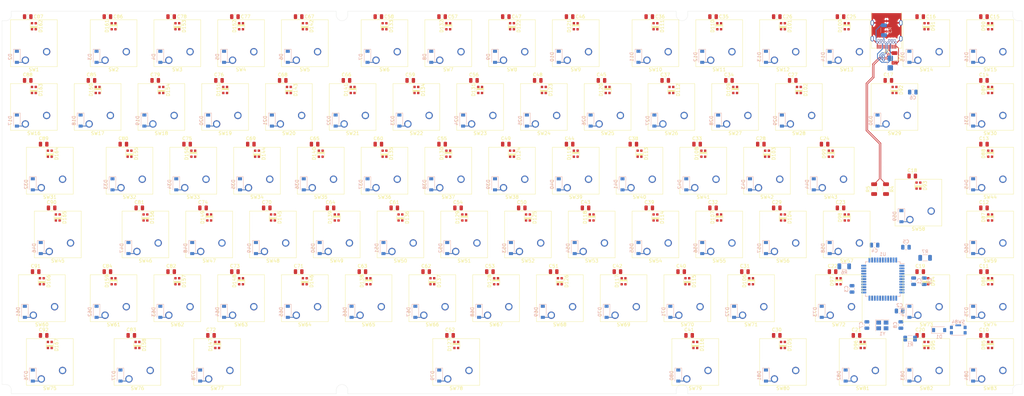
<source format=kicad_pcb>
(kicad_pcb (version 20171130) (host pcbnew 5.1.10)

  (general
    (thickness 1.6)
    (drawings 32)
    (tracks 261)
    (zones 0)
    (modules 362)
    (nets 216)
  )

  (page A3)
  (layers
    (0 F.Cu signal)
    (31 B.Cu signal)
    (32 B.Adhes user)
    (33 F.Adhes user)
    (34 B.Paste user)
    (35 F.Paste user)
    (36 B.SilkS user)
    (37 F.SilkS user)
    (38 B.Mask user)
    (39 F.Mask user)
    (40 Dwgs.User user)
    (41 Cmts.User user)
    (42 Eco1.User user)
    (43 Eco2.User user)
    (44 Edge.Cuts user)
    (45 Margin user)
    (46 B.CrtYd user)
    (47 F.CrtYd user)
    (48 B.Fab user)
    (49 F.Fab user)
  )

  (setup
    (last_trace_width 0.25)
    (trace_clearance 0.2)
    (zone_clearance 0.508)
    (zone_45_only no)
    (trace_min 0.2)
    (via_size 0.8)
    (via_drill 0.4)
    (via_min_size 0.6)
    (via_min_drill 0.3)
    (uvia_size 0.3)
    (uvia_drill 0.1)
    (uvias_allowed no)
    (uvia_min_size 0.2)
    (uvia_min_drill 0.1)
    (edge_width 0.05)
    (segment_width 0.2)
    (pcb_text_width 0.3)
    (pcb_text_size 1.5 1.5)
    (mod_edge_width 0.12)
    (mod_text_size 1 1)
    (mod_text_width 0.15)
    (pad_size 1.7 0.55)
    (pad_drill 0)
    (pad_to_mask_clearance 0.051)
    (solder_mask_min_width 0.25)
    (aux_axis_origin 0 0)
    (visible_elements FFFFF77F)
    (pcbplotparams
      (layerselection 0x010fc_ffffffff)
      (usegerberextensions false)
      (usegerberattributes false)
      (usegerberadvancedattributes false)
      (creategerberjobfile false)
      (excludeedgelayer true)
      (linewidth 0.100000)
      (plotframeref false)
      (viasonmask false)
      (mode 1)
      (useauxorigin false)
      (hpglpennumber 1)
      (hpglpenspeed 20)
      (hpglpendiameter 15.000000)
      (psnegative false)
      (psa4output false)
      (plotreference true)
      (plotvalue true)
      (plotinvisibletext false)
      (padsonsilk false)
      (subtractmaskfromsilk false)
      (outputformat 1)
      (mirror false)
      (drillshape 1)
      (scaleselection 1)
      (outputdirectory ""))
  )

  (net 0 "")
  (net 1 GND)
  (net 2 +5V)
  (net 3 "Net-(C7-Pad1)")
  (net 4 "Net-(C8-Pad2)")
  (net 5 "Net-(C9-Pad1)")
  (net 6 RST)
  (net 7 ROW0)
  (net 8 "Net-(D2-Pad2)")
  (net 9 "Net-(D3-Pad2)")
  (net 10 "Net-(D4-Pad2)")
  (net 11 "Net-(D5-Pad2)")
  (net 12 "Net-(D6-Pad2)")
  (net 13 "Net-(D7-Pad2)")
  (net 14 "Net-(D8-Pad2)")
  (net 15 "Net-(D9-Pad2)")
  (net 16 "Net-(D10-Pad2)")
  (net 17 "Net-(D11-Pad2)")
  (net 18 "Net-(D12-Pad2)")
  (net 19 "Net-(D13-Pad2)")
  (net 20 "Net-(D14-Pad2)")
  (net 21 "Net-(D15-Pad2)")
  (net 22 "Net-(D16-Pad2)")
  (net 23 ROW1)
  (net 24 "Net-(D17-Pad2)")
  (net 25 "Net-(D18-Pad2)")
  (net 26 "Net-(D19-Pad2)")
  (net 27 "Net-(D20-Pad2)")
  (net 28 "Net-(D21-Pad2)")
  (net 29 "Net-(D22-Pad2)")
  (net 30 "Net-(D23-Pad2)")
  (net 31 "Net-(D24-Pad2)")
  (net 32 "Net-(D25-Pad2)")
  (net 33 "Net-(D26-Pad2)")
  (net 34 "Net-(D27-Pad2)")
  (net 35 "Net-(D28-Pad2)")
  (net 36 "Net-(D29-Pad2)")
  (net 37 "Net-(D30-Pad2)")
  (net 38 "Net-(D31-Pad2)")
  (net 39 "Net-(D32-Pad2)")
  (net 40 ROW2)
  (net 41 "Net-(D33-Pad2)")
  (net 42 "Net-(D34-Pad2)")
  (net 43 "Net-(D35-Pad2)")
  (net 44 "Net-(D36-Pad2)")
  (net 45 "Net-(D37-Pad2)")
  (net 46 "Net-(D38-Pad2)")
  (net 47 "Net-(D39-Pad2)")
  (net 48 "Net-(D40-Pad2)")
  (net 49 "Net-(D41-Pad2)")
  (net 50 "Net-(D42-Pad2)")
  (net 51 "Net-(D43-Pad2)")
  (net 52 "Net-(D44-Pad2)")
  (net 53 "Net-(D45-Pad2)")
  (net 54 "Net-(D46-Pad2)")
  (net 55 ROW3)
  (net 56 "Net-(D47-Pad2)")
  (net 57 "Net-(D48-Pad2)")
  (net 58 "Net-(D49-Pad2)")
  (net 59 "Net-(D50-Pad2)")
  (net 60 "Net-(D51-Pad2)")
  (net 61 "Net-(D52-Pad2)")
  (net 62 "Net-(D53-Pad2)")
  (net 63 "Net-(D54-Pad2)")
  (net 64 "Net-(D55-Pad2)")
  (net 65 "Net-(D56-Pad2)")
  (net 66 "Net-(D57-Pad2)")
  (net 67 "Net-(D58-Pad2)")
  (net 68 "Net-(D59-Pad2)")
  (net 69 "Net-(D60-Pad2)")
  (net 70 ROW4)
  (net 71 "Net-(D61-Pad2)")
  (net 72 "Net-(D62-Pad2)")
  (net 73 "Net-(D63-Pad2)")
  (net 74 "Net-(D64-Pad2)")
  (net 75 "Net-(D65-Pad2)")
  (net 76 "Net-(D66-Pad2)")
  (net 77 "Net-(D67-Pad2)")
  (net 78 "Net-(D68-Pad2)")
  (net 79 "Net-(D69-Pad2)")
  (net 80 "Net-(D70-Pad2)")
  (net 81 "Net-(D71-Pad2)")
  (net 82 "Net-(D72-Pad2)")
  (net 83 "Net-(D73-Pad2)")
  (net 84 "Net-(D74-Pad2)")
  (net 85 "Net-(D75-Pad2)")
  (net 86 ROW5)
  (net 87 "Net-(D76-Pad2)")
  (net 88 "Net-(D77-Pad2)")
  (net 89 "Net-(D78-Pad2)")
  (net 90 "Net-(D79-Pad2)")
  (net 91 "Net-(D80-Pad2)")
  (net 92 "Net-(D81-Pad2)")
  (net 93 "Net-(D82-Pad2)")
  (net 94 "Net-(D83-Pad2)")
  (net 95 "Net-(D84-Pad2)")
  (net 96 "Net-(D85-Pad2)")
  (net 97 DIN)
  (net 98 "Net-(D86-Pad2)")
  (net 99 "Net-(D87-Pad2)")
  (net 100 "Net-(D88-Pad2)")
  (net 101 "Net-(D89-Pad2)")
  (net 102 "Net-(D90-Pad2)")
  (net 103 "Net-(D91-Pad2)")
  (net 104 "Net-(D92-Pad2)")
  (net 105 "Net-(D93-Pad2)")
  (net 106 "Net-(D94-Pad2)")
  (net 107 "Net-(D95-Pad2)")
  (net 108 "Net-(D96-Pad2)")
  (net 109 "Net-(D97-Pad2)")
  (net 110 "Net-(D98-Pad2)")
  (net 111 "Net-(D100-Pad4)")
  (net 112 "Net-(D100-Pad2)")
  (net 113 "Net-(D101-Pad2)")
  (net 114 "Net-(D102-Pad2)")
  (net 115 "Net-(D103-Pad2)")
  (net 116 "Net-(D104-Pad2)")
  (net 117 "Net-(D105-Pad2)")
  (net 118 "Net-(D106-Pad2)")
  (net 119 "Net-(D107-Pad2)")
  (net 120 "Net-(D108-Pad2)")
  (net 121 "Net-(D109-Pad2)")
  (net 122 "Net-(D110-Pad2)")
  (net 123 "Net-(D111-Pad2)")
  (net 124 "Net-(D112-Pad2)")
  (net 125 "Net-(D113-Pad2)")
  (net 126 "Net-(D114-Pad2)")
  (net 127 "Net-(D115-Pad2)")
  (net 128 "Net-(D116-Pad2)")
  (net 129 "Net-(D117-Pad2)")
  (net 130 "Net-(D118-Pad2)")
  (net 131 "Net-(D119-Pad2)")
  (net 132 "Net-(D120-Pad2)")
  (net 133 "Net-(D121-Pad2)")
  (net 134 "Net-(D122-Pad2)")
  (net 135 "Net-(D123-Pad2)")
  (net 136 "Net-(D124-Pad2)")
  (net 137 "Net-(D125-Pad2)")
  (net 138 "Net-(D126-Pad2)")
  (net 139 "Net-(D127-Pad2)")
  (net 140 "Net-(D128-Pad2)")
  (net 141 "Net-(D129-Pad2)")
  (net 142 "Net-(D130-Pad2)")
  (net 143 "Net-(D131-Pad2)")
  (net 144 "Net-(D132-Pad2)")
  (net 145 "Net-(D133-Pad2)")
  (net 146 "Net-(D134-Pad2)")
  (net 147 "Net-(D135-Pad2)")
  (net 148 "Net-(D136-Pad2)")
  (net 149 "Net-(D137-Pad2)")
  (net 150 "Net-(D138-Pad2)")
  (net 151 "Net-(D139-Pad2)")
  (net 152 "Net-(D140-Pad2)")
  (net 153 "Net-(D141-Pad2)")
  (net 154 "Net-(D142-Pad2)")
  (net 155 "Net-(D143-Pad2)")
  (net 156 "Net-(D144-Pad2)")
  (net 157 "Net-(D145-Pad2)")
  (net 158 "Net-(D146-Pad2)")
  (net 159 "Net-(D147-Pad2)")
  (net 160 "Net-(D148-Pad2)")
  (net 161 "Net-(D149-Pad2)")
  (net 162 "Net-(D150-Pad2)")
  (net 163 "Net-(D151-Pad2)")
  (net 164 "Net-(D152-Pad2)")
  (net 165 "Net-(D153-Pad2)")
  (net 166 "Net-(D154-Pad2)")
  (net 167 "Net-(D155-Pad2)")
  (net 168 "Net-(D156-Pad2)")
  (net 169 "Net-(D157-Pad2)")
  (net 170 "Net-(D158-Pad2)")
  (net 171 "Net-(D159-Pad2)")
  (net 172 "Net-(D160-Pad2)")
  (net 173 "Net-(D161-Pad2)")
  (net 174 "Net-(D162-Pad2)")
  (net 175 "Net-(D163-Pad2)")
  (net 176 "Net-(D164-Pad2)")
  (net 177 "Net-(D165-Pad2)")
  (net 178 "Net-(D166-Pad2)")
  (net 179 "Net-(D167-Pad2)")
  (net 180 "Net-(F1-Pad2)")
  (net 181 COL02)
  (net 182 COL00)
  (net 183 COL01)
  (net 184 D-)
  (net 185 D+)
  (net 186 "Net-(R6-Pad2)")
  (net 187 COL03)
  (net 188 COL04)
  (net 189 COL06)
  (net 190 COL07)
  (net 191 COL08)
  (net 192 COL09)
  (net 193 COL10)
  (net 194 COL11)
  (net 195 COL12)
  (net 196 COL13)
  (net 197 COL14)
  (net 198 COL15)
  (net 199 COL05)
  (net 200 "Net-(U1-Pad1)")
  (net 201 "Net-(U1-Pad42)")
  (net 202 "Net-(R7-Pad2)")
  (net 203 "Net-(J1-PadB11)")
  (net 204 "Net-(J1-PadB2)")
  (net 205 "Net-(J1-PadB5)")
  (net 206 "Net-(J1-PadB8)")
  (net 207 "Net-(J1-PadB3)")
  (net 208 "Net-(J1-PadB10)")
  (net 209 "Net-(J1-PadA2)")
  (net 210 "Net-(J1-PadA3)")
  (net 211 "Net-(J1-PadA5)")
  (net 212 "Net-(J1-PadA8)")
  (net 213 "Net-(J1-PadA10)")
  (net 214 "Net-(J1-PadA11)")
  (net 215 "Net-(U1-Pad41)")

  (net_class Default "Dies ist die voreingestellte Netzklasse."
    (clearance 0.2)
    (trace_width 0.25)
    (via_dia 0.8)
    (via_drill 0.4)
    (uvia_dia 0.3)
    (uvia_drill 0.1)
    (add_net +5V)
    (add_net COL00)
    (add_net COL01)
    (add_net COL02)
    (add_net COL03)
    (add_net COL04)
    (add_net COL05)
    (add_net COL06)
    (add_net COL07)
    (add_net COL08)
    (add_net COL09)
    (add_net COL10)
    (add_net COL11)
    (add_net COL12)
    (add_net COL13)
    (add_net COL14)
    (add_net COL15)
    (add_net D+)
    (add_net D-)
    (add_net DIN)
    (add_net GND)
    (add_net "Net-(C7-Pad1)")
    (add_net "Net-(C8-Pad2)")
    (add_net "Net-(C9-Pad1)")
    (add_net "Net-(D10-Pad2)")
    (add_net "Net-(D100-Pad2)")
    (add_net "Net-(D100-Pad4)")
    (add_net "Net-(D101-Pad2)")
    (add_net "Net-(D102-Pad2)")
    (add_net "Net-(D103-Pad2)")
    (add_net "Net-(D104-Pad2)")
    (add_net "Net-(D105-Pad2)")
    (add_net "Net-(D106-Pad2)")
    (add_net "Net-(D107-Pad2)")
    (add_net "Net-(D108-Pad2)")
    (add_net "Net-(D109-Pad2)")
    (add_net "Net-(D11-Pad2)")
    (add_net "Net-(D110-Pad2)")
    (add_net "Net-(D111-Pad2)")
    (add_net "Net-(D112-Pad2)")
    (add_net "Net-(D113-Pad2)")
    (add_net "Net-(D114-Pad2)")
    (add_net "Net-(D115-Pad2)")
    (add_net "Net-(D116-Pad2)")
    (add_net "Net-(D117-Pad2)")
    (add_net "Net-(D118-Pad2)")
    (add_net "Net-(D119-Pad2)")
    (add_net "Net-(D12-Pad2)")
    (add_net "Net-(D120-Pad2)")
    (add_net "Net-(D121-Pad2)")
    (add_net "Net-(D122-Pad2)")
    (add_net "Net-(D123-Pad2)")
    (add_net "Net-(D124-Pad2)")
    (add_net "Net-(D125-Pad2)")
    (add_net "Net-(D126-Pad2)")
    (add_net "Net-(D127-Pad2)")
    (add_net "Net-(D128-Pad2)")
    (add_net "Net-(D129-Pad2)")
    (add_net "Net-(D13-Pad2)")
    (add_net "Net-(D130-Pad2)")
    (add_net "Net-(D131-Pad2)")
    (add_net "Net-(D132-Pad2)")
    (add_net "Net-(D133-Pad2)")
    (add_net "Net-(D134-Pad2)")
    (add_net "Net-(D135-Pad2)")
    (add_net "Net-(D136-Pad2)")
    (add_net "Net-(D137-Pad2)")
    (add_net "Net-(D138-Pad2)")
    (add_net "Net-(D139-Pad2)")
    (add_net "Net-(D14-Pad2)")
    (add_net "Net-(D140-Pad2)")
    (add_net "Net-(D141-Pad2)")
    (add_net "Net-(D142-Pad2)")
    (add_net "Net-(D143-Pad2)")
    (add_net "Net-(D144-Pad2)")
    (add_net "Net-(D145-Pad2)")
    (add_net "Net-(D146-Pad2)")
    (add_net "Net-(D147-Pad2)")
    (add_net "Net-(D148-Pad2)")
    (add_net "Net-(D149-Pad2)")
    (add_net "Net-(D15-Pad2)")
    (add_net "Net-(D150-Pad2)")
    (add_net "Net-(D151-Pad2)")
    (add_net "Net-(D152-Pad2)")
    (add_net "Net-(D153-Pad2)")
    (add_net "Net-(D154-Pad2)")
    (add_net "Net-(D155-Pad2)")
    (add_net "Net-(D156-Pad2)")
    (add_net "Net-(D157-Pad2)")
    (add_net "Net-(D158-Pad2)")
    (add_net "Net-(D159-Pad2)")
    (add_net "Net-(D16-Pad2)")
    (add_net "Net-(D160-Pad2)")
    (add_net "Net-(D161-Pad2)")
    (add_net "Net-(D162-Pad2)")
    (add_net "Net-(D163-Pad2)")
    (add_net "Net-(D164-Pad2)")
    (add_net "Net-(D165-Pad2)")
    (add_net "Net-(D166-Pad2)")
    (add_net "Net-(D167-Pad2)")
    (add_net "Net-(D17-Pad2)")
    (add_net "Net-(D18-Pad2)")
    (add_net "Net-(D19-Pad2)")
    (add_net "Net-(D2-Pad2)")
    (add_net "Net-(D20-Pad2)")
    (add_net "Net-(D21-Pad2)")
    (add_net "Net-(D22-Pad2)")
    (add_net "Net-(D23-Pad2)")
    (add_net "Net-(D24-Pad2)")
    (add_net "Net-(D25-Pad2)")
    (add_net "Net-(D26-Pad2)")
    (add_net "Net-(D27-Pad2)")
    (add_net "Net-(D28-Pad2)")
    (add_net "Net-(D29-Pad2)")
    (add_net "Net-(D3-Pad2)")
    (add_net "Net-(D30-Pad2)")
    (add_net "Net-(D31-Pad2)")
    (add_net "Net-(D32-Pad2)")
    (add_net "Net-(D33-Pad2)")
    (add_net "Net-(D34-Pad2)")
    (add_net "Net-(D35-Pad2)")
    (add_net "Net-(D36-Pad2)")
    (add_net "Net-(D37-Pad2)")
    (add_net "Net-(D38-Pad2)")
    (add_net "Net-(D39-Pad2)")
    (add_net "Net-(D4-Pad2)")
    (add_net "Net-(D40-Pad2)")
    (add_net "Net-(D41-Pad2)")
    (add_net "Net-(D42-Pad2)")
    (add_net "Net-(D43-Pad2)")
    (add_net "Net-(D44-Pad2)")
    (add_net "Net-(D45-Pad2)")
    (add_net "Net-(D46-Pad2)")
    (add_net "Net-(D47-Pad2)")
    (add_net "Net-(D48-Pad2)")
    (add_net "Net-(D49-Pad2)")
    (add_net "Net-(D5-Pad2)")
    (add_net "Net-(D50-Pad2)")
    (add_net "Net-(D51-Pad2)")
    (add_net "Net-(D52-Pad2)")
    (add_net "Net-(D53-Pad2)")
    (add_net "Net-(D54-Pad2)")
    (add_net "Net-(D55-Pad2)")
    (add_net "Net-(D56-Pad2)")
    (add_net "Net-(D57-Pad2)")
    (add_net "Net-(D58-Pad2)")
    (add_net "Net-(D59-Pad2)")
    (add_net "Net-(D6-Pad2)")
    (add_net "Net-(D60-Pad2)")
    (add_net "Net-(D61-Pad2)")
    (add_net "Net-(D62-Pad2)")
    (add_net "Net-(D63-Pad2)")
    (add_net "Net-(D64-Pad2)")
    (add_net "Net-(D65-Pad2)")
    (add_net "Net-(D66-Pad2)")
    (add_net "Net-(D67-Pad2)")
    (add_net "Net-(D68-Pad2)")
    (add_net "Net-(D69-Pad2)")
    (add_net "Net-(D7-Pad2)")
    (add_net "Net-(D70-Pad2)")
    (add_net "Net-(D71-Pad2)")
    (add_net "Net-(D72-Pad2)")
    (add_net "Net-(D73-Pad2)")
    (add_net "Net-(D74-Pad2)")
    (add_net "Net-(D75-Pad2)")
    (add_net "Net-(D76-Pad2)")
    (add_net "Net-(D77-Pad2)")
    (add_net "Net-(D78-Pad2)")
    (add_net "Net-(D79-Pad2)")
    (add_net "Net-(D8-Pad2)")
    (add_net "Net-(D80-Pad2)")
    (add_net "Net-(D81-Pad2)")
    (add_net "Net-(D82-Pad2)")
    (add_net "Net-(D83-Pad2)")
    (add_net "Net-(D84-Pad2)")
    (add_net "Net-(D85-Pad2)")
    (add_net "Net-(D86-Pad2)")
    (add_net "Net-(D87-Pad2)")
    (add_net "Net-(D88-Pad2)")
    (add_net "Net-(D89-Pad2)")
    (add_net "Net-(D9-Pad2)")
    (add_net "Net-(D90-Pad2)")
    (add_net "Net-(D91-Pad2)")
    (add_net "Net-(D92-Pad2)")
    (add_net "Net-(D93-Pad2)")
    (add_net "Net-(D94-Pad2)")
    (add_net "Net-(D95-Pad2)")
    (add_net "Net-(D96-Pad2)")
    (add_net "Net-(D97-Pad2)")
    (add_net "Net-(D98-Pad2)")
    (add_net "Net-(F1-Pad2)")
    (add_net "Net-(J1-PadA10)")
    (add_net "Net-(J1-PadA11)")
    (add_net "Net-(J1-PadA2)")
    (add_net "Net-(J1-PadA3)")
    (add_net "Net-(J1-PadA5)")
    (add_net "Net-(J1-PadA8)")
    (add_net "Net-(J1-PadB10)")
    (add_net "Net-(J1-PadB11)")
    (add_net "Net-(J1-PadB2)")
    (add_net "Net-(J1-PadB3)")
    (add_net "Net-(J1-PadB5)")
    (add_net "Net-(J1-PadB8)")
    (add_net "Net-(R6-Pad2)")
    (add_net "Net-(R7-Pad2)")
    (add_net "Net-(U1-Pad1)")
    (add_net "Net-(U1-Pad41)")
    (add_net "Net-(U1-Pad42)")
    (add_net ROW0)
    (add_net ROW1)
    (add_net ROW2)
    (add_net ROW3)
    (add_net ROW4)
    (add_net ROW5)
    (add_net RST)
  )

  (module MountingHole:MountingHole_3.2mm_M3 (layer F.Cu) (tedit 60E8488E) (tstamp 60E8A97D)
    (at 341.8 151.3)
    (descr "Mounting Hole 3.4mm, no annular, M3")
    (tags "mounting hole 3.4mm no annular m3")
    (attr virtual)
    (fp_text reference REF** (at 0 -4.2) (layer F.SilkS) hide
      (effects (font (size 1 1) (thickness 0.15)))
    )
    (fp_text value MountingHole_3.4mm_M3 (at 0 4.2) (layer F.Fab) hide
      (effects (font (size 1 1) (thickness 0.15)))
    )
    (pad "" smd circle (at 0 0) (size 3.4 3.4) (layers *.Paste))
  )

  (module MountingHole:MountingHole_3.2mm_M3 (layer F.Cu) (tedit 60E8488E) (tstamp 60E8A94A)
    (at 341.8 39.2)
    (descr "Mounting Hole 3.4mm, no annular, M3")
    (tags "mounting hole 3.4mm no annular m3")
    (attr virtual)
    (fp_text reference REF** (at 0 -4.2) (layer F.SilkS) hide
      (effects (font (size 1 1) (thickness 0.15)))
    )
    (fp_text value MountingHole_3.4mm_M3 (at 0 4.2) (layer F.Fab) hide
      (effects (font (size 1 1) (thickness 0.15)))
    )
    (pad "" smd circle (at 0 0) (size 3.4 3.4) (layers *.Paste))
  )

  (module MountingHole:MountingHole_3.2mm_M3 (layer F.Cu) (tedit 60E8488E) (tstamp 60E8A92F)
    (at 39.2 151.3)
    (descr "Mounting Hole 3.4mm, no annular, M3")
    (tags "mounting hole 3.4mm no annular m3")
    (attr virtual)
    (fp_text reference REF** (at 0 -4.2) (layer F.SilkS) hide
      (effects (font (size 1 1) (thickness 0.15)))
    )
    (fp_text value MountingHole_3.4mm_M3 (at 0 4.2) (layer F.Fab) hide
      (effects (font (size 1 1) (thickness 0.15)))
    )
    (pad "" smd circle (at 0 0) (size 3.4 3.4) (layers *.Paste))
  )

  (module MountingHole:MountingHole_3.2mm_M3 (layer F.Cu) (tedit 60E8488E) (tstamp 60E8A8F8)
    (at 39.2 39.2)
    (descr "Mounting Hole 3.4mm, no annular, M3")
    (tags "mounting hole 3.4mm no annular m3")
    (attr virtual)
    (fp_text reference REF** (at 0 -4.2) (layer F.SilkS) hide
      (effects (font (size 1 1) (thickness 0.15)))
    )
    (fp_text value MountingHole_3.4mm_M3 (at 0 4.2) (layer F.Fab) hide
      (effects (font (size 1 1) (thickness 0.15)))
    )
    (pad "" smd circle (at 0 0) (size 3.4 3.4) (layers *.Paste))
  )

  (module MountingHole:MountingHole_3.2mm_M3 (layer F.Cu) (tedit 60E8488E) (tstamp 60E8A1A1)
    (at 241.3 151.3)
    (descr "Mounting Hole 3.4mm, no annular, M3")
    (tags "mounting hole 3.4mm no annular m3")
    (attr virtual)
    (fp_text reference REF** (at 0 -4.2) (layer F.SilkS) hide
      (effects (font (size 1 1) (thickness 0.15)))
    )
    (fp_text value MountingHole_3.4mm_M3 (at 0 4.2) (layer F.Fab) hide
      (effects (font (size 1 1) (thickness 0.15)))
    )
    (pad "" smd circle (at 0 0) (size 3.4 3.4) (layers *.Paste))
  )

  (module MountingHole:MountingHole_3.2mm_M3 (layer F.Cu) (tedit 60E8488E) (tstamp 60E8A18C)
    (at 139.7 151.3)
    (descr "Mounting Hole 3.4mm, no annular, M3")
    (tags "mounting hole 3.4mm no annular m3")
    (attr virtual)
    (fp_text reference REF** (at 0 -4.2) (layer F.SilkS) hide
      (effects (font (size 1 1) (thickness 0.15)))
    )
    (fp_text value MountingHole_3.4mm_M3 (at 0 4.2) (layer F.Fab) hide
      (effects (font (size 1 1) (thickness 0.15)))
    )
    (pad "" smd circle (at 0 0) (size 3.4 3.4) (layers *.Paste))
  )

  (module MountingHole:MountingHole_3.2mm_M3 (layer F.Cu) (tedit 60E8488E) (tstamp 60E8A17F)
    (at 241.3 39.2)
    (descr "Mounting Hole 3.4mm, no annular, M3")
    (tags "mounting hole 3.4mm no annular m3")
    (attr virtual)
    (fp_text reference REF** (at 0 -4.2) (layer F.SilkS) hide
      (effects (font (size 1 1) (thickness 0.15)))
    )
    (fp_text value MountingHole_3.4mm_M3 (at 0 4.2) (layer F.Fab) hide
      (effects (font (size 1 1) (thickness 0.15)))
    )
    (pad "" smd circle (at 0 0) (size 3.4 3.4) (layers *.Paste))
  )

  (module MountingHole:MountingHole_3.2mm_M3 (layer F.Cu) (tedit 60E8488E) (tstamp 60E89FD7)
    (at 139.7 39.2)
    (descr "Mounting Hole 3.4mm, no annular, M3")
    (tags "mounting hole 3.4mm no annular m3")
    (attr virtual)
    (fp_text reference REF** (at 0 -4.2) (layer F.SilkS) hide
      (effects (font (size 1 1) (thickness 0.15)))
    )
    (fp_text value MountingHole_3.4mm_M3 (at 0 4.2) (layer F.Fab) hide
      (effects (font (size 1 1) (thickness 0.15)))
    )
    (pad "" smd circle (at 0 0) (size 3.4 3.4) (layers *.Paste))
  )

  (module Crystal:Crystal_SMD_3225-4Pin_3.2x2.5mm (layer B.Cu) (tedit 5A0FD1B2) (tstamp 5F1B5622)
    (at 301.17 131.96)
    (descr "SMD Crystal SERIES SMD3225/4 http://www.txccrystal.com/images/pdf/7m-accuracy.pdf, 3.2x2.5mm^2 package")
    (tags "SMD SMT crystal")
    (path /5F294622)
    (attr smd)
    (fp_text reference Y1 (at 0 2.45) (layer B.SilkS)
      (effects (font (size 1 1) (thickness 0.15)) (justify mirror))
    )
    (fp_text value 16MHz (at 0 -2.45) (layer B.Fab)
      (effects (font (size 1 1) (thickness 0.15)) (justify mirror))
    )
    (fp_line (start -1.6 1.25) (end -1.6 -1.25) (layer B.Fab) (width 0.1))
    (fp_line (start -1.6 -1.25) (end 1.6 -1.25) (layer B.Fab) (width 0.1))
    (fp_line (start 1.6 -1.25) (end 1.6 1.25) (layer B.Fab) (width 0.1))
    (fp_line (start 1.6 1.25) (end -1.6 1.25) (layer B.Fab) (width 0.1))
    (fp_line (start -1.6 -0.25) (end -0.6 -1.25) (layer B.Fab) (width 0.1))
    (fp_line (start -2 1.65) (end -2 -1.65) (layer B.SilkS) (width 0.12))
    (fp_line (start -2 -1.65) (end 2 -1.65) (layer B.SilkS) (width 0.12))
    (fp_line (start -2.1 1.7) (end -2.1 -1.7) (layer B.CrtYd) (width 0.05))
    (fp_line (start -2.1 -1.7) (end 2.1 -1.7) (layer B.CrtYd) (width 0.05))
    (fp_line (start 2.1 -1.7) (end 2.1 1.7) (layer B.CrtYd) (width 0.05))
    (fp_line (start 2.1 1.7) (end -2.1 1.7) (layer B.CrtYd) (width 0.05))
    (fp_text user %R (at 0 0) (layer B.Fab)
      (effects (font (size 0.7 0.7) (thickness 0.105)) (justify mirror))
    )
    (pad 4 smd rect (at -1.1 0.85) (size 1.4 1.2) (layers B.Cu B.Paste B.Mask)
      (net 1 GND))
    (pad 3 smd rect (at 1.1 0.85) (size 1.4 1.2) (layers B.Cu B.Paste B.Mask)
      (net 4 "Net-(C8-Pad2)"))
    (pad 2 smd rect (at 1.1 -0.85) (size 1.4 1.2) (layers B.Cu B.Paste B.Mask)
      (net 1 GND))
    (pad 1 smd rect (at -1.1 -0.85) (size 1.4 1.2) (layers B.Cu B.Paste B.Mask)
      (net 3 "Net-(C7-Pad1)"))
    (model ${KISYS3DMOD}/Crystal.3dshapes/Crystal_SMD_3225-4Pin_3.2x2.5mm.wrl
      (at (xyz 0 0 0))
      (scale (xyz 1 1 1))
      (rotate (xyz 0 0 0))
    )
  )

  (module Button_Switch_SMD:SW_Push_1P1T-SH_NO_CK_KMR2xxG (layer B.Cu) (tedit 60E85E87) (tstamp 60EE10F7)
    (at 323.85 133.35 180)
    (descr "CK components KMR2 tactile switch with ground pin http://www.ckswitches.com/media/1479/kmr2.pdf")
    (tags "tactile switch kmr2")
    (path /60FEE33A)
    (attr smd)
    (fp_text reference SW84 (at 0 2.45) (layer B.SilkS)
      (effects (font (size 1 1) (thickness 0.15)) (justify mirror))
    )
    (fp_text value SW_Push (at 0 -2.55) (layer B.Fab)
      (effects (font (size 1 1) (thickness 0.15)) (justify mirror))
    )
    (fp_line (start -2.2 -0.05) (end -2.2 0.05) (layer B.SilkS) (width 0.12))
    (fp_line (start 2.2 1.55) (end 1.15 1.55) (layer B.SilkS) (width 0.12))
    (fp_line (start -2.2 -1.55) (end 2.2 -1.55) (layer B.SilkS) (width 0.12))
    (fp_circle (center 0 0) (end 0 -0.8) (layer B.Fab) (width 0.1))
    (fp_line (start -2.8 -1.8) (end -2.8 1.8) (layer B.CrtYd) (width 0.05))
    (fp_line (start 2.8 -1.8) (end -2.8 -1.8) (layer B.CrtYd) (width 0.05))
    (fp_line (start 2.8 1.8) (end 2.8 -1.8) (layer B.CrtYd) (width 0.05))
    (fp_line (start -2.8 1.8) (end 2.8 1.8) (layer B.CrtYd) (width 0.05))
    (fp_line (start 2.2 -0.05) (end 2.2 0.05) (layer B.SilkS) (width 0.12))
    (fp_line (start -2.1 -1.4) (end -2.1 1.4) (layer B.Fab) (width 0.1))
    (fp_line (start 2.1 -1.4) (end -2.1 -1.4) (layer B.Fab) (width 0.1))
    (fp_line (start 2.1 1.4) (end 2.1 -1.4) (layer B.Fab) (width 0.1))
    (fp_line (start -2.1 1.4) (end 2.1 1.4) (layer B.Fab) (width 0.1))
    (fp_line (start -1.15 1.55) (end -2.2 1.55) (layer B.SilkS) (width 0.12))
    (fp_text user %R (at 0 2.45) (layer B.Fab)
      (effects (font (size 1 1) (thickness 0.15)) (justify mirror))
    )
    (pad SH smd rect (at 0 1.425 180) (size 1.7 0.55) (layers B.Cu B.Paste B.Mask)
      (net 1 GND))
    (pad 1 smd rect (at -2.05 0.8 180) (size 0.9 1) (layers B.Cu B.Paste B.Mask)
      (net 6 RST))
    (pad 2 smd rect (at -2.05 -0.8 180) (size 0.9 1) (layers B.Cu B.Paste B.Mask)
      (net 1 GND))
    (pad 1 smd rect (at 2.05 0.8 180) (size 0.9 1) (layers B.Cu B.Paste B.Mask)
      (net 6 RST))
    (pad 2 smd rect (at 2.05 -0.8 180) (size 0.9 1) (layers B.Cu B.Paste B.Mask)
      (net 1 GND))
    (model ${KISYS3DMOD}/Button_Switch_SMD.3dshapes/SW_Push_1P1T-SH_NO_CK_KMR2xxG.wrl
      (at (xyz 0 0 0))
      (scale (xyz 1 1 1))
      (rotate (xyz 0 0 0))
    )
  )

  (module Resistor_SMD:R_1206_3216Metric (layer B.Cu) (tedit 5F68FEEE) (tstamp 5F26397F)
    (at 313.944 111.76 180)
    (descr "Resistor SMD 1206 (3216 Metric), square (rectangular) end terminal, IPC_7351 nominal, (Body size source: IPC-SM-782 page 72, https://www.pcb-3d.com/wordpress/wp-content/uploads/ipc-sm-782a_amendment_1_and_2.pdf), generated with kicad-footprint-generator")
    (tags resistor)
    (path /5F259898)
    (attr smd)
    (fp_text reference R7 (at 0 1.82) (layer B.SilkS)
      (effects (font (size 1 1) (thickness 0.15)) (justify mirror))
    )
    (fp_text value 470 (at 0 -1.82) (layer B.Fab)
      (effects (font (size 1 1) (thickness 0.15)) (justify mirror))
    )
    (fp_line (start -1.6 -0.8) (end -1.6 0.8) (layer B.Fab) (width 0.1))
    (fp_line (start -1.6 0.8) (end 1.6 0.8) (layer B.Fab) (width 0.1))
    (fp_line (start 1.6 0.8) (end 1.6 -0.8) (layer B.Fab) (width 0.1))
    (fp_line (start 1.6 -0.8) (end -1.6 -0.8) (layer B.Fab) (width 0.1))
    (fp_line (start -0.727064 0.91) (end 0.727064 0.91) (layer B.SilkS) (width 0.12))
    (fp_line (start -0.727064 -0.91) (end 0.727064 -0.91) (layer B.SilkS) (width 0.12))
    (fp_line (start -2.28 -1.12) (end -2.28 1.12) (layer B.CrtYd) (width 0.05))
    (fp_line (start -2.28 1.12) (end 2.28 1.12) (layer B.CrtYd) (width 0.05))
    (fp_line (start 2.28 1.12) (end 2.28 -1.12) (layer B.CrtYd) (width 0.05))
    (fp_line (start 2.28 -1.12) (end -2.28 -1.12) (layer B.CrtYd) (width 0.05))
    (fp_text user %R (at 0 0) (layer B.Fab)
      (effects (font (size 0.8 0.8) (thickness 0.12)) (justify mirror))
    )
    (pad 2 smd roundrect (at 1.4625 0 180) (size 1.125 1.75) (layers B.Cu B.Paste B.Mask) (roundrect_rratio 0.222222)
      (net 202 "Net-(R7-Pad2)"))
    (pad 1 smd roundrect (at -1.4625 0 180) (size 1.125 1.75) (layers B.Cu B.Paste B.Mask) (roundrect_rratio 0.222222)
      (net 97 DIN))
    (model ${KISYS3DMOD}/Resistor_SMD.3dshapes/R_1206_3216Metric.wrl
      (at (xyz 0 0 0))
      (scale (xyz 1 1 1))
      (rotate (xyz 0 0 0))
    )
  )

  (module Resistor_SMD:R_1206_3216Metric (layer B.Cu) (tedit 5F68FEEE) (tstamp 5F15FF29)
    (at 289.7775 114.3)
    (descr "Resistor SMD 1206 (3216 Metric), square (rectangular) end terminal, IPC_7351 nominal, (Body size source: IPC-SM-782 page 72, https://www.pcb-3d.com/wordpress/wp-content/uploads/ipc-sm-782a_amendment_1_and_2.pdf), generated with kicad-footprint-generator")
    (tags resistor)
    (path /5F0D539D)
    (attr smd)
    (fp_text reference R6 (at 0 1.82) (layer B.SilkS)
      (effects (font (size 1 1) (thickness 0.15)) (justify mirror))
    )
    (fp_text value 10k (at 0 -1.82) (layer B.Fab)
      (effects (font (size 1 1) (thickness 0.15)) (justify mirror))
    )
    (fp_line (start -1.6 -0.8) (end -1.6 0.8) (layer B.Fab) (width 0.1))
    (fp_line (start -1.6 0.8) (end 1.6 0.8) (layer B.Fab) (width 0.1))
    (fp_line (start 1.6 0.8) (end 1.6 -0.8) (layer B.Fab) (width 0.1))
    (fp_line (start 1.6 -0.8) (end -1.6 -0.8) (layer B.Fab) (width 0.1))
    (fp_line (start -0.727064 0.91) (end 0.727064 0.91) (layer B.SilkS) (width 0.12))
    (fp_line (start -0.727064 -0.91) (end 0.727064 -0.91) (layer B.SilkS) (width 0.12))
    (fp_line (start -2.28 -1.12) (end -2.28 1.12) (layer B.CrtYd) (width 0.05))
    (fp_line (start -2.28 1.12) (end 2.28 1.12) (layer B.CrtYd) (width 0.05))
    (fp_line (start 2.28 1.12) (end 2.28 -1.12) (layer B.CrtYd) (width 0.05))
    (fp_line (start 2.28 -1.12) (end -2.28 -1.12) (layer B.CrtYd) (width 0.05))
    (fp_text user %R (at 0 0) (layer B.Fab)
      (effects (font (size 0.8 0.8) (thickness 0.12)) (justify mirror))
    )
    (pad 2 smd roundrect (at 1.4625 0) (size 1.125 1.75) (layers B.Cu B.Paste B.Mask) (roundrect_rratio 0.222222)
      (net 186 "Net-(R6-Pad2)"))
    (pad 1 smd roundrect (at -1.4625 0) (size 1.125 1.75) (layers B.Cu B.Paste B.Mask) (roundrect_rratio 0.222222)
      (net 1 GND))
    (model ${KISYS3DMOD}/Resistor_SMD.3dshapes/R_1206_3216Metric.wrl
      (at (xyz 0 0 0))
      (scale (xyz 1 1 1))
      (rotate (xyz 0 0 0))
    )
  )

  (module Resistor_SMD:R_1206_3216Metric (layer F.Cu) (tedit 5F68FEEE) (tstamp 5F37A863)
    (at 298.704 91.2225 90)
    (descr "Resistor SMD 1206 (3216 Metric), square (rectangular) end terminal, IPC_7351 nominal, (Body size source: IPC-SM-782 page 72, https://www.pcb-3d.com/wordpress/wp-content/uploads/ipc-sm-782a_amendment_1_and_2.pdf), generated with kicad-footprint-generator")
    (tags resistor)
    (path /5F0B5901)
    (attr smd)
    (fp_text reference R5 (at 0 -1.82 90) (layer F.SilkS)
      (effects (font (size 1 1) (thickness 0.15)))
    )
    (fp_text value 22 (at 0 1.82 90) (layer F.Fab)
      (effects (font (size 1 1) (thickness 0.15)))
    )
    (fp_line (start -1.6 0.8) (end -1.6 -0.8) (layer F.Fab) (width 0.1))
    (fp_line (start -1.6 -0.8) (end 1.6 -0.8) (layer F.Fab) (width 0.1))
    (fp_line (start 1.6 -0.8) (end 1.6 0.8) (layer F.Fab) (width 0.1))
    (fp_line (start 1.6 0.8) (end -1.6 0.8) (layer F.Fab) (width 0.1))
    (fp_line (start -0.727064 -0.91) (end 0.727064 -0.91) (layer F.SilkS) (width 0.12))
    (fp_line (start -0.727064 0.91) (end 0.727064 0.91) (layer F.SilkS) (width 0.12))
    (fp_line (start -2.28 1.12) (end -2.28 -1.12) (layer F.CrtYd) (width 0.05))
    (fp_line (start -2.28 -1.12) (end 2.28 -1.12) (layer F.CrtYd) (width 0.05))
    (fp_line (start 2.28 -1.12) (end 2.28 1.12) (layer F.CrtYd) (width 0.05))
    (fp_line (start 2.28 1.12) (end -2.28 1.12) (layer F.CrtYd) (width 0.05))
    (fp_text user %R (at 0 0 90) (layer F.Fab)
      (effects (font (size 0.8 0.8) (thickness 0.12)))
    )
    (pad 2 smd roundrect (at 1.4625 0 90) (size 1.125 1.75) (layers F.Cu F.Paste F.Mask) (roundrect_rratio 0.222222)
      (net 184 D-))
    (pad 1 smd roundrect (at -1.4625 0 90) (size 1.125 1.75) (layers F.Cu F.Paste F.Mask) (roundrect_rratio 0.222222)
      (net 184 D-))
    (model ${KISYS3DMOD}/Resistor_SMD.3dshapes/R_1206_3216Metric.wrl
      (at (xyz 0 0 0))
      (scale (xyz 1 1 1))
      (rotate (xyz 0 0 0))
    )
  )

  (module Resistor_SMD:R_1206_3216Metric (layer F.Cu) (tedit 5F68FEEE) (tstamp 5F1B58E4)
    (at 302.26 91.2225 270)
    (descr "Resistor SMD 1206 (3216 Metric), square (rectangular) end terminal, IPC_7351 nominal, (Body size source: IPC-SM-782 page 72, https://www.pcb-3d.com/wordpress/wp-content/uploads/ipc-sm-782a_amendment_1_and_2.pdf), generated with kicad-footprint-generator")
    (tags resistor)
    (path /5F0AD349)
    (attr smd)
    (fp_text reference R4 (at 0 -1.82 90) (layer F.SilkS)
      (effects (font (size 1 1) (thickness 0.15)))
    )
    (fp_text value 22 (at 0 1.82 90) (layer F.Fab)
      (effects (font (size 1 1) (thickness 0.15)))
    )
    (fp_line (start -1.6 0.8) (end -1.6 -0.8) (layer F.Fab) (width 0.1))
    (fp_line (start -1.6 -0.8) (end 1.6 -0.8) (layer F.Fab) (width 0.1))
    (fp_line (start 1.6 -0.8) (end 1.6 0.8) (layer F.Fab) (width 0.1))
    (fp_line (start 1.6 0.8) (end -1.6 0.8) (layer F.Fab) (width 0.1))
    (fp_line (start -0.727064 -0.91) (end 0.727064 -0.91) (layer F.SilkS) (width 0.12))
    (fp_line (start -0.727064 0.91) (end 0.727064 0.91) (layer F.SilkS) (width 0.12))
    (fp_line (start -2.28 1.12) (end -2.28 -1.12) (layer F.CrtYd) (width 0.05))
    (fp_line (start -2.28 -1.12) (end 2.28 -1.12) (layer F.CrtYd) (width 0.05))
    (fp_line (start 2.28 -1.12) (end 2.28 1.12) (layer F.CrtYd) (width 0.05))
    (fp_line (start 2.28 1.12) (end -2.28 1.12) (layer F.CrtYd) (width 0.05))
    (fp_text user %R (at 0 0 90) (layer F.Fab)
      (effects (font (size 0.8 0.8) (thickness 0.12)))
    )
    (pad 2 smd roundrect (at 1.4625 0 270) (size 1.125 1.75) (layers F.Cu F.Paste F.Mask) (roundrect_rratio 0.222222)
      (net 185 D+))
    (pad 1 smd roundrect (at -1.4625 0 270) (size 1.125 1.75) (layers F.Cu F.Paste F.Mask) (roundrect_rratio 0.222222)
      (net 185 D+))
    (model ${KISYS3DMOD}/Resistor_SMD.3dshapes/R_1206_3216Metric.wrl
      (at (xyz 0 0 0))
      (scale (xyz 1 1 1))
      (rotate (xyz 0 0 0))
    )
  )

  (module Resistor_SMD:R_1206_3216Metric (layer B.Cu) (tedit 5F68FEEE) (tstamp 5F164238)
    (at 301.625 43.7245 90)
    (descr "Resistor SMD 1206 (3216 Metric), square (rectangular) end terminal, IPC_7351 nominal, (Body size source: IPC-SM-782 page 72, https://www.pcb-3d.com/wordpress/wp-content/uploads/ipc-sm-782a_amendment_1_and_2.pdf), generated with kicad-footprint-generator")
    (tags resistor)
    (path /5F030D08)
    (attr smd)
    (fp_text reference R3 (at 0 1.82 90) (layer B.SilkS)
      (effects (font (size 1 1) (thickness 0.15)) (justify mirror))
    )
    (fp_text value 5.1k (at 0 -1.82 90) (layer B.Fab)
      (effects (font (size 1 1) (thickness 0.15)) (justify mirror))
    )
    (fp_line (start -1.6 -0.8) (end -1.6 0.8) (layer B.Fab) (width 0.1))
    (fp_line (start -1.6 0.8) (end 1.6 0.8) (layer B.Fab) (width 0.1))
    (fp_line (start 1.6 0.8) (end 1.6 -0.8) (layer B.Fab) (width 0.1))
    (fp_line (start 1.6 -0.8) (end -1.6 -0.8) (layer B.Fab) (width 0.1))
    (fp_line (start -0.727064 0.91) (end 0.727064 0.91) (layer B.SilkS) (width 0.12))
    (fp_line (start -0.727064 -0.91) (end 0.727064 -0.91) (layer B.SilkS) (width 0.12))
    (fp_line (start -2.28 -1.12) (end -2.28 1.12) (layer B.CrtYd) (width 0.05))
    (fp_line (start -2.28 1.12) (end 2.28 1.12) (layer B.CrtYd) (width 0.05))
    (fp_line (start 2.28 1.12) (end 2.28 -1.12) (layer B.CrtYd) (width 0.05))
    (fp_line (start 2.28 -1.12) (end -2.28 -1.12) (layer B.CrtYd) (width 0.05))
    (fp_text user %R (at 0 0 90) (layer B.Fab)
      (effects (font (size 0.8 0.8) (thickness 0.12)) (justify mirror))
    )
    (pad 2 smd roundrect (at 1.4625 0 90) (size 1.125 1.75) (layers B.Cu B.Paste B.Mask) (roundrect_rratio 0.222222)
      (net 1 GND))
    (pad 1 smd roundrect (at -1.4625 0 90) (size 1.125 1.75) (layers B.Cu B.Paste B.Mask) (roundrect_rratio 0.222222)
      (net 205 "Net-(J1-PadB5)"))
    (model ${KISYS3DMOD}/Resistor_SMD.3dshapes/R_1206_3216Metric.wrl
      (at (xyz 0 0 0))
      (scale (xyz 1 1 1))
      (rotate (xyz 0 0 0))
    )
  )

  (module Resistor_SMD:R_1206_3216Metric (layer F.Cu) (tedit 5F68FEEE) (tstamp 5F1BFBDC)
    (at 304.8 52.0335 270)
    (descr "Resistor SMD 1206 (3216 Metric), square (rectangular) end terminal, IPC_7351 nominal, (Body size source: IPC-SM-782 page 72, https://www.pcb-3d.com/wordpress/wp-content/uploads/ipc-sm-782a_amendment_1_and_2.pdf), generated with kicad-footprint-generator")
    (tags resistor)
    (path /5F02FDA7)
    (attr smd)
    (fp_text reference R2 (at 0 -1.82 90) (layer F.SilkS)
      (effects (font (size 1 1) (thickness 0.15)))
    )
    (fp_text value 5.1k (at 0 1.82 90) (layer F.Fab)
      (effects (font (size 1 1) (thickness 0.15)))
    )
    (fp_line (start -1.6 0.8) (end -1.6 -0.8) (layer F.Fab) (width 0.1))
    (fp_line (start -1.6 -0.8) (end 1.6 -0.8) (layer F.Fab) (width 0.1))
    (fp_line (start 1.6 -0.8) (end 1.6 0.8) (layer F.Fab) (width 0.1))
    (fp_line (start 1.6 0.8) (end -1.6 0.8) (layer F.Fab) (width 0.1))
    (fp_line (start -0.727064 -0.91) (end 0.727064 -0.91) (layer F.SilkS) (width 0.12))
    (fp_line (start -0.727064 0.91) (end 0.727064 0.91) (layer F.SilkS) (width 0.12))
    (fp_line (start -2.28 1.12) (end -2.28 -1.12) (layer F.CrtYd) (width 0.05))
    (fp_line (start -2.28 -1.12) (end 2.28 -1.12) (layer F.CrtYd) (width 0.05))
    (fp_line (start 2.28 -1.12) (end 2.28 1.12) (layer F.CrtYd) (width 0.05))
    (fp_line (start 2.28 1.12) (end -2.28 1.12) (layer F.CrtYd) (width 0.05))
    (fp_text user %R (at 0 0 90) (layer F.Fab)
      (effects (font (size 0.8 0.8) (thickness 0.12)))
    )
    (pad 2 smd roundrect (at 1.4625 0 270) (size 1.125 1.75) (layers F.Cu F.Paste F.Mask) (roundrect_rratio 0.222222)
      (net 1 GND))
    (pad 1 smd roundrect (at -1.4625 0 270) (size 1.125 1.75) (layers F.Cu F.Paste F.Mask) (roundrect_rratio 0.222222)
      (net 211 "Net-(J1-PadA5)"))
    (model ${KISYS3DMOD}/Resistor_SMD.3dshapes/R_1206_3216Metric.wrl
      (at (xyz 0 0 0))
      (scale (xyz 1 1 1))
      (rotate (xyz 0 0 0))
    )
  )

  (module Resistor_SMD:R_1206_3216Metric (layer B.Cu) (tedit 5F68FEEE) (tstamp 5F1B5B5A)
    (at 309.4625 135.89)
    (descr "Resistor SMD 1206 (3216 Metric), square (rectangular) end terminal, IPC_7351 nominal, (Body size source: IPC-SM-782 page 72, https://www.pcb-3d.com/wordpress/wp-content/uploads/ipc-sm-782a_amendment_1_and_2.pdf), generated with kicad-footprint-generator")
    (tags resistor)
    (path /5F058934)
    (attr smd)
    (fp_text reference R1 (at 0 1.82) (layer B.SilkS)
      (effects (font (size 1 1) (thickness 0.15)) (justify mirror))
    )
    (fp_text value 10k (at 0 -1.82) (layer B.Fab)
      (effects (font (size 1 1) (thickness 0.15)) (justify mirror))
    )
    (fp_line (start -1.6 -0.8) (end -1.6 0.8) (layer B.Fab) (width 0.1))
    (fp_line (start -1.6 0.8) (end 1.6 0.8) (layer B.Fab) (width 0.1))
    (fp_line (start 1.6 0.8) (end 1.6 -0.8) (layer B.Fab) (width 0.1))
    (fp_line (start 1.6 -0.8) (end -1.6 -0.8) (layer B.Fab) (width 0.1))
    (fp_line (start -0.727064 0.91) (end 0.727064 0.91) (layer B.SilkS) (width 0.12))
    (fp_line (start -0.727064 -0.91) (end 0.727064 -0.91) (layer B.SilkS) (width 0.12))
    (fp_line (start -2.28 -1.12) (end -2.28 1.12) (layer B.CrtYd) (width 0.05))
    (fp_line (start -2.28 1.12) (end 2.28 1.12) (layer B.CrtYd) (width 0.05))
    (fp_line (start 2.28 1.12) (end 2.28 -1.12) (layer B.CrtYd) (width 0.05))
    (fp_line (start 2.28 -1.12) (end -2.28 -1.12) (layer B.CrtYd) (width 0.05))
    (fp_text user %R (at 0 0) (layer B.Fab)
      (effects (font (size 0.8 0.8) (thickness 0.12)) (justify mirror))
    )
    (pad 2 smd roundrect (at 1.4625 0) (size 1.125 1.75) (layers B.Cu B.Paste B.Mask) (roundrect_rratio 0.222222)
      (net 6 RST))
    (pad 1 smd roundrect (at -1.4625 0) (size 1.125 1.75) (layers B.Cu B.Paste B.Mask) (roundrect_rratio 0.222222)
      (net 2 +5V))
    (model ${KISYS3DMOD}/Resistor_SMD.3dshapes/R_1206_3216Metric.wrl
      (at (xyz 0 0 0))
      (scale (xyz 1 1 1))
      (rotate (xyz 0 0 0))
    )
  )

  (module kezboard-pcb:USB_C_Receptacle_Stewart_SS-52400-003 (layer F.Cu) (tedit 5F26DA6C) (tstamp 5F25978F)
    (at 302.41875 38.1 180)
    (descr https://belfuse.com/resources/drawings/stewartconnector/dr-stw-ss-52400-003.pdf)
    (path /5EFFEB48)
    (fp_text reference J1 (at 0 -11.9) (layer F.SilkS)
      (effects (font (size 1 1) (thickness 0.15)))
    )
    (fp_text value USB_C_Receptacle (at 0 2.54) (layer F.Fab)
      (effects (font (size 1 1) (thickness 0.15)))
    )
    (fp_line (start 4.49 -4.35) (end 4.49 -7.35) (layer F.SilkS) (width 0.12))
    (fp_line (start -4.49 -7.35) (end -4.49 -4.35) (layer F.SilkS) (width 0.12))
    (fp_line (start 4.49 -11) (end 3 -11) (layer F.SilkS) (width 0.12))
    (fp_line (start -4.49 -11) (end -4.49 -9) (layer F.SilkS) (width 0.12))
    (fp_line (start -3 -11) (end -4.49 -11) (layer F.SilkS) (width 0.12))
    (fp_line (start -5.08 -11.43) (end -5.08 1.27) (layer F.CrtYd) (width 0.05))
    (fp_line (start 5.08 1.27) (end 5.08 -11.43) (layer F.CrtYd) (width 0.05))
    (fp_line (start -4.37 0.95) (end 4.37 0.95) (layer F.Fab) (width 0.1))
    (fp_line (start -4.37 -10.88) (end -4.37 0.95) (layer F.Fab) (width 0.1))
    (fp_line (start 4.37 -10.88) (end -4.37 -10.88) (layer F.Fab) (width 0.1))
    (fp_line (start 4.37 0.95) (end 4.37 -10.88) (layer F.Fab) (width 0.1))
    (fp_line (start -2 0) (end 2 0) (layer Dwgs.User) (width 0.1))
    (fp_line (start -5.08 1.27) (end 5.08 1.27) (layer F.CrtYd) (width 0.05))
    (fp_line (start -5.08 -11.43) (end 5.08 -11.43) (layer F.CrtYd) (width 0.05))
    (fp_line (start 4.49 -9) (end 4.49 -11) (layer F.SilkS) (width 0.12))
    (fp_line (start 4.49 -0.21) (end 4.49 -2.55) (layer F.SilkS) (width 0.12))
    (fp_line (start -4.49 -2.55) (end -4.49 -0.21) (layer F.SilkS) (width 0.12))
    (fp_text user %R (at 0 -4.52) (layer F.Fab)
      (effects (font (size 1 1) (thickness 0.15)))
    )
    (fp_text user "PCB Edge" (at 0 -0.5) (layer Dwgs.User)
      (effects (font (size 0.5 0.5) (thickness 0.1)))
    )
    (pad B11 thru_hole circle (at -2.4 -8.62 180) (size 0.65 0.65) (drill 0.4) (layers *.Cu *.Mask)
      (net 203 "Net-(J1-PadB11)"))
    (pad B2 thru_hole circle (at 2.4 -8.62 180) (size 0.65 0.65) (drill 0.4) (layers *.Cu *.Mask)
      (net 204 "Net-(J1-PadB2)"))
    (pad B12 thru_hole circle (at -2.8 -9.33 180) (size 0.65 0.65) (drill 0.4) (layers *.Cu *.Mask)
      (net 1 GND))
    (pad B5 thru_hole circle (at 0.8 -8.62 180) (size 0.65 0.65) (drill 0.4) (layers *.Cu *.Mask)
      (net 205 "Net-(J1-PadB5)"))
    (pad B8 thru_hole circle (at -0.8 -8.62 180) (size 0.65 0.65) (drill 0.4) (layers *.Cu *.Mask)
      (net 206 "Net-(J1-PadB8)"))
    (pad B3 thru_hole circle (at 1.6 -8.62 180) (size 0.65 0.65) (drill 0.4) (layers *.Cu *.Mask)
      (net 207 "Net-(J1-PadB3)"))
    (pad B10 thru_hole circle (at -1.6 -8.62 180) (size 0.65 0.65) (drill 0.4) (layers *.Cu *.Mask)
      (net 208 "Net-(J1-PadB10)"))
    (pad B1 thru_hole circle (at 2.8 -9.33 180) (size 0.65 0.65) (drill 0.4) (layers *.Cu *.Mask)
      (net 1 GND))
    (pad S1 thru_hole circle (at -2 -9.33 180) (size 0.65 0.65) (drill 0.4) (layers *.Cu *.Mask)
      (net 1 GND))
    (pad S1 thru_hole circle (at 2 -9.33 180) (size 0.65 0.65) (drill 0.4) (layers *.Cu *.Mask)
      (net 1 GND))
    (pad B9 thru_hole circle (at -1.2 -9.33 180) (size 0.65 0.65) (drill 0.4) (layers *.Cu *.Mask)
      (net 180 "Net-(F1-Pad2)"))
    (pad B4 thru_hole circle (at 1.2 -9.33 180) (size 0.65 0.65) (drill 0.4) (layers *.Cu *.Mask)
      (net 180 "Net-(F1-Pad2)"))
    (pad B7 thru_hole circle (at -0.4 -9.33 180) (size 0.65 0.65) (drill 0.4) (layers *.Cu *.Mask)
      (net 184 D-))
    (pad B6 thru_hole circle (at 0.4 -9.33 180) (size 0.65 0.65) (drill 0.4) (layers *.Cu *.Mask)
      (net 185 D+))
    (pad S1 smd rect (at 0 -6 180) (size 0.2 1) (layers F.Cu F.Paste F.Mask)
      (net 1 GND))
    (pad S1 smd rect (at 0 -2.9 180) (size 0.2 1) (layers F.Cu F.Paste F.Mask)
      (net 1 GND))
    (pad S1 thru_hole oval (at 4.27 -8.18 180) (size 1 1.6) (drill oval 0.6 1.2) (layers *.Cu *.Mask)
      (net 1 GND))
    (pad S1 thru_hole oval (at -4.27 -8.18 180) (size 1 1.6) (drill oval 0.6 1.2) (layers *.Cu *.Mask)
      (net 1 GND))
    (pad S1 thru_hole oval (at -4.27 -3.45 180) (size 1 1.6) (drill oval 0.6 1.2) (layers *.Cu *.Mask)
      (net 1 GND))
    (pad S1 thru_hole oval (at 4.27 -3.45 180) (size 1 1.6) (drill oval 0.6 1.2) (layers *.Cu *.Mask)
      (net 1 GND))
    (pad A1 smd rect (at -2.75 -10.58 180) (size 0.3 1.2) (layers F.Cu F.Paste F.Mask)
      (net 1 GND))
    (pad A2 smd rect (at -2.25 -10.58 180) (size 0.3 1.2) (layers F.Cu F.Paste F.Mask)
      (net 209 "Net-(J1-PadA2)"))
    (pad A3 smd rect (at -1.75 -10.58 180) (size 0.3 1.2) (layers F.Cu F.Paste F.Mask)
      (net 210 "Net-(J1-PadA3)"))
    (pad A4 smd rect (at -1.25 -10.58 180) (size 0.3 1.2) (layers F.Cu F.Paste F.Mask)
      (net 180 "Net-(F1-Pad2)"))
    (pad A5 smd rect (at -0.75 -10.58 180) (size 0.3 1.2) (layers F.Cu F.Paste F.Mask)
      (net 211 "Net-(J1-PadA5)"))
    (pad A6 smd rect (at -0.25 -10.58 180) (size 0.3 1.2) (layers F.Cu F.Paste F.Mask)
      (net 185 D+))
    (pad A7 smd rect (at 0.25 -10.58 180) (size 0.3 1.2) (layers F.Cu F.Paste F.Mask)
      (net 184 D-))
    (pad A8 smd rect (at 0.75 -10.58 180) (size 0.3 1.2) (layers F.Cu F.Paste F.Mask)
      (net 212 "Net-(J1-PadA8)"))
    (pad A9 smd rect (at 1.25 -10.58 180) (size 0.3 1.2) (layers F.Cu F.Paste F.Mask)
      (net 180 "Net-(F1-Pad2)"))
    (pad A10 smd rect (at 1.75 -10.58 180) (size 0.3 1.2) (layers F.Cu F.Paste F.Mask)
      (net 213 "Net-(J1-PadA10)"))
    (pad A11 smd rect (at 2.25 -10.58 180) (size 0.3 1.2) (layers F.Cu F.Paste F.Mask)
      (net 214 "Net-(J1-PadA11)"))
    (pad A12 smd rect (at 2.75 -10.58 180) (size 0.3 1.2) (layers F.Cu F.Paste F.Mask)
      (net 1 GND))
  )

  (module Fuse:Fuse_1206_3216Metric_Castellated (layer B.Cu) (tedit 5F68FEF1) (tstamp 5F1B54C6)
    (at 303.53 53.5575 90)
    (descr "Fuse SMD 1206 (3216 Metric), castellated end terminal, IPC_7351. (Body size source: http://www.tortai-tech.com/upload/download/2011102023233369053.pdf), generated with kicad-footprint-generator")
    (tags "fuse castellated")
    (path /5F286423)
    (attr smd)
    (fp_text reference F1 (at 0 1.78 90) (layer B.SilkS)
      (effects (font (size 1 1) (thickness 0.15)) (justify mirror))
    )
    (fp_text value 500mA (at 0 -1.78 90) (layer B.Fab)
      (effects (font (size 1 1) (thickness 0.15)) (justify mirror))
    )
    (fp_line (start -1.6 -0.8) (end -1.6 0.8) (layer B.Fab) (width 0.1))
    (fp_line (start -1.6 0.8) (end 1.6 0.8) (layer B.Fab) (width 0.1))
    (fp_line (start 1.6 0.8) (end 1.6 -0.8) (layer B.Fab) (width 0.1))
    (fp_line (start 1.6 -0.8) (end -1.6 -0.8) (layer B.Fab) (width 0.1))
    (fp_line (start -0.490455 0.91) (end 0.490455 0.91) (layer B.SilkS) (width 0.12))
    (fp_line (start -0.490455 -0.91) (end 0.490455 -0.91) (layer B.SilkS) (width 0.12))
    (fp_line (start -2.48 -1.08) (end -2.48 1.08) (layer B.CrtYd) (width 0.05))
    (fp_line (start -2.48 1.08) (end 2.48 1.08) (layer B.CrtYd) (width 0.05))
    (fp_line (start 2.48 1.08) (end 2.48 -1.08) (layer B.CrtYd) (width 0.05))
    (fp_line (start 2.48 -1.08) (end -2.48 -1.08) (layer B.CrtYd) (width 0.05))
    (fp_text user %R (at 0 0 90) (layer B.Fab)
      (effects (font (size 0.8 0.8) (thickness 0.12)) (justify mirror))
    )
    (pad 2 smd roundrect (at 1.425 0 90) (size 1.6 1.65) (layers B.Cu B.Paste B.Mask) (roundrect_rratio 0.15625)
      (net 180 "Net-(F1-Pad2)"))
    (pad 1 smd roundrect (at -1.425 0 90) (size 1.6 1.65) (layers B.Cu B.Paste B.Mask) (roundrect_rratio 0.15625)
      (net 2 +5V))
    (model ${KISYS3DMOD}/Fuse.3dshapes/Fuse_1206_3216Metric_Castellated.wrl
      (at (xyz 0 0 0))
      (scale (xyz 1 1 1))
      (rotate (xyz 0 0 0))
    )
  )

  (module Capacitor_SMD:C_0805_2012Metric (layer F.Cu) (tedit 5F68FEEE) (tstamp 5F15F123)
    (at 50.546 134.9375 180)
    (descr "Capacitor SMD 0805 (2012 Metric), square (rectangular) end terminal, IPC_7351 nominal, (Body size source: IPC-SM-782 page 76, https://www.pcb-3d.com/wordpress/wp-content/uploads/ipc-sm-782a_amendment_1_and_2.pdf, https://docs.google.com/spreadsheets/d/1BsfQQcO9C6DZCsRaXUlFlo91Tg2WpOkGARC1WS5S8t0/edit?usp=sharing), generated with kicad-footprint-generator")
    (tags capacitor)
    (path /5F949B9C/5FB73237)
    (attr smd)
    (fp_text reference C92 (at 0 1.68) (layer F.SilkS)
      (effects (font (size 1 1) (thickness 0.15)))
    )
    (fp_text value 0.1uF (at 0 1.68) (layer F.Fab)
      (effects (font (size 1 1) (thickness 0.15)))
    )
    (fp_line (start -1 0.625) (end -1 -0.625) (layer F.Fab) (width 0.1))
    (fp_line (start -1 -0.625) (end 1 -0.625) (layer F.Fab) (width 0.1))
    (fp_line (start 1 -0.625) (end 1 0.625) (layer F.Fab) (width 0.1))
    (fp_line (start 1 0.625) (end -1 0.625) (layer F.Fab) (width 0.1))
    (fp_line (start -0.261252 -0.735) (end 0.261252 -0.735) (layer F.SilkS) (width 0.12))
    (fp_line (start -0.261252 0.735) (end 0.261252 0.735) (layer F.SilkS) (width 0.12))
    (fp_line (start -1.7 0.98) (end -1.7 -0.98) (layer F.CrtYd) (width 0.05))
    (fp_line (start -1.7 -0.98) (end 1.7 -0.98) (layer F.CrtYd) (width 0.05))
    (fp_line (start 1.7 -0.98) (end 1.7 0.98) (layer F.CrtYd) (width 0.05))
    (fp_line (start 1.7 0.98) (end -1.7 0.98) (layer F.CrtYd) (width 0.05))
    (fp_text user %R (at 0 0) (layer F.Fab)
      (effects (font (size 0.5 0.5) (thickness 0.08)))
    )
    (pad 2 smd roundrect (at 0.95 0 180) (size 1 1.45) (layers F.Cu F.Paste F.Mask) (roundrect_rratio 0.25)
      (net 1 GND))
    (pad 1 smd roundrect (at -0.95 0 180) (size 1 1.45) (layers F.Cu F.Paste F.Mask) (roundrect_rratio 0.25)
      (net 2 +5V))
    (model ${KISYS3DMOD}/Capacitor_SMD.3dshapes/C_0805_2012Metric.wrl
      (at (xyz 0 0 0))
      (scale (xyz 1 1 1))
      (rotate (xyz 0 0 0))
    )
  )

  (module Capacitor_SMD:C_0805_2012Metric (layer F.Cu) (tedit 5F68FEEE) (tstamp 5F15F112)
    (at 48.16475 115.8875 180)
    (descr "Capacitor SMD 0805 (2012 Metric), square (rectangular) end terminal, IPC_7351 nominal, (Body size source: IPC-SM-782 page 76, https://www.pcb-3d.com/wordpress/wp-content/uploads/ipc-sm-782a_amendment_1_and_2.pdf, https://docs.google.com/spreadsheets/d/1BsfQQcO9C6DZCsRaXUlFlo91Tg2WpOkGARC1WS5S8t0/edit?usp=sharing), generated with kicad-footprint-generator")
    (tags capacitor)
    (path /5F949B9C/5FB73214)
    (attr smd)
    (fp_text reference C91 (at 0 1.68) (layer F.SilkS)
      (effects (font (size 1 1) (thickness 0.15)))
    )
    (fp_text value 0.1uF (at 0 1.68) (layer F.Fab)
      (effects (font (size 1 1) (thickness 0.15)))
    )
    (fp_line (start -1 0.625) (end -1 -0.625) (layer F.Fab) (width 0.1))
    (fp_line (start -1 -0.625) (end 1 -0.625) (layer F.Fab) (width 0.1))
    (fp_line (start 1 -0.625) (end 1 0.625) (layer F.Fab) (width 0.1))
    (fp_line (start 1 0.625) (end -1 0.625) (layer F.Fab) (width 0.1))
    (fp_line (start -0.261252 -0.735) (end 0.261252 -0.735) (layer F.SilkS) (width 0.12))
    (fp_line (start -0.261252 0.735) (end 0.261252 0.735) (layer F.SilkS) (width 0.12))
    (fp_line (start -1.7 0.98) (end -1.7 -0.98) (layer F.CrtYd) (width 0.05))
    (fp_line (start -1.7 -0.98) (end 1.7 -0.98) (layer F.CrtYd) (width 0.05))
    (fp_line (start 1.7 -0.98) (end 1.7 0.98) (layer F.CrtYd) (width 0.05))
    (fp_line (start 1.7 0.98) (end -1.7 0.98) (layer F.CrtYd) (width 0.05))
    (fp_text user %R (at 0 0) (layer F.Fab)
      (effects (font (size 0.5 0.5) (thickness 0.08)))
    )
    (pad 2 smd roundrect (at 0.95 0 180) (size 1 1.45) (layers F.Cu F.Paste F.Mask) (roundrect_rratio 0.25)
      (net 1 GND))
    (pad 1 smd roundrect (at -0.95 0 180) (size 1 1.45) (layers F.Cu F.Paste F.Mask) (roundrect_rratio 0.25)
      (net 2 +5V))
    (model ${KISYS3DMOD}/Capacitor_SMD.3dshapes/C_0805_2012Metric.wrl
      (at (xyz 0 0 0))
      (scale (xyz 1 1 1))
      (rotate (xyz 0 0 0))
    )
  )

  (module Capacitor_SMD:C_0805_2012Metric (layer F.Cu) (tedit 5F68FEEE) (tstamp 5F15F101)
    (at 52.92725 96.8375 180)
    (descr "Capacitor SMD 0805 (2012 Metric), square (rectangular) end terminal, IPC_7351 nominal, (Body size source: IPC-SM-782 page 76, https://www.pcb-3d.com/wordpress/wp-content/uploads/ipc-sm-782a_amendment_1_and_2.pdf, https://docs.google.com/spreadsheets/d/1BsfQQcO9C6DZCsRaXUlFlo91Tg2WpOkGARC1WS5S8t0/edit?usp=sharing), generated with kicad-footprint-generator")
    (tags capacitor)
    (path /5F949B9C/5FB731F1)
    (attr smd)
    (fp_text reference C90 (at 0 1.68) (layer F.SilkS)
      (effects (font (size 1 1) (thickness 0.15)))
    )
    (fp_text value 0.1uF (at 0 1.68) (layer F.Fab)
      (effects (font (size 1 1) (thickness 0.15)))
    )
    (fp_line (start -1 0.625) (end -1 -0.625) (layer F.Fab) (width 0.1))
    (fp_line (start -1 -0.625) (end 1 -0.625) (layer F.Fab) (width 0.1))
    (fp_line (start 1 -0.625) (end 1 0.625) (layer F.Fab) (width 0.1))
    (fp_line (start 1 0.625) (end -1 0.625) (layer F.Fab) (width 0.1))
    (fp_line (start -0.261252 -0.735) (end 0.261252 -0.735) (layer F.SilkS) (width 0.12))
    (fp_line (start -0.261252 0.735) (end 0.261252 0.735) (layer F.SilkS) (width 0.12))
    (fp_line (start -1.7 0.98) (end -1.7 -0.98) (layer F.CrtYd) (width 0.05))
    (fp_line (start -1.7 -0.98) (end 1.7 -0.98) (layer F.CrtYd) (width 0.05))
    (fp_line (start 1.7 -0.98) (end 1.7 0.98) (layer F.CrtYd) (width 0.05))
    (fp_line (start 1.7 0.98) (end -1.7 0.98) (layer F.CrtYd) (width 0.05))
    (fp_text user %R (at 0 0) (layer F.Fab)
      (effects (font (size 0.5 0.5) (thickness 0.08)))
    )
    (pad 2 smd roundrect (at 0.95 0 180) (size 1 1.45) (layers F.Cu F.Paste F.Mask) (roundrect_rratio 0.25)
      (net 1 GND))
    (pad 1 smd roundrect (at -0.95 0 180) (size 1 1.45) (layers F.Cu F.Paste F.Mask) (roundrect_rratio 0.25)
      (net 2 +5V))
    (model ${KISYS3DMOD}/Capacitor_SMD.3dshapes/C_0805_2012Metric.wrl
      (at (xyz 0 0 0))
      (scale (xyz 1 1 1))
      (rotate (xyz 0 0 0))
    )
  )

  (module Capacitor_SMD:C_0805_2012Metric (layer F.Cu) (tedit 5F68FEEE) (tstamp 5F15F0F0)
    (at 50.546 77.7875 180)
    (descr "Capacitor SMD 0805 (2012 Metric), square (rectangular) end terminal, IPC_7351 nominal, (Body size source: IPC-SM-782 page 76, https://www.pcb-3d.com/wordpress/wp-content/uploads/ipc-sm-782a_amendment_1_and_2.pdf, https://docs.google.com/spreadsheets/d/1BsfQQcO9C6DZCsRaXUlFlo91Tg2WpOkGARC1WS5S8t0/edit?usp=sharing), generated with kicad-footprint-generator")
    (tags capacitor)
    (path /5F949B9C/5FB731CE)
    (attr smd)
    (fp_text reference C89 (at 0 1.68) (layer F.SilkS)
      (effects (font (size 1 1) (thickness 0.15)))
    )
    (fp_text value 0.1uF (at 0 1.68) (layer F.Fab)
      (effects (font (size 1 1) (thickness 0.15)))
    )
    (fp_line (start -1 0.625) (end -1 -0.625) (layer F.Fab) (width 0.1))
    (fp_line (start -1 -0.625) (end 1 -0.625) (layer F.Fab) (width 0.1))
    (fp_line (start 1 -0.625) (end 1 0.625) (layer F.Fab) (width 0.1))
    (fp_line (start 1 0.625) (end -1 0.625) (layer F.Fab) (width 0.1))
    (fp_line (start -0.261252 -0.735) (end 0.261252 -0.735) (layer F.SilkS) (width 0.12))
    (fp_line (start -0.261252 0.735) (end 0.261252 0.735) (layer F.SilkS) (width 0.12))
    (fp_line (start -1.7 0.98) (end -1.7 -0.98) (layer F.CrtYd) (width 0.05))
    (fp_line (start -1.7 -0.98) (end 1.7 -0.98) (layer F.CrtYd) (width 0.05))
    (fp_line (start 1.7 -0.98) (end 1.7 0.98) (layer F.CrtYd) (width 0.05))
    (fp_line (start 1.7 0.98) (end -1.7 0.98) (layer F.CrtYd) (width 0.05))
    (fp_text user %R (at 0 0) (layer F.Fab)
      (effects (font (size 0.5 0.5) (thickness 0.08)))
    )
    (pad 2 smd roundrect (at 0.95 0 180) (size 1 1.45) (layers F.Cu F.Paste F.Mask) (roundrect_rratio 0.25)
      (net 1 GND))
    (pad 1 smd roundrect (at -0.95 0 180) (size 1 1.45) (layers F.Cu F.Paste F.Mask) (roundrect_rratio 0.25)
      (net 2 +5V))
    (model ${KISYS3DMOD}/Capacitor_SMD.3dshapes/C_0805_2012Metric.wrl
      (at (xyz 0 0 0))
      (scale (xyz 1 1 1))
      (rotate (xyz 0 0 0))
    )
  )

  (module Capacitor_SMD:C_0805_2012Metric (layer F.Cu) (tedit 5F68FEEE) (tstamp 5F267EAC)
    (at 45.7835 58.7375 180)
    (descr "Capacitor SMD 0805 (2012 Metric), square (rectangular) end terminal, IPC_7351 nominal, (Body size source: IPC-SM-782 page 76, https://www.pcb-3d.com/wordpress/wp-content/uploads/ipc-sm-782a_amendment_1_and_2.pdf, https://docs.google.com/spreadsheets/d/1BsfQQcO9C6DZCsRaXUlFlo91Tg2WpOkGARC1WS5S8t0/edit?usp=sharing), generated with kicad-footprint-generator")
    (tags capacitor)
    (path /5F949B9C/5FB731AB)
    (attr smd)
    (fp_text reference C88 (at 0 1.68) (layer F.SilkS)
      (effects (font (size 1 1) (thickness 0.15)))
    )
    (fp_text value 0.1uF (at 0 1.68) (layer F.Fab)
      (effects (font (size 1 1) (thickness 0.15)))
    )
    (fp_line (start -1 0.625) (end -1 -0.625) (layer F.Fab) (width 0.1))
    (fp_line (start -1 -0.625) (end 1 -0.625) (layer F.Fab) (width 0.1))
    (fp_line (start 1 -0.625) (end 1 0.625) (layer F.Fab) (width 0.1))
    (fp_line (start 1 0.625) (end -1 0.625) (layer F.Fab) (width 0.1))
    (fp_line (start -0.261252 -0.735) (end 0.261252 -0.735) (layer F.SilkS) (width 0.12))
    (fp_line (start -0.261252 0.735) (end 0.261252 0.735) (layer F.SilkS) (width 0.12))
    (fp_line (start -1.7 0.98) (end -1.7 -0.98) (layer F.CrtYd) (width 0.05))
    (fp_line (start -1.7 -0.98) (end 1.7 -0.98) (layer F.CrtYd) (width 0.05))
    (fp_line (start 1.7 -0.98) (end 1.7 0.98) (layer F.CrtYd) (width 0.05))
    (fp_line (start 1.7 0.98) (end -1.7 0.98) (layer F.CrtYd) (width 0.05))
    (fp_text user %R (at 0 0) (layer F.Fab)
      (effects (font (size 0.5 0.5) (thickness 0.08)))
    )
    (pad 2 smd roundrect (at 0.95 0 180) (size 1 1.45) (layers F.Cu F.Paste F.Mask) (roundrect_rratio 0.25)
      (net 1 GND))
    (pad 1 smd roundrect (at -0.95 0 180) (size 1 1.45) (layers F.Cu F.Paste F.Mask) (roundrect_rratio 0.25)
      (net 2 +5V))
    (model ${KISYS3DMOD}/Capacitor_SMD.3dshapes/C_0805_2012Metric.wrl
      (at (xyz 0 0 0))
      (scale (xyz 1 1 1))
      (rotate (xyz 0 0 0))
    )
  )

  (module Capacitor_SMD:C_0805_2012Metric (layer F.Cu) (tedit 5F68FEEE) (tstamp 5F269C39)
    (at 45.7835 39.6875 180)
    (descr "Capacitor SMD 0805 (2012 Metric), square (rectangular) end terminal, IPC_7351 nominal, (Body size source: IPC-SM-782 page 76, https://www.pcb-3d.com/wordpress/wp-content/uploads/ipc-sm-782a_amendment_1_and_2.pdf, https://docs.google.com/spreadsheets/d/1BsfQQcO9C6DZCsRaXUlFlo91Tg2WpOkGARC1WS5S8t0/edit?usp=sharing), generated with kicad-footprint-generator")
    (tags capacitor)
    (path /5F949B9C/5FB73188)
    (attr smd)
    (fp_text reference C87 (at -3.2 0) (layer F.SilkS)
      (effects (font (size 1 1) (thickness 0.15)))
    )
    (fp_text value 0.1uF (at 0 1.68) (layer F.Fab)
      (effects (font (size 1 1) (thickness 0.15)))
    )
    (fp_line (start -1 0.625) (end -1 -0.625) (layer F.Fab) (width 0.1))
    (fp_line (start -1 -0.625) (end 1 -0.625) (layer F.Fab) (width 0.1))
    (fp_line (start 1 -0.625) (end 1 0.625) (layer F.Fab) (width 0.1))
    (fp_line (start 1 0.625) (end -1 0.625) (layer F.Fab) (width 0.1))
    (fp_line (start -0.261252 -0.735) (end 0.261252 -0.735) (layer F.SilkS) (width 0.12))
    (fp_line (start -0.261252 0.735) (end 0.261252 0.735) (layer F.SilkS) (width 0.12))
    (fp_line (start -1.7 0.98) (end -1.7 -0.98) (layer F.CrtYd) (width 0.05))
    (fp_line (start -1.7 -0.98) (end 1.7 -0.98) (layer F.CrtYd) (width 0.05))
    (fp_line (start 1.7 -0.98) (end 1.7 0.98) (layer F.CrtYd) (width 0.05))
    (fp_line (start 1.7 0.98) (end -1.7 0.98) (layer F.CrtYd) (width 0.05))
    (fp_text user %R (at 0 0) (layer F.Fab)
      (effects (font (size 0.5 0.5) (thickness 0.08)))
    )
    (pad 2 smd roundrect (at 0.95 0 180) (size 1 1.45) (layers F.Cu F.Paste F.Mask) (roundrect_rratio 0.25)
      (net 1 GND))
    (pad 1 smd roundrect (at -0.95 0 180) (size 1 1.45) (layers F.Cu F.Paste F.Mask) (roundrect_rratio 0.25)
      (net 2 +5V))
    (model ${KISYS3DMOD}/Capacitor_SMD.3dshapes/C_0805_2012Metric.wrl
      (at (xyz 0 0 0))
      (scale (xyz 1 1 1))
      (rotate (xyz 0 0 0))
    )
  )

  (module Capacitor_SMD:C_0805_2012Metric (layer F.Cu) (tedit 5F68FEEE) (tstamp 5F15F0BD)
    (at 69.596 39.6875)
    (descr "Capacitor SMD 0805 (2012 Metric), square (rectangular) end terminal, IPC_7351 nominal, (Body size source: IPC-SM-782 page 76, https://www.pcb-3d.com/wordpress/wp-content/uploads/ipc-sm-782a_amendment_1_and_2.pdf, https://docs.google.com/spreadsheets/d/1BsfQQcO9C6DZCsRaXUlFlo91Tg2WpOkGARC1WS5S8t0/edit?usp=sharing), generated with kicad-footprint-generator")
    (tags capacitor)
    (path /5F949B9C/5F944F33)
    (attr smd)
    (fp_text reference C86 (at 3.2 0) (layer F.SilkS)
      (effects (font (size 1 1) (thickness 0.15)))
    )
    (fp_text value 0.1uF (at 0 1.68) (layer F.Fab)
      (effects (font (size 1 1) (thickness 0.15)))
    )
    (fp_line (start -1 0.625) (end -1 -0.625) (layer F.Fab) (width 0.1))
    (fp_line (start -1 -0.625) (end 1 -0.625) (layer F.Fab) (width 0.1))
    (fp_line (start 1 -0.625) (end 1 0.625) (layer F.Fab) (width 0.1))
    (fp_line (start 1 0.625) (end -1 0.625) (layer F.Fab) (width 0.1))
    (fp_line (start -0.261252 -0.735) (end 0.261252 -0.735) (layer F.SilkS) (width 0.12))
    (fp_line (start -0.261252 0.735) (end 0.261252 0.735) (layer F.SilkS) (width 0.12))
    (fp_line (start -1.7 0.98) (end -1.7 -0.98) (layer F.CrtYd) (width 0.05))
    (fp_line (start -1.7 -0.98) (end 1.7 -0.98) (layer F.CrtYd) (width 0.05))
    (fp_line (start 1.7 -0.98) (end 1.7 0.98) (layer F.CrtYd) (width 0.05))
    (fp_line (start 1.7 0.98) (end -1.7 0.98) (layer F.CrtYd) (width 0.05))
    (fp_text user %R (at 0 0) (layer F.Fab)
      (effects (font (size 0.5 0.5) (thickness 0.08)))
    )
    (pad 2 smd roundrect (at 0.95 0) (size 1 1.45) (layers F.Cu F.Paste F.Mask) (roundrect_rratio 0.25)
      (net 1 GND))
    (pad 1 smd roundrect (at -0.95 0) (size 1 1.45) (layers F.Cu F.Paste F.Mask) (roundrect_rratio 0.25)
      (net 2 +5V))
    (model ${KISYS3DMOD}/Capacitor_SMD.3dshapes/C_0805_2012Metric.wrl
      (at (xyz 0 0 0))
      (scale (xyz 1 1 1))
      (rotate (xyz 0 0 0))
    )
  )

  (module Capacitor_SMD:C_0805_2012Metric (layer F.Cu) (tedit 5F68FEEE) (tstamp 5F15F0AC)
    (at 64.8335 58.7375)
    (descr "Capacitor SMD 0805 (2012 Metric), square (rectangular) end terminal, IPC_7351 nominal, (Body size source: IPC-SM-782 page 76, https://www.pcb-3d.com/wordpress/wp-content/uploads/ipc-sm-782a_amendment_1_and_2.pdf, https://docs.google.com/spreadsheets/d/1BsfQQcO9C6DZCsRaXUlFlo91Tg2WpOkGARC1WS5S8t0/edit?usp=sharing), generated with kicad-footprint-generator")
    (tags capacitor)
    (path /5F949B9C/5F944F10)
    (attr smd)
    (fp_text reference C85 (at 0 -1.68) (layer F.SilkS)
      (effects (font (size 1 1) (thickness 0.15)))
    )
    (fp_text value 0.1uF (at 0 1.68) (layer F.Fab)
      (effects (font (size 1 1) (thickness 0.15)))
    )
    (fp_line (start -1 0.625) (end -1 -0.625) (layer F.Fab) (width 0.1))
    (fp_line (start -1 -0.625) (end 1 -0.625) (layer F.Fab) (width 0.1))
    (fp_line (start 1 -0.625) (end 1 0.625) (layer F.Fab) (width 0.1))
    (fp_line (start 1 0.625) (end -1 0.625) (layer F.Fab) (width 0.1))
    (fp_line (start -0.261252 -0.735) (end 0.261252 -0.735) (layer F.SilkS) (width 0.12))
    (fp_line (start -0.261252 0.735) (end 0.261252 0.735) (layer F.SilkS) (width 0.12))
    (fp_line (start -1.7 0.98) (end -1.7 -0.98) (layer F.CrtYd) (width 0.05))
    (fp_line (start -1.7 -0.98) (end 1.7 -0.98) (layer F.CrtYd) (width 0.05))
    (fp_line (start 1.7 -0.98) (end 1.7 0.98) (layer F.CrtYd) (width 0.05))
    (fp_line (start 1.7 0.98) (end -1.7 0.98) (layer F.CrtYd) (width 0.05))
    (fp_text user %R (at 0 0) (layer F.Fab)
      (effects (font (size 0.5 0.5) (thickness 0.08)))
    )
    (pad 2 smd roundrect (at 0.95 0) (size 1 1.45) (layers F.Cu F.Paste F.Mask) (roundrect_rratio 0.25)
      (net 1 GND))
    (pad 1 smd roundrect (at -0.95 0) (size 1 1.45) (layers F.Cu F.Paste F.Mask) (roundrect_rratio 0.25)
      (net 2 +5V))
    (model ${KISYS3DMOD}/Capacitor_SMD.3dshapes/C_0805_2012Metric.wrl
      (at (xyz 0 0 0))
      (scale (xyz 1 1 1))
      (rotate (xyz 0 0 0))
    )
  )

  (module Capacitor_SMD:C_0805_2012Metric (layer F.Cu) (tedit 5F68FEEE) (tstamp 5F15F09B)
    (at 69.596 115.8875)
    (descr "Capacitor SMD 0805 (2012 Metric), square (rectangular) end terminal, IPC_7351 nominal, (Body size source: IPC-SM-782 page 76, https://www.pcb-3d.com/wordpress/wp-content/uploads/ipc-sm-782a_amendment_1_and_2.pdf, https://docs.google.com/spreadsheets/d/1BsfQQcO9C6DZCsRaXUlFlo91Tg2WpOkGARC1WS5S8t0/edit?usp=sharing), generated with kicad-footprint-generator")
    (tags capacitor)
    (path /5F949B9C/5F944EED)
    (attr smd)
    (fp_text reference C84 (at 0 -1.68) (layer F.SilkS)
      (effects (font (size 1 1) (thickness 0.15)))
    )
    (fp_text value 0.1uF (at 0 1.68) (layer F.Fab)
      (effects (font (size 1 1) (thickness 0.15)))
    )
    (fp_line (start -1 0.625) (end -1 -0.625) (layer F.Fab) (width 0.1))
    (fp_line (start -1 -0.625) (end 1 -0.625) (layer F.Fab) (width 0.1))
    (fp_line (start 1 -0.625) (end 1 0.625) (layer F.Fab) (width 0.1))
    (fp_line (start 1 0.625) (end -1 0.625) (layer F.Fab) (width 0.1))
    (fp_line (start -0.261252 -0.735) (end 0.261252 -0.735) (layer F.SilkS) (width 0.12))
    (fp_line (start -0.261252 0.735) (end 0.261252 0.735) (layer F.SilkS) (width 0.12))
    (fp_line (start -1.7 0.98) (end -1.7 -0.98) (layer F.CrtYd) (width 0.05))
    (fp_line (start -1.7 -0.98) (end 1.7 -0.98) (layer F.CrtYd) (width 0.05))
    (fp_line (start 1.7 -0.98) (end 1.7 0.98) (layer F.CrtYd) (width 0.05))
    (fp_line (start 1.7 0.98) (end -1.7 0.98) (layer F.CrtYd) (width 0.05))
    (fp_text user %R (at 0 0) (layer F.Fab)
      (effects (font (size 0.5 0.5) (thickness 0.08)))
    )
    (pad 2 smd roundrect (at 0.95 0) (size 1 1.45) (layers F.Cu F.Paste F.Mask) (roundrect_rratio 0.25)
      (net 1 GND))
    (pad 1 smd roundrect (at -0.95 0) (size 1 1.45) (layers F.Cu F.Paste F.Mask) (roundrect_rratio 0.25)
      (net 2 +5V))
    (model ${KISYS3DMOD}/Capacitor_SMD.3dshapes/C_0805_2012Metric.wrl
      (at (xyz 0 0 0))
      (scale (xyz 1 1 1))
      (rotate (xyz 0 0 0))
    )
  )

  (module Capacitor_SMD:C_0805_2012Metric (layer F.Cu) (tedit 5F68FEEE) (tstamp 5F15F08A)
    (at 76.73975 134.9375 180)
    (descr "Capacitor SMD 0805 (2012 Metric), square (rectangular) end terminal, IPC_7351 nominal, (Body size source: IPC-SM-782 page 76, https://www.pcb-3d.com/wordpress/wp-content/uploads/ipc-sm-782a_amendment_1_and_2.pdf, https://docs.google.com/spreadsheets/d/1BsfQQcO9C6DZCsRaXUlFlo91Tg2WpOkGARC1WS5S8t0/edit?usp=sharing), generated with kicad-footprint-generator")
    (tags capacitor)
    (path /5F949B9C/5F944ECA)
    (attr smd)
    (fp_text reference C83 (at 0 1.68) (layer F.SilkS)
      (effects (font (size 1 1) (thickness 0.15)))
    )
    (fp_text value 0.1uF (at 0 1.68) (layer F.Fab)
      (effects (font (size 1 1) (thickness 0.15)))
    )
    (fp_line (start -1 0.625) (end -1 -0.625) (layer F.Fab) (width 0.1))
    (fp_line (start -1 -0.625) (end 1 -0.625) (layer F.Fab) (width 0.1))
    (fp_line (start 1 -0.625) (end 1 0.625) (layer F.Fab) (width 0.1))
    (fp_line (start 1 0.625) (end -1 0.625) (layer F.Fab) (width 0.1))
    (fp_line (start -0.261252 -0.735) (end 0.261252 -0.735) (layer F.SilkS) (width 0.12))
    (fp_line (start -0.261252 0.735) (end 0.261252 0.735) (layer F.SilkS) (width 0.12))
    (fp_line (start -1.7 0.98) (end -1.7 -0.98) (layer F.CrtYd) (width 0.05))
    (fp_line (start -1.7 -0.98) (end 1.7 -0.98) (layer F.CrtYd) (width 0.05))
    (fp_line (start 1.7 -0.98) (end 1.7 0.98) (layer F.CrtYd) (width 0.05))
    (fp_line (start 1.7 0.98) (end -1.7 0.98) (layer F.CrtYd) (width 0.05))
    (fp_text user %R (at 0 0) (layer F.Fab)
      (effects (font (size 0.5 0.5) (thickness 0.08)))
    )
    (pad 2 smd roundrect (at 0.95 0 180) (size 1 1.45) (layers F.Cu F.Paste F.Mask) (roundrect_rratio 0.25)
      (net 1 GND))
    (pad 1 smd roundrect (at -0.95 0 180) (size 1 1.45) (layers F.Cu F.Paste F.Mask) (roundrect_rratio 0.25)
      (net 2 +5V))
    (model ${KISYS3DMOD}/Capacitor_SMD.3dshapes/C_0805_2012Metric.wrl
      (at (xyz 0 0 0))
      (scale (xyz 1 1 1))
      (rotate (xyz 0 0 0))
    )
  )

  (module Capacitor_SMD:C_0805_2012Metric (layer F.Cu) (tedit 5F68FEEE) (tstamp 5F15F079)
    (at 88.646 115.8875 180)
    (descr "Capacitor SMD 0805 (2012 Metric), square (rectangular) end terminal, IPC_7351 nominal, (Body size source: IPC-SM-782 page 76, https://www.pcb-3d.com/wordpress/wp-content/uploads/ipc-sm-782a_amendment_1_and_2.pdf, https://docs.google.com/spreadsheets/d/1BsfQQcO9C6DZCsRaXUlFlo91Tg2WpOkGARC1WS5S8t0/edit?usp=sharing), generated with kicad-footprint-generator")
    (tags capacitor)
    (path /5F949B9C/5F944EA7)
    (attr smd)
    (fp_text reference C82 (at 0 1.68) (layer F.SilkS)
      (effects (font (size 1 1) (thickness 0.15)))
    )
    (fp_text value 0.1uF (at 0 1.68) (layer F.Fab)
      (effects (font (size 1 1) (thickness 0.15)))
    )
    (fp_line (start -1 0.625) (end -1 -0.625) (layer F.Fab) (width 0.1))
    (fp_line (start -1 -0.625) (end 1 -0.625) (layer F.Fab) (width 0.1))
    (fp_line (start 1 -0.625) (end 1 0.625) (layer F.Fab) (width 0.1))
    (fp_line (start 1 0.625) (end -1 0.625) (layer F.Fab) (width 0.1))
    (fp_line (start -0.261252 -0.735) (end 0.261252 -0.735) (layer F.SilkS) (width 0.12))
    (fp_line (start -0.261252 0.735) (end 0.261252 0.735) (layer F.SilkS) (width 0.12))
    (fp_line (start -1.7 0.98) (end -1.7 -0.98) (layer F.CrtYd) (width 0.05))
    (fp_line (start -1.7 -0.98) (end 1.7 -0.98) (layer F.CrtYd) (width 0.05))
    (fp_line (start 1.7 -0.98) (end 1.7 0.98) (layer F.CrtYd) (width 0.05))
    (fp_line (start 1.7 0.98) (end -1.7 0.98) (layer F.CrtYd) (width 0.05))
    (fp_text user %R (at 0 0) (layer F.Fab)
      (effects (font (size 0.5 0.5) (thickness 0.08)))
    )
    (pad 2 smd roundrect (at 0.95 0 180) (size 1 1.45) (layers F.Cu F.Paste F.Mask) (roundrect_rratio 0.25)
      (net 1 GND))
    (pad 1 smd roundrect (at -0.95 0 180) (size 1 1.45) (layers F.Cu F.Paste F.Mask) (roundrect_rratio 0.25)
      (net 2 +5V))
    (model ${KISYS3DMOD}/Capacitor_SMD.3dshapes/C_0805_2012Metric.wrl
      (at (xyz 0 0 0))
      (scale (xyz 1 1 1))
      (rotate (xyz 0 0 0))
    )
  )

  (module Capacitor_SMD:C_0805_2012Metric (layer F.Cu) (tedit 5F68FEEE) (tstamp 5F15F068)
    (at 79.121 96.8375 180)
    (descr "Capacitor SMD 0805 (2012 Metric), square (rectangular) end terminal, IPC_7351 nominal, (Body size source: IPC-SM-782 page 76, https://www.pcb-3d.com/wordpress/wp-content/uploads/ipc-sm-782a_amendment_1_and_2.pdf, https://docs.google.com/spreadsheets/d/1BsfQQcO9C6DZCsRaXUlFlo91Tg2WpOkGARC1WS5S8t0/edit?usp=sharing), generated with kicad-footprint-generator")
    (tags capacitor)
    (path /5F949B9C/5F944E84)
    (attr smd)
    (fp_text reference C81 (at 0 1.68) (layer F.SilkS)
      (effects (font (size 1 1) (thickness 0.15)))
    )
    (fp_text value 0.1uF (at 0 1.68) (layer F.Fab)
      (effects (font (size 1 1) (thickness 0.15)))
    )
    (fp_line (start -1 0.625) (end -1 -0.625) (layer F.Fab) (width 0.1))
    (fp_line (start -1 -0.625) (end 1 -0.625) (layer F.Fab) (width 0.1))
    (fp_line (start 1 -0.625) (end 1 0.625) (layer F.Fab) (width 0.1))
    (fp_line (start 1 0.625) (end -1 0.625) (layer F.Fab) (width 0.1))
    (fp_line (start -0.261252 -0.735) (end 0.261252 -0.735) (layer F.SilkS) (width 0.12))
    (fp_line (start -0.261252 0.735) (end 0.261252 0.735) (layer F.SilkS) (width 0.12))
    (fp_line (start -1.7 0.98) (end -1.7 -0.98) (layer F.CrtYd) (width 0.05))
    (fp_line (start -1.7 -0.98) (end 1.7 -0.98) (layer F.CrtYd) (width 0.05))
    (fp_line (start 1.7 -0.98) (end 1.7 0.98) (layer F.CrtYd) (width 0.05))
    (fp_line (start 1.7 0.98) (end -1.7 0.98) (layer F.CrtYd) (width 0.05))
    (fp_text user %R (at 0 0) (layer F.Fab)
      (effects (font (size 0.5 0.5) (thickness 0.08)))
    )
    (pad 2 smd roundrect (at 0.95 0 180) (size 1 1.45) (layers F.Cu F.Paste F.Mask) (roundrect_rratio 0.25)
      (net 1 GND))
    (pad 1 smd roundrect (at -0.95 0 180) (size 1 1.45) (layers F.Cu F.Paste F.Mask) (roundrect_rratio 0.25)
      (net 2 +5V))
    (model ${KISYS3DMOD}/Capacitor_SMD.3dshapes/C_0805_2012Metric.wrl
      (at (xyz 0 0 0))
      (scale (xyz 1 1 1))
      (rotate (xyz 0 0 0))
    )
  )

  (module Capacitor_SMD:C_0805_2012Metric (layer F.Cu) (tedit 5F68FEEE) (tstamp 5F1BEDFF)
    (at 74.3585 77.7875 180)
    (descr "Capacitor SMD 0805 (2012 Metric), square (rectangular) end terminal, IPC_7351 nominal, (Body size source: IPC-SM-782 page 76, https://www.pcb-3d.com/wordpress/wp-content/uploads/ipc-sm-782a_amendment_1_and_2.pdf, https://docs.google.com/spreadsheets/d/1BsfQQcO9C6DZCsRaXUlFlo91Tg2WpOkGARC1WS5S8t0/edit?usp=sharing), generated with kicad-footprint-generator")
    (tags capacitor)
    (path /5F949B9C/5F944E61)
    (attr smd)
    (fp_text reference C80 (at 0 1.68) (layer F.SilkS)
      (effects (font (size 1 1) (thickness 0.15)))
    )
    (fp_text value 0.1uF (at 0 1.68) (layer F.Fab)
      (effects (font (size 1 1) (thickness 0.15)))
    )
    (fp_line (start -1 0.625) (end -1 -0.625) (layer F.Fab) (width 0.1))
    (fp_line (start -1 -0.625) (end 1 -0.625) (layer F.Fab) (width 0.1))
    (fp_line (start 1 -0.625) (end 1 0.625) (layer F.Fab) (width 0.1))
    (fp_line (start 1 0.625) (end -1 0.625) (layer F.Fab) (width 0.1))
    (fp_line (start -0.261252 -0.735) (end 0.261252 -0.735) (layer F.SilkS) (width 0.12))
    (fp_line (start -0.261252 0.735) (end 0.261252 0.735) (layer F.SilkS) (width 0.12))
    (fp_line (start -1.7 0.98) (end -1.7 -0.98) (layer F.CrtYd) (width 0.05))
    (fp_line (start -1.7 -0.98) (end 1.7 -0.98) (layer F.CrtYd) (width 0.05))
    (fp_line (start 1.7 -0.98) (end 1.7 0.98) (layer F.CrtYd) (width 0.05))
    (fp_line (start 1.7 0.98) (end -1.7 0.98) (layer F.CrtYd) (width 0.05))
    (fp_text user %R (at 0 0) (layer F.Fab)
      (effects (font (size 0.5 0.5) (thickness 0.08)))
    )
    (pad 2 smd roundrect (at 0.95 0 180) (size 1 1.45) (layers F.Cu F.Paste F.Mask) (roundrect_rratio 0.25)
      (net 1 GND))
    (pad 1 smd roundrect (at -0.95 0 180) (size 1 1.45) (layers F.Cu F.Paste F.Mask) (roundrect_rratio 0.25)
      (net 2 +5V))
    (model ${KISYS3DMOD}/Capacitor_SMD.3dshapes/C_0805_2012Metric.wrl
      (at (xyz 0 0 0))
      (scale (xyz 1 1 1))
      (rotate (xyz 0 0 0))
    )
  )

  (module Capacitor_SMD:C_0805_2012Metric (layer F.Cu) (tedit 5F68FEEE) (tstamp 5F15F046)
    (at 83.8835 58.7375 180)
    (descr "Capacitor SMD 0805 (2012 Metric), square (rectangular) end terminal, IPC_7351 nominal, (Body size source: IPC-SM-782 page 76, https://www.pcb-3d.com/wordpress/wp-content/uploads/ipc-sm-782a_amendment_1_and_2.pdf, https://docs.google.com/spreadsheets/d/1BsfQQcO9C6DZCsRaXUlFlo91Tg2WpOkGARC1WS5S8t0/edit?usp=sharing), generated with kicad-footprint-generator")
    (tags capacitor)
    (path /5F949B9C/5F7EFD3B)
    (attr smd)
    (fp_text reference C79 (at 0 1.68) (layer F.SilkS)
      (effects (font (size 1 1) (thickness 0.15)))
    )
    (fp_text value 0.1uF (at 0 1.68) (layer F.Fab)
      (effects (font (size 1 1) (thickness 0.15)))
    )
    (fp_line (start -1 0.625) (end -1 -0.625) (layer F.Fab) (width 0.1))
    (fp_line (start -1 -0.625) (end 1 -0.625) (layer F.Fab) (width 0.1))
    (fp_line (start 1 -0.625) (end 1 0.625) (layer F.Fab) (width 0.1))
    (fp_line (start 1 0.625) (end -1 0.625) (layer F.Fab) (width 0.1))
    (fp_line (start -0.261252 -0.735) (end 0.261252 -0.735) (layer F.SilkS) (width 0.12))
    (fp_line (start -0.261252 0.735) (end 0.261252 0.735) (layer F.SilkS) (width 0.12))
    (fp_line (start -1.7 0.98) (end -1.7 -0.98) (layer F.CrtYd) (width 0.05))
    (fp_line (start -1.7 -0.98) (end 1.7 -0.98) (layer F.CrtYd) (width 0.05))
    (fp_line (start 1.7 -0.98) (end 1.7 0.98) (layer F.CrtYd) (width 0.05))
    (fp_line (start 1.7 0.98) (end -1.7 0.98) (layer F.CrtYd) (width 0.05))
    (fp_text user %R (at 0 0) (layer F.Fab)
      (effects (font (size 0.5 0.5) (thickness 0.08)))
    )
    (pad 2 smd roundrect (at 0.95 0 180) (size 1 1.45) (layers F.Cu F.Paste F.Mask) (roundrect_rratio 0.25)
      (net 1 GND))
    (pad 1 smd roundrect (at -0.95 0 180) (size 1 1.45) (layers F.Cu F.Paste F.Mask) (roundrect_rratio 0.25)
      (net 2 +5V))
    (model ${KISYS3DMOD}/Capacitor_SMD.3dshapes/C_0805_2012Metric.wrl
      (at (xyz 0 0 0))
      (scale (xyz 1 1 1))
      (rotate (xyz 0 0 0))
    )
  )

  (module Capacitor_SMD:C_0805_2012Metric (layer F.Cu) (tedit 5F68FEEE) (tstamp 5F21E55E)
    (at 88.646 39.6875 180)
    (descr "Capacitor SMD 0805 (2012 Metric), square (rectangular) end terminal, IPC_7351 nominal, (Body size source: IPC-SM-782 page 76, https://www.pcb-3d.com/wordpress/wp-content/uploads/ipc-sm-782a_amendment_1_and_2.pdf, https://docs.google.com/spreadsheets/d/1BsfQQcO9C6DZCsRaXUlFlo91Tg2WpOkGARC1WS5S8t0/edit?usp=sharing), generated with kicad-footprint-generator")
    (tags capacitor)
    (path /5F949B9C/5F7EFD19)
    (attr smd)
    (fp_text reference C78 (at -3.2 0) (layer F.SilkS)
      (effects (font (size 1 1) (thickness 0.15)))
    )
    (fp_text value 0.1uF (at 0 1.68) (layer F.Fab)
      (effects (font (size 1 1) (thickness 0.15)))
    )
    (fp_line (start -1 0.625) (end -1 -0.625) (layer F.Fab) (width 0.1))
    (fp_line (start -1 -0.625) (end 1 -0.625) (layer F.Fab) (width 0.1))
    (fp_line (start 1 -0.625) (end 1 0.625) (layer F.Fab) (width 0.1))
    (fp_line (start 1 0.625) (end -1 0.625) (layer F.Fab) (width 0.1))
    (fp_line (start -0.261252 -0.735) (end 0.261252 -0.735) (layer F.SilkS) (width 0.12))
    (fp_line (start -0.261252 0.735) (end 0.261252 0.735) (layer F.SilkS) (width 0.12))
    (fp_line (start -1.7 0.98) (end -1.7 -0.98) (layer F.CrtYd) (width 0.05))
    (fp_line (start -1.7 -0.98) (end 1.7 -0.98) (layer F.CrtYd) (width 0.05))
    (fp_line (start 1.7 -0.98) (end 1.7 0.98) (layer F.CrtYd) (width 0.05))
    (fp_line (start 1.7 0.98) (end -1.7 0.98) (layer F.CrtYd) (width 0.05))
    (fp_text user %R (at 0 0) (layer F.Fab)
      (effects (font (size 0.5 0.5) (thickness 0.08)))
    )
    (pad 2 smd roundrect (at 0.95 0 180) (size 1 1.45) (layers F.Cu F.Paste F.Mask) (roundrect_rratio 0.25)
      (net 1 GND))
    (pad 1 smd roundrect (at -0.95 0 180) (size 1 1.45) (layers F.Cu F.Paste F.Mask) (roundrect_rratio 0.25)
      (net 2 +5V))
    (model ${KISYS3DMOD}/Capacitor_SMD.3dshapes/C_0805_2012Metric.wrl
      (at (xyz 0 0 0))
      (scale (xyz 1 1 1))
      (rotate (xyz 0 0 0))
    )
  )

  (module Capacitor_SMD:C_0805_2012Metric (layer F.Cu) (tedit 5F68FEEE) (tstamp 5F15F024)
    (at 107.696 39.6875)
    (descr "Capacitor SMD 0805 (2012 Metric), square (rectangular) end terminal, IPC_7351 nominal, (Body size source: IPC-SM-782 page 76, https://www.pcb-3d.com/wordpress/wp-content/uploads/ipc-sm-782a_amendment_1_and_2.pdf, https://docs.google.com/spreadsheets/d/1BsfQQcO9C6DZCsRaXUlFlo91Tg2WpOkGARC1WS5S8t0/edit?usp=sharing), generated with kicad-footprint-generator")
    (tags capacitor)
    (path /5F949B9C/5F7EFCF6)
    (attr smd)
    (fp_text reference C77 (at 3.2 0) (layer F.SilkS)
      (effects (font (size 1 1) (thickness 0.15)))
    )
    (fp_text value 0.1uF (at 0 1.68) (layer F.Fab)
      (effects (font (size 1 1) (thickness 0.15)))
    )
    (fp_line (start -1 0.625) (end -1 -0.625) (layer F.Fab) (width 0.1))
    (fp_line (start -1 -0.625) (end 1 -0.625) (layer F.Fab) (width 0.1))
    (fp_line (start 1 -0.625) (end 1 0.625) (layer F.Fab) (width 0.1))
    (fp_line (start 1 0.625) (end -1 0.625) (layer F.Fab) (width 0.1))
    (fp_line (start -0.261252 -0.735) (end 0.261252 -0.735) (layer F.SilkS) (width 0.12))
    (fp_line (start -0.261252 0.735) (end 0.261252 0.735) (layer F.SilkS) (width 0.12))
    (fp_line (start -1.7 0.98) (end -1.7 -0.98) (layer F.CrtYd) (width 0.05))
    (fp_line (start -1.7 -0.98) (end 1.7 -0.98) (layer F.CrtYd) (width 0.05))
    (fp_line (start 1.7 -0.98) (end 1.7 0.98) (layer F.CrtYd) (width 0.05))
    (fp_line (start 1.7 0.98) (end -1.7 0.98) (layer F.CrtYd) (width 0.05))
    (fp_text user %R (at 0 0) (layer F.Fab)
      (effects (font (size 0.5 0.5) (thickness 0.08)))
    )
    (pad 2 smd roundrect (at 0.95 0) (size 1 1.45) (layers F.Cu F.Paste F.Mask) (roundrect_rratio 0.25)
      (net 1 GND))
    (pad 1 smd roundrect (at -0.95 0) (size 1 1.45) (layers F.Cu F.Paste F.Mask) (roundrect_rratio 0.25)
      (net 2 +5V))
    (model ${KISYS3DMOD}/Capacitor_SMD.3dshapes/C_0805_2012Metric.wrl
      (at (xyz 0 0 0))
      (scale (xyz 1 1 1))
      (rotate (xyz 0 0 0))
    )
  )

  (module Capacitor_SMD:C_0805_2012Metric (layer F.Cu) (tedit 5F68FEEE) (tstamp 5F15F013)
    (at 102.9335 58.7375)
    (descr "Capacitor SMD 0805 (2012 Metric), square (rectangular) end terminal, IPC_7351 nominal, (Body size source: IPC-SM-782 page 76, https://www.pcb-3d.com/wordpress/wp-content/uploads/ipc-sm-782a_amendment_1_and_2.pdf, https://docs.google.com/spreadsheets/d/1BsfQQcO9C6DZCsRaXUlFlo91Tg2WpOkGARC1WS5S8t0/edit?usp=sharing), generated with kicad-footprint-generator")
    (tags capacitor)
    (path /5F949B9C/5F7EFCD3)
    (attr smd)
    (fp_text reference C76 (at 0 -1.68) (layer F.SilkS)
      (effects (font (size 1 1) (thickness 0.15)))
    )
    (fp_text value 0.1uF (at 0 1.68) (layer F.Fab)
      (effects (font (size 1 1) (thickness 0.15)))
    )
    (fp_line (start -1 0.625) (end -1 -0.625) (layer F.Fab) (width 0.1))
    (fp_line (start -1 -0.625) (end 1 -0.625) (layer F.Fab) (width 0.1))
    (fp_line (start 1 -0.625) (end 1 0.625) (layer F.Fab) (width 0.1))
    (fp_line (start 1 0.625) (end -1 0.625) (layer F.Fab) (width 0.1))
    (fp_line (start -0.261252 -0.735) (end 0.261252 -0.735) (layer F.SilkS) (width 0.12))
    (fp_line (start -0.261252 0.735) (end 0.261252 0.735) (layer F.SilkS) (width 0.12))
    (fp_line (start -1.7 0.98) (end -1.7 -0.98) (layer F.CrtYd) (width 0.05))
    (fp_line (start -1.7 -0.98) (end 1.7 -0.98) (layer F.CrtYd) (width 0.05))
    (fp_line (start 1.7 -0.98) (end 1.7 0.98) (layer F.CrtYd) (width 0.05))
    (fp_line (start 1.7 0.98) (end -1.7 0.98) (layer F.CrtYd) (width 0.05))
    (fp_text user %R (at 0 0) (layer F.Fab)
      (effects (font (size 0.5 0.5) (thickness 0.08)))
    )
    (pad 2 smd roundrect (at 0.95 0) (size 1 1.45) (layers F.Cu F.Paste F.Mask) (roundrect_rratio 0.25)
      (net 1 GND))
    (pad 1 smd roundrect (at -0.95 0) (size 1 1.45) (layers F.Cu F.Paste F.Mask) (roundrect_rratio 0.25)
      (net 2 +5V))
    (model ${KISYS3DMOD}/Capacitor_SMD.3dshapes/C_0805_2012Metric.wrl
      (at (xyz 0 0 0))
      (scale (xyz 1 1 1))
      (rotate (xyz 0 0 0))
    )
  )

  (module Capacitor_SMD:C_0805_2012Metric (layer F.Cu) (tedit 5F68FEEE) (tstamp 5F15F002)
    (at 93.4085 77.7875)
    (descr "Capacitor SMD 0805 (2012 Metric), square (rectangular) end terminal, IPC_7351 nominal, (Body size source: IPC-SM-782 page 76, https://www.pcb-3d.com/wordpress/wp-content/uploads/ipc-sm-782a_amendment_1_and_2.pdf, https://docs.google.com/spreadsheets/d/1BsfQQcO9C6DZCsRaXUlFlo91Tg2WpOkGARC1WS5S8t0/edit?usp=sharing), generated with kicad-footprint-generator")
    (tags capacitor)
    (path /5F949B9C/5F7EFCB0)
    (attr smd)
    (fp_text reference C75 (at 0 -1.68) (layer F.SilkS)
      (effects (font (size 1 1) (thickness 0.15)))
    )
    (fp_text value 0.1uF (at 0 1.68) (layer F.Fab)
      (effects (font (size 1 1) (thickness 0.15)))
    )
    (fp_line (start -1 0.625) (end -1 -0.625) (layer F.Fab) (width 0.1))
    (fp_line (start -1 -0.625) (end 1 -0.625) (layer F.Fab) (width 0.1))
    (fp_line (start 1 -0.625) (end 1 0.625) (layer F.Fab) (width 0.1))
    (fp_line (start 1 0.625) (end -1 0.625) (layer F.Fab) (width 0.1))
    (fp_line (start -0.261252 -0.735) (end 0.261252 -0.735) (layer F.SilkS) (width 0.12))
    (fp_line (start -0.261252 0.735) (end 0.261252 0.735) (layer F.SilkS) (width 0.12))
    (fp_line (start -1.7 0.98) (end -1.7 -0.98) (layer F.CrtYd) (width 0.05))
    (fp_line (start -1.7 -0.98) (end 1.7 -0.98) (layer F.CrtYd) (width 0.05))
    (fp_line (start 1.7 -0.98) (end 1.7 0.98) (layer F.CrtYd) (width 0.05))
    (fp_line (start 1.7 0.98) (end -1.7 0.98) (layer F.CrtYd) (width 0.05))
    (fp_text user %R (at 0 0) (layer F.Fab)
      (effects (font (size 0.5 0.5) (thickness 0.08)))
    )
    (pad 2 smd roundrect (at 0.95 0) (size 1 1.45) (layers F.Cu F.Paste F.Mask) (roundrect_rratio 0.25)
      (net 1 GND))
    (pad 1 smd roundrect (at -0.95 0) (size 1 1.45) (layers F.Cu F.Paste F.Mask) (roundrect_rratio 0.25)
      (net 2 +5V))
    (model ${KISYS3DMOD}/Capacitor_SMD.3dshapes/C_0805_2012Metric.wrl
      (at (xyz 0 0 0))
      (scale (xyz 1 1 1))
      (rotate (xyz 0 0 0))
    )
  )

  (module Capacitor_SMD:C_0805_2012Metric (layer F.Cu) (tedit 5F68FEEE) (tstamp 5F15EFF1)
    (at 98.171 96.8375)
    (descr "Capacitor SMD 0805 (2012 Metric), square (rectangular) end terminal, IPC_7351 nominal, (Body size source: IPC-SM-782 page 76, https://www.pcb-3d.com/wordpress/wp-content/uploads/ipc-sm-782a_amendment_1_and_2.pdf, https://docs.google.com/spreadsheets/d/1BsfQQcO9C6DZCsRaXUlFlo91Tg2WpOkGARC1WS5S8t0/edit?usp=sharing), generated with kicad-footprint-generator")
    (tags capacitor)
    (path /5F949B9C/5F7EFC8D)
    (attr smd)
    (fp_text reference C74 (at 0 -1.68) (layer F.SilkS)
      (effects (font (size 1 1) (thickness 0.15)))
    )
    (fp_text value 0.1uF (at 0 1.68) (layer F.Fab)
      (effects (font (size 1 1) (thickness 0.15)))
    )
    (fp_line (start -1 0.625) (end -1 -0.625) (layer F.Fab) (width 0.1))
    (fp_line (start -1 -0.625) (end 1 -0.625) (layer F.Fab) (width 0.1))
    (fp_line (start 1 -0.625) (end 1 0.625) (layer F.Fab) (width 0.1))
    (fp_line (start 1 0.625) (end -1 0.625) (layer F.Fab) (width 0.1))
    (fp_line (start -0.261252 -0.735) (end 0.261252 -0.735) (layer F.SilkS) (width 0.12))
    (fp_line (start -0.261252 0.735) (end 0.261252 0.735) (layer F.SilkS) (width 0.12))
    (fp_line (start -1.7 0.98) (end -1.7 -0.98) (layer F.CrtYd) (width 0.05))
    (fp_line (start -1.7 -0.98) (end 1.7 -0.98) (layer F.CrtYd) (width 0.05))
    (fp_line (start 1.7 -0.98) (end 1.7 0.98) (layer F.CrtYd) (width 0.05))
    (fp_line (start 1.7 0.98) (end -1.7 0.98) (layer F.CrtYd) (width 0.05))
    (fp_text user %R (at 0 0) (layer F.Fab)
      (effects (font (size 0.5 0.5) (thickness 0.08)))
    )
    (pad 2 smd roundrect (at 0.95 0) (size 1 1.45) (layers F.Cu F.Paste F.Mask) (roundrect_rratio 0.25)
      (net 1 GND))
    (pad 1 smd roundrect (at -0.95 0) (size 1 1.45) (layers F.Cu F.Paste F.Mask) (roundrect_rratio 0.25)
      (net 2 +5V))
    (model ${KISYS3DMOD}/Capacitor_SMD.3dshapes/C_0805_2012Metric.wrl
      (at (xyz 0 0 0))
      (scale (xyz 1 1 1))
      (rotate (xyz 0 0 0))
    )
  )

  (module Capacitor_SMD:C_0805_2012Metric (layer F.Cu) (tedit 5F68FEEE) (tstamp 5F15EFE0)
    (at 107.696 115.8875)
    (descr "Capacitor SMD 0805 (2012 Metric), square (rectangular) end terminal, IPC_7351 nominal, (Body size source: IPC-SM-782 page 76, https://www.pcb-3d.com/wordpress/wp-content/uploads/ipc-sm-782a_amendment_1_and_2.pdf, https://docs.google.com/spreadsheets/d/1BsfQQcO9C6DZCsRaXUlFlo91Tg2WpOkGARC1WS5S8t0/edit?usp=sharing), generated with kicad-footprint-generator")
    (tags capacitor)
    (path /5F949B9C/5F7EFC6A)
    (attr smd)
    (fp_text reference C73 (at 0 -1.68) (layer F.SilkS)
      (effects (font (size 1 1) (thickness 0.15)))
    )
    (fp_text value 0.1uF (at 0 1.68) (layer F.Fab)
      (effects (font (size 1 1) (thickness 0.15)))
    )
    (fp_line (start -1 0.625) (end -1 -0.625) (layer F.Fab) (width 0.1))
    (fp_line (start -1 -0.625) (end 1 -0.625) (layer F.Fab) (width 0.1))
    (fp_line (start 1 -0.625) (end 1 0.625) (layer F.Fab) (width 0.1))
    (fp_line (start 1 0.625) (end -1 0.625) (layer F.Fab) (width 0.1))
    (fp_line (start -0.261252 -0.735) (end 0.261252 -0.735) (layer F.SilkS) (width 0.12))
    (fp_line (start -0.261252 0.735) (end 0.261252 0.735) (layer F.SilkS) (width 0.12))
    (fp_line (start -1.7 0.98) (end -1.7 -0.98) (layer F.CrtYd) (width 0.05))
    (fp_line (start -1.7 -0.98) (end 1.7 -0.98) (layer F.CrtYd) (width 0.05))
    (fp_line (start 1.7 -0.98) (end 1.7 0.98) (layer F.CrtYd) (width 0.05))
    (fp_line (start 1.7 0.98) (end -1.7 0.98) (layer F.CrtYd) (width 0.05))
    (fp_text user %R (at 0 0) (layer F.Fab)
      (effects (font (size 0.5 0.5) (thickness 0.08)))
    )
    (pad 2 smd roundrect (at 0.95 0) (size 1 1.45) (layers F.Cu F.Paste F.Mask) (roundrect_rratio 0.25)
      (net 1 GND))
    (pad 1 smd roundrect (at -0.95 0) (size 1 1.45) (layers F.Cu F.Paste F.Mask) (roundrect_rratio 0.25)
      (net 2 +5V))
    (model ${KISYS3DMOD}/Capacitor_SMD.3dshapes/C_0805_2012Metric.wrl
      (at (xyz 0 0 0))
      (scale (xyz 1 1 1))
      (rotate (xyz 0 0 0))
    )
  )

  (module Capacitor_SMD:C_0805_2012Metric (layer F.Cu) (tedit 5F68FEEE) (tstamp 5F2673DA)
    (at 100.55225 134.9375)
    (descr "Capacitor SMD 0805 (2012 Metric), square (rectangular) end terminal, IPC_7351 nominal, (Body size source: IPC-SM-782 page 76, https://www.pcb-3d.com/wordpress/wp-content/uploads/ipc-sm-782a_amendment_1_and_2.pdf, https://docs.google.com/spreadsheets/d/1BsfQQcO9C6DZCsRaXUlFlo91Tg2WpOkGARC1WS5S8t0/edit?usp=sharing), generated with kicad-footprint-generator")
    (tags capacitor)
    (path /5F949B9C/5F7EFC47)
    (attr smd)
    (fp_text reference C72 (at 0 -1.68) (layer F.SilkS)
      (effects (font (size 1 1) (thickness 0.15)))
    )
    (fp_text value 0.1uF (at 0 1.68) (layer F.Fab)
      (effects (font (size 1 1) (thickness 0.15)))
    )
    (fp_line (start -1 0.625) (end -1 -0.625) (layer F.Fab) (width 0.1))
    (fp_line (start -1 -0.625) (end 1 -0.625) (layer F.Fab) (width 0.1))
    (fp_line (start 1 -0.625) (end 1 0.625) (layer F.Fab) (width 0.1))
    (fp_line (start 1 0.625) (end -1 0.625) (layer F.Fab) (width 0.1))
    (fp_line (start -0.261252 -0.735) (end 0.261252 -0.735) (layer F.SilkS) (width 0.12))
    (fp_line (start -0.261252 0.735) (end 0.261252 0.735) (layer F.SilkS) (width 0.12))
    (fp_line (start -1.7 0.98) (end -1.7 -0.98) (layer F.CrtYd) (width 0.05))
    (fp_line (start -1.7 -0.98) (end 1.7 -0.98) (layer F.CrtYd) (width 0.05))
    (fp_line (start 1.7 -0.98) (end 1.7 0.98) (layer F.CrtYd) (width 0.05))
    (fp_line (start 1.7 0.98) (end -1.7 0.98) (layer F.CrtYd) (width 0.05))
    (fp_text user %R (at 0 0) (layer F.Fab)
      (effects (font (size 0.5 0.5) (thickness 0.08)))
    )
    (pad 2 smd roundrect (at 0.95 0) (size 1 1.45) (layers F.Cu F.Paste F.Mask) (roundrect_rratio 0.25)
      (net 1 GND))
    (pad 1 smd roundrect (at -0.95 0) (size 1 1.45) (layers F.Cu F.Paste F.Mask) (roundrect_rratio 0.25)
      (net 2 +5V))
    (model ${KISYS3DMOD}/Capacitor_SMD.3dshapes/C_0805_2012Metric.wrl
      (at (xyz 0 0 0))
      (scale (xyz 1 1 1))
      (rotate (xyz 0 0 0))
    )
  )

  (module Capacitor_SMD:C_0805_2012Metric (layer F.Cu) (tedit 5F68FEEE) (tstamp 5F15EFBE)
    (at 126.746 115.8875 180)
    (descr "Capacitor SMD 0805 (2012 Metric), square (rectangular) end terminal, IPC_7351 nominal, (Body size source: IPC-SM-782 page 76, https://www.pcb-3d.com/wordpress/wp-content/uploads/ipc-sm-782a_amendment_1_and_2.pdf, https://docs.google.com/spreadsheets/d/1BsfQQcO9C6DZCsRaXUlFlo91Tg2WpOkGARC1WS5S8t0/edit?usp=sharing), generated with kicad-footprint-generator")
    (tags capacitor)
    (path /5F949B9C/5F7EFC24)
    (attr smd)
    (fp_text reference C71 (at 0 1.68) (layer F.SilkS)
      (effects (font (size 1 1) (thickness 0.15)))
    )
    (fp_text value 0.1uF (at 0 1.68) (layer F.Fab)
      (effects (font (size 1 1) (thickness 0.15)))
    )
    (fp_line (start -1 0.625) (end -1 -0.625) (layer F.Fab) (width 0.1))
    (fp_line (start -1 -0.625) (end 1 -0.625) (layer F.Fab) (width 0.1))
    (fp_line (start 1 -0.625) (end 1 0.625) (layer F.Fab) (width 0.1))
    (fp_line (start 1 0.625) (end -1 0.625) (layer F.Fab) (width 0.1))
    (fp_line (start -0.261252 -0.735) (end 0.261252 -0.735) (layer F.SilkS) (width 0.12))
    (fp_line (start -0.261252 0.735) (end 0.261252 0.735) (layer F.SilkS) (width 0.12))
    (fp_line (start -1.7 0.98) (end -1.7 -0.98) (layer F.CrtYd) (width 0.05))
    (fp_line (start -1.7 -0.98) (end 1.7 -0.98) (layer F.CrtYd) (width 0.05))
    (fp_line (start 1.7 -0.98) (end 1.7 0.98) (layer F.CrtYd) (width 0.05))
    (fp_line (start 1.7 0.98) (end -1.7 0.98) (layer F.CrtYd) (width 0.05))
    (fp_text user %R (at 0 0) (layer F.Fab)
      (effects (font (size 0.5 0.5) (thickness 0.08)))
    )
    (pad 2 smd roundrect (at 0.95 0 180) (size 1 1.45) (layers F.Cu F.Paste F.Mask) (roundrect_rratio 0.25)
      (net 1 GND))
    (pad 1 smd roundrect (at -0.95 0 180) (size 1 1.45) (layers F.Cu F.Paste F.Mask) (roundrect_rratio 0.25)
      (net 2 +5V))
    (model ${KISYS3DMOD}/Capacitor_SMD.3dshapes/C_0805_2012Metric.wrl
      (at (xyz 0 0 0))
      (scale (xyz 1 1 1))
      (rotate (xyz 0 0 0))
    )
  )

  (module Capacitor_SMD:C_0805_2012Metric (layer F.Cu) (tedit 5F68FEEE) (tstamp 5F15EFAD)
    (at 117.221 96.8375 180)
    (descr "Capacitor SMD 0805 (2012 Metric), square (rectangular) end terminal, IPC_7351 nominal, (Body size source: IPC-SM-782 page 76, https://www.pcb-3d.com/wordpress/wp-content/uploads/ipc-sm-782a_amendment_1_and_2.pdf, https://docs.google.com/spreadsheets/d/1BsfQQcO9C6DZCsRaXUlFlo91Tg2WpOkGARC1WS5S8t0/edit?usp=sharing), generated with kicad-footprint-generator")
    (tags capacitor)
    (path /5F949B9C/5F7EFC01)
    (attr smd)
    (fp_text reference C70 (at 0 1.68) (layer F.SilkS)
      (effects (font (size 1 1) (thickness 0.15)))
    )
    (fp_text value 0.1uF (at 0 1.68) (layer F.Fab)
      (effects (font (size 1 1) (thickness 0.15)))
    )
    (fp_line (start -1 0.625) (end -1 -0.625) (layer F.Fab) (width 0.1))
    (fp_line (start -1 -0.625) (end 1 -0.625) (layer F.Fab) (width 0.1))
    (fp_line (start 1 -0.625) (end 1 0.625) (layer F.Fab) (width 0.1))
    (fp_line (start 1 0.625) (end -1 0.625) (layer F.Fab) (width 0.1))
    (fp_line (start -0.261252 -0.735) (end 0.261252 -0.735) (layer F.SilkS) (width 0.12))
    (fp_line (start -0.261252 0.735) (end 0.261252 0.735) (layer F.SilkS) (width 0.12))
    (fp_line (start -1.7 0.98) (end -1.7 -0.98) (layer F.CrtYd) (width 0.05))
    (fp_line (start -1.7 -0.98) (end 1.7 -0.98) (layer F.CrtYd) (width 0.05))
    (fp_line (start 1.7 -0.98) (end 1.7 0.98) (layer F.CrtYd) (width 0.05))
    (fp_line (start 1.7 0.98) (end -1.7 0.98) (layer F.CrtYd) (width 0.05))
    (fp_text user %R (at 0 0) (layer F.Fab)
      (effects (font (size 0.5 0.5) (thickness 0.08)))
    )
    (pad 2 smd roundrect (at 0.95 0 180) (size 1 1.45) (layers F.Cu F.Paste F.Mask) (roundrect_rratio 0.25)
      (net 1 GND))
    (pad 1 smd roundrect (at -0.95 0 180) (size 1 1.45) (layers F.Cu F.Paste F.Mask) (roundrect_rratio 0.25)
      (net 2 +5V))
    (model ${KISYS3DMOD}/Capacitor_SMD.3dshapes/C_0805_2012Metric.wrl
      (at (xyz 0 0 0))
      (scale (xyz 1 1 1))
      (rotate (xyz 0 0 0))
    )
  )

  (module Capacitor_SMD:C_0805_2012Metric (layer F.Cu) (tedit 5F68FEEE) (tstamp 5F15EF9C)
    (at 112.4585 77.7875 180)
    (descr "Capacitor SMD 0805 (2012 Metric), square (rectangular) end terminal, IPC_7351 nominal, (Body size source: IPC-SM-782 page 76, https://www.pcb-3d.com/wordpress/wp-content/uploads/ipc-sm-782a_amendment_1_and_2.pdf, https://docs.google.com/spreadsheets/d/1BsfQQcO9C6DZCsRaXUlFlo91Tg2WpOkGARC1WS5S8t0/edit?usp=sharing), generated with kicad-footprint-generator")
    (tags capacitor)
    (path /5F949B9C/5F78DCB9)
    (attr smd)
    (fp_text reference C69 (at 0 1.68) (layer F.SilkS)
      (effects (font (size 1 1) (thickness 0.15)))
    )
    (fp_text value 0.1uF (at 0 1.68) (layer F.Fab)
      (effects (font (size 1 1) (thickness 0.15)))
    )
    (fp_line (start -1 0.625) (end -1 -0.625) (layer F.Fab) (width 0.1))
    (fp_line (start -1 -0.625) (end 1 -0.625) (layer F.Fab) (width 0.1))
    (fp_line (start 1 -0.625) (end 1 0.625) (layer F.Fab) (width 0.1))
    (fp_line (start 1 0.625) (end -1 0.625) (layer F.Fab) (width 0.1))
    (fp_line (start -0.261252 -0.735) (end 0.261252 -0.735) (layer F.SilkS) (width 0.12))
    (fp_line (start -0.261252 0.735) (end 0.261252 0.735) (layer F.SilkS) (width 0.12))
    (fp_line (start -1.7 0.98) (end -1.7 -0.98) (layer F.CrtYd) (width 0.05))
    (fp_line (start -1.7 -0.98) (end 1.7 -0.98) (layer F.CrtYd) (width 0.05))
    (fp_line (start 1.7 -0.98) (end 1.7 0.98) (layer F.CrtYd) (width 0.05))
    (fp_line (start 1.7 0.98) (end -1.7 0.98) (layer F.CrtYd) (width 0.05))
    (fp_text user %R (at 0 0) (layer F.Fab)
      (effects (font (size 0.5 0.5) (thickness 0.08)))
    )
    (pad 2 smd roundrect (at 0.95 0 180) (size 1 1.45) (layers F.Cu F.Paste F.Mask) (roundrect_rratio 0.25)
      (net 1 GND))
    (pad 1 smd roundrect (at -0.95 0 180) (size 1 1.45) (layers F.Cu F.Paste F.Mask) (roundrect_rratio 0.25)
      (net 2 +5V))
    (model ${KISYS3DMOD}/Capacitor_SMD.3dshapes/C_0805_2012Metric.wrl
      (at (xyz 0 0 0))
      (scale (xyz 1 1 1))
      (rotate (xyz 0 0 0))
    )
  )

  (module Capacitor_SMD:C_0805_2012Metric (layer F.Cu) (tedit 5F68FEEE) (tstamp 5F1BEA37)
    (at 121.9835 58.7375 180)
    (descr "Capacitor SMD 0805 (2012 Metric), square (rectangular) end terminal, IPC_7351 nominal, (Body size source: IPC-SM-782 page 76, https://www.pcb-3d.com/wordpress/wp-content/uploads/ipc-sm-782a_amendment_1_and_2.pdf, https://docs.google.com/spreadsheets/d/1BsfQQcO9C6DZCsRaXUlFlo91Tg2WpOkGARC1WS5S8t0/edit?usp=sharing), generated with kicad-footprint-generator")
    (tags capacitor)
    (path /5F949B9C/5F78DC97)
    (attr smd)
    (fp_text reference C68 (at 0 1.68) (layer F.SilkS)
      (effects (font (size 1 1) (thickness 0.15)))
    )
    (fp_text value 0.1uF (at 0 1.68) (layer F.Fab)
      (effects (font (size 1 1) (thickness 0.15)))
    )
    (fp_line (start -1 0.625) (end -1 -0.625) (layer F.Fab) (width 0.1))
    (fp_line (start -1 -0.625) (end 1 -0.625) (layer F.Fab) (width 0.1))
    (fp_line (start 1 -0.625) (end 1 0.625) (layer F.Fab) (width 0.1))
    (fp_line (start 1 0.625) (end -1 0.625) (layer F.Fab) (width 0.1))
    (fp_line (start -0.261252 -0.735) (end 0.261252 -0.735) (layer F.SilkS) (width 0.12))
    (fp_line (start -0.261252 0.735) (end 0.261252 0.735) (layer F.SilkS) (width 0.12))
    (fp_line (start -1.7 0.98) (end -1.7 -0.98) (layer F.CrtYd) (width 0.05))
    (fp_line (start -1.7 -0.98) (end 1.7 -0.98) (layer F.CrtYd) (width 0.05))
    (fp_line (start 1.7 -0.98) (end 1.7 0.98) (layer F.CrtYd) (width 0.05))
    (fp_line (start 1.7 0.98) (end -1.7 0.98) (layer F.CrtYd) (width 0.05))
    (fp_text user %R (at 0 0) (layer F.Fab)
      (effects (font (size 0.5 0.5) (thickness 0.08)))
    )
    (pad 2 smd roundrect (at 0.95 0 180) (size 1 1.45) (layers F.Cu F.Paste F.Mask) (roundrect_rratio 0.25)
      (net 1 GND))
    (pad 1 smd roundrect (at -0.95 0 180) (size 1 1.45) (layers F.Cu F.Paste F.Mask) (roundrect_rratio 0.25)
      (net 2 +5V))
    (model ${KISYS3DMOD}/Capacitor_SMD.3dshapes/C_0805_2012Metric.wrl
      (at (xyz 0 0 0))
      (scale (xyz 1 1 1))
      (rotate (xyz 0 0 0))
    )
  )

  (module Capacitor_SMD:C_0805_2012Metric (layer F.Cu) (tedit 5F68FEEE) (tstamp 5F15EF7A)
    (at 126.746 39.6875 180)
    (descr "Capacitor SMD 0805 (2012 Metric), square (rectangular) end terminal, IPC_7351 nominal, (Body size source: IPC-SM-782 page 76, https://www.pcb-3d.com/wordpress/wp-content/uploads/ipc-sm-782a_amendment_1_and_2.pdf, https://docs.google.com/spreadsheets/d/1BsfQQcO9C6DZCsRaXUlFlo91Tg2WpOkGARC1WS5S8t0/edit?usp=sharing), generated with kicad-footprint-generator")
    (tags capacitor)
    (path /5F949B9C/5F78DC74)
    (attr smd)
    (fp_text reference C67 (at -3.2 0) (layer F.SilkS)
      (effects (font (size 1 1) (thickness 0.15)))
    )
    (fp_text value 0.1uF (at 0 1.68) (layer F.Fab)
      (effects (font (size 1 1) (thickness 0.15)))
    )
    (fp_line (start -1 0.625) (end -1 -0.625) (layer F.Fab) (width 0.1))
    (fp_line (start -1 -0.625) (end 1 -0.625) (layer F.Fab) (width 0.1))
    (fp_line (start 1 -0.625) (end 1 0.625) (layer F.Fab) (width 0.1))
    (fp_line (start 1 0.625) (end -1 0.625) (layer F.Fab) (width 0.1))
    (fp_line (start -0.261252 -0.735) (end 0.261252 -0.735) (layer F.SilkS) (width 0.12))
    (fp_line (start -0.261252 0.735) (end 0.261252 0.735) (layer F.SilkS) (width 0.12))
    (fp_line (start -1.7 0.98) (end -1.7 -0.98) (layer F.CrtYd) (width 0.05))
    (fp_line (start -1.7 -0.98) (end 1.7 -0.98) (layer F.CrtYd) (width 0.05))
    (fp_line (start 1.7 -0.98) (end 1.7 0.98) (layer F.CrtYd) (width 0.05))
    (fp_line (start 1.7 0.98) (end -1.7 0.98) (layer F.CrtYd) (width 0.05))
    (fp_text user %R (at 0 0) (layer F.Fab)
      (effects (font (size 0.5 0.5) (thickness 0.08)))
    )
    (pad 2 smd roundrect (at 0.95 0 180) (size 1 1.45) (layers F.Cu F.Paste F.Mask) (roundrect_rratio 0.25)
      (net 1 GND))
    (pad 1 smd roundrect (at -0.95 0 180) (size 1 1.45) (layers F.Cu F.Paste F.Mask) (roundrect_rratio 0.25)
      (net 2 +5V))
    (model ${KISYS3DMOD}/Capacitor_SMD.3dshapes/C_0805_2012Metric.wrl
      (at (xyz 0 0 0))
      (scale (xyz 1 1 1))
      (rotate (xyz 0 0 0))
    )
  )

  (module Capacitor_SMD:C_0805_2012Metric (layer F.Cu) (tedit 5F68FEEE) (tstamp 5F15EF69)
    (at 141.0335 58.7375)
    (descr "Capacitor SMD 0805 (2012 Metric), square (rectangular) end terminal, IPC_7351 nominal, (Body size source: IPC-SM-782 page 76, https://www.pcb-3d.com/wordpress/wp-content/uploads/ipc-sm-782a_amendment_1_and_2.pdf, https://docs.google.com/spreadsheets/d/1BsfQQcO9C6DZCsRaXUlFlo91Tg2WpOkGARC1WS5S8t0/edit?usp=sharing), generated with kicad-footprint-generator")
    (tags capacitor)
    (path /5F949B9C/5F78DC51)
    (attr smd)
    (fp_text reference C66 (at 0 -1.68) (layer F.SilkS)
      (effects (font (size 1 1) (thickness 0.15)))
    )
    (fp_text value 0.1uF (at 0 1.68) (layer F.Fab)
      (effects (font (size 1 1) (thickness 0.15)))
    )
    (fp_line (start -1 0.625) (end -1 -0.625) (layer F.Fab) (width 0.1))
    (fp_line (start -1 -0.625) (end 1 -0.625) (layer F.Fab) (width 0.1))
    (fp_line (start 1 -0.625) (end 1 0.625) (layer F.Fab) (width 0.1))
    (fp_line (start 1 0.625) (end -1 0.625) (layer F.Fab) (width 0.1))
    (fp_line (start -0.261252 -0.735) (end 0.261252 -0.735) (layer F.SilkS) (width 0.12))
    (fp_line (start -0.261252 0.735) (end 0.261252 0.735) (layer F.SilkS) (width 0.12))
    (fp_line (start -1.7 0.98) (end -1.7 -0.98) (layer F.CrtYd) (width 0.05))
    (fp_line (start -1.7 -0.98) (end 1.7 -0.98) (layer F.CrtYd) (width 0.05))
    (fp_line (start 1.7 -0.98) (end 1.7 0.98) (layer F.CrtYd) (width 0.05))
    (fp_line (start 1.7 0.98) (end -1.7 0.98) (layer F.CrtYd) (width 0.05))
    (fp_text user %R (at 0 0) (layer F.Fab)
      (effects (font (size 0.5 0.5) (thickness 0.08)))
    )
    (pad 2 smd roundrect (at 0.95 0) (size 1 1.45) (layers F.Cu F.Paste F.Mask) (roundrect_rratio 0.25)
      (net 1 GND))
    (pad 1 smd roundrect (at -0.95 0) (size 1 1.45) (layers F.Cu F.Paste F.Mask) (roundrect_rratio 0.25)
      (net 2 +5V))
    (model ${KISYS3DMOD}/Capacitor_SMD.3dshapes/C_0805_2012Metric.wrl
      (at (xyz 0 0 0))
      (scale (xyz 1 1 1))
      (rotate (xyz 0 0 0))
    )
  )

  (module Capacitor_SMD:C_0805_2012Metric (layer F.Cu) (tedit 5F68FEEE) (tstamp 5F15EF58)
    (at 131.5085 77.7875)
    (descr "Capacitor SMD 0805 (2012 Metric), square (rectangular) end terminal, IPC_7351 nominal, (Body size source: IPC-SM-782 page 76, https://www.pcb-3d.com/wordpress/wp-content/uploads/ipc-sm-782a_amendment_1_and_2.pdf, https://docs.google.com/spreadsheets/d/1BsfQQcO9C6DZCsRaXUlFlo91Tg2WpOkGARC1WS5S8t0/edit?usp=sharing), generated with kicad-footprint-generator")
    (tags capacitor)
    (path /5F949B9C/5F78DC2E)
    (attr smd)
    (fp_text reference C65 (at 0 -1.68) (layer F.SilkS)
      (effects (font (size 1 1) (thickness 0.15)))
    )
    (fp_text value 0.1uF (at 0 1.68) (layer F.Fab)
      (effects (font (size 1 1) (thickness 0.15)))
    )
    (fp_line (start -1 0.625) (end -1 -0.625) (layer F.Fab) (width 0.1))
    (fp_line (start -1 -0.625) (end 1 -0.625) (layer F.Fab) (width 0.1))
    (fp_line (start 1 -0.625) (end 1 0.625) (layer F.Fab) (width 0.1))
    (fp_line (start 1 0.625) (end -1 0.625) (layer F.Fab) (width 0.1))
    (fp_line (start -0.261252 -0.735) (end 0.261252 -0.735) (layer F.SilkS) (width 0.12))
    (fp_line (start -0.261252 0.735) (end 0.261252 0.735) (layer F.SilkS) (width 0.12))
    (fp_line (start -1.7 0.98) (end -1.7 -0.98) (layer F.CrtYd) (width 0.05))
    (fp_line (start -1.7 -0.98) (end 1.7 -0.98) (layer F.CrtYd) (width 0.05))
    (fp_line (start 1.7 -0.98) (end 1.7 0.98) (layer F.CrtYd) (width 0.05))
    (fp_line (start 1.7 0.98) (end -1.7 0.98) (layer F.CrtYd) (width 0.05))
    (fp_text user %R (at 0 0) (layer F.Fab)
      (effects (font (size 0.5 0.5) (thickness 0.08)))
    )
    (pad 2 smd roundrect (at 0.95 0) (size 1 1.45) (layers F.Cu F.Paste F.Mask) (roundrect_rratio 0.25)
      (net 1 GND))
    (pad 1 smd roundrect (at -0.95 0) (size 1 1.45) (layers F.Cu F.Paste F.Mask) (roundrect_rratio 0.25)
      (net 2 +5V))
    (model ${KISYS3DMOD}/Capacitor_SMD.3dshapes/C_0805_2012Metric.wrl
      (at (xyz 0 0 0))
      (scale (xyz 1 1 1))
      (rotate (xyz 0 0 0))
    )
  )

  (module Capacitor_SMD:C_0805_2012Metric (layer F.Cu) (tedit 5F68FEEE) (tstamp 5F15EF47)
    (at 136.271 96.8375)
    (descr "Capacitor SMD 0805 (2012 Metric), square (rectangular) end terminal, IPC_7351 nominal, (Body size source: IPC-SM-782 page 76, https://www.pcb-3d.com/wordpress/wp-content/uploads/ipc-sm-782a_amendment_1_and_2.pdf, https://docs.google.com/spreadsheets/d/1BsfQQcO9C6DZCsRaXUlFlo91Tg2WpOkGARC1WS5S8t0/edit?usp=sharing), generated with kicad-footprint-generator")
    (tags capacitor)
    (path /5F949B9C/5F78DC0B)
    (attr smd)
    (fp_text reference C64 (at 0 -1.68) (layer F.SilkS)
      (effects (font (size 1 1) (thickness 0.15)))
    )
    (fp_text value 0.1uF (at 0 1.68) (layer F.Fab)
      (effects (font (size 1 1) (thickness 0.15)))
    )
    (fp_line (start -1 0.625) (end -1 -0.625) (layer F.Fab) (width 0.1))
    (fp_line (start -1 -0.625) (end 1 -0.625) (layer F.Fab) (width 0.1))
    (fp_line (start 1 -0.625) (end 1 0.625) (layer F.Fab) (width 0.1))
    (fp_line (start 1 0.625) (end -1 0.625) (layer F.Fab) (width 0.1))
    (fp_line (start -0.261252 -0.735) (end 0.261252 -0.735) (layer F.SilkS) (width 0.12))
    (fp_line (start -0.261252 0.735) (end 0.261252 0.735) (layer F.SilkS) (width 0.12))
    (fp_line (start -1.7 0.98) (end -1.7 -0.98) (layer F.CrtYd) (width 0.05))
    (fp_line (start -1.7 -0.98) (end 1.7 -0.98) (layer F.CrtYd) (width 0.05))
    (fp_line (start 1.7 -0.98) (end 1.7 0.98) (layer F.CrtYd) (width 0.05))
    (fp_line (start 1.7 0.98) (end -1.7 0.98) (layer F.CrtYd) (width 0.05))
    (fp_text user %R (at 0 0) (layer F.Fab)
      (effects (font (size 0.5 0.5) (thickness 0.08)))
    )
    (pad 2 smd roundrect (at 0.95 0) (size 1 1.45) (layers F.Cu F.Paste F.Mask) (roundrect_rratio 0.25)
      (net 1 GND))
    (pad 1 smd roundrect (at -0.95 0) (size 1 1.45) (layers F.Cu F.Paste F.Mask) (roundrect_rratio 0.25)
      (net 2 +5V))
    (model ${KISYS3DMOD}/Capacitor_SMD.3dshapes/C_0805_2012Metric.wrl
      (at (xyz 0 0 0))
      (scale (xyz 1 1 1))
      (rotate (xyz 0 0 0))
    )
  )

  (module Capacitor_SMD:C_0805_2012Metric (layer F.Cu) (tedit 5F68FEEE) (tstamp 5F15EF36)
    (at 145.796 115.8875)
    (descr "Capacitor SMD 0805 (2012 Metric), square (rectangular) end terminal, IPC_7351 nominal, (Body size source: IPC-SM-782 page 76, https://www.pcb-3d.com/wordpress/wp-content/uploads/ipc-sm-782a_amendment_1_and_2.pdf, https://docs.google.com/spreadsheets/d/1BsfQQcO9C6DZCsRaXUlFlo91Tg2WpOkGARC1WS5S8t0/edit?usp=sharing), generated with kicad-footprint-generator")
    (tags capacitor)
    (path /5F949B9C/5F78DBE8)
    (attr smd)
    (fp_text reference C63 (at 0 -1.68) (layer F.SilkS)
      (effects (font (size 1 1) (thickness 0.15)))
    )
    (fp_text value 0.1uF (at 0 1.68) (layer F.Fab)
      (effects (font (size 1 1) (thickness 0.15)))
    )
    (fp_line (start -1 0.625) (end -1 -0.625) (layer F.Fab) (width 0.1))
    (fp_line (start -1 -0.625) (end 1 -0.625) (layer F.Fab) (width 0.1))
    (fp_line (start 1 -0.625) (end 1 0.625) (layer F.Fab) (width 0.1))
    (fp_line (start 1 0.625) (end -1 0.625) (layer F.Fab) (width 0.1))
    (fp_line (start -0.261252 -0.735) (end 0.261252 -0.735) (layer F.SilkS) (width 0.12))
    (fp_line (start -0.261252 0.735) (end 0.261252 0.735) (layer F.SilkS) (width 0.12))
    (fp_line (start -1.7 0.98) (end -1.7 -0.98) (layer F.CrtYd) (width 0.05))
    (fp_line (start -1.7 -0.98) (end 1.7 -0.98) (layer F.CrtYd) (width 0.05))
    (fp_line (start 1.7 -0.98) (end 1.7 0.98) (layer F.CrtYd) (width 0.05))
    (fp_line (start 1.7 0.98) (end -1.7 0.98) (layer F.CrtYd) (width 0.05))
    (fp_text user %R (at 0 0) (layer F.Fab)
      (effects (font (size 0.5 0.5) (thickness 0.08)))
    )
    (pad 2 smd roundrect (at 0.95 0) (size 1 1.45) (layers F.Cu F.Paste F.Mask) (roundrect_rratio 0.25)
      (net 1 GND))
    (pad 1 smd roundrect (at -0.95 0) (size 1 1.45) (layers F.Cu F.Paste F.Mask) (roundrect_rratio 0.25)
      (net 2 +5V))
    (model ${KISYS3DMOD}/Capacitor_SMD.3dshapes/C_0805_2012Metric.wrl
      (at (xyz 0 0 0))
      (scale (xyz 1 1 1))
      (rotate (xyz 0 0 0))
    )
  )

  (module Capacitor_SMD:C_0805_2012Metric (layer F.Cu) (tedit 5F68FEEE) (tstamp 5F15EF25)
    (at 164.846 115.8875 180)
    (descr "Capacitor SMD 0805 (2012 Metric), square (rectangular) end terminal, IPC_7351 nominal, (Body size source: IPC-SM-782 page 76, https://www.pcb-3d.com/wordpress/wp-content/uploads/ipc-sm-782a_amendment_1_and_2.pdf, https://docs.google.com/spreadsheets/d/1BsfQQcO9C6DZCsRaXUlFlo91Tg2WpOkGARC1WS5S8t0/edit?usp=sharing), generated with kicad-footprint-generator")
    (tags capacitor)
    (path /5F949B9C/5F78DBC5)
    (attr smd)
    (fp_text reference C62 (at 0 1.68) (layer F.SilkS)
      (effects (font (size 1 1) (thickness 0.15)))
    )
    (fp_text value 0.1uF (at 0 1.68) (layer F.Fab)
      (effects (font (size 1 1) (thickness 0.15)))
    )
    (fp_line (start -1 0.625) (end -1 -0.625) (layer F.Fab) (width 0.1))
    (fp_line (start -1 -0.625) (end 1 -0.625) (layer F.Fab) (width 0.1))
    (fp_line (start 1 -0.625) (end 1 0.625) (layer F.Fab) (width 0.1))
    (fp_line (start 1 0.625) (end -1 0.625) (layer F.Fab) (width 0.1))
    (fp_line (start -0.261252 -0.735) (end 0.261252 -0.735) (layer F.SilkS) (width 0.12))
    (fp_line (start -0.261252 0.735) (end 0.261252 0.735) (layer F.SilkS) (width 0.12))
    (fp_line (start -1.7 0.98) (end -1.7 -0.98) (layer F.CrtYd) (width 0.05))
    (fp_line (start -1.7 -0.98) (end 1.7 -0.98) (layer F.CrtYd) (width 0.05))
    (fp_line (start 1.7 -0.98) (end 1.7 0.98) (layer F.CrtYd) (width 0.05))
    (fp_line (start 1.7 0.98) (end -1.7 0.98) (layer F.CrtYd) (width 0.05))
    (fp_text user %R (at 0 0) (layer F.Fab)
      (effects (font (size 0.5 0.5) (thickness 0.08)))
    )
    (pad 2 smd roundrect (at 0.95 0 180) (size 1 1.45) (layers F.Cu F.Paste F.Mask) (roundrect_rratio 0.25)
      (net 1 GND))
    (pad 1 smd roundrect (at -0.95 0 180) (size 1 1.45) (layers F.Cu F.Paste F.Mask) (roundrect_rratio 0.25)
      (net 2 +5V))
    (model ${KISYS3DMOD}/Capacitor_SMD.3dshapes/C_0805_2012Metric.wrl
      (at (xyz 0 0 0))
      (scale (xyz 1 1 1))
      (rotate (xyz 0 0 0))
    )
  )

  (module Capacitor_SMD:C_0805_2012Metric (layer F.Cu) (tedit 5F68FEEE) (tstamp 5F26DDBC)
    (at 155.321 96.8375 180)
    (descr "Capacitor SMD 0805 (2012 Metric), square (rectangular) end terminal, IPC_7351 nominal, (Body size source: IPC-SM-782 page 76, https://www.pcb-3d.com/wordpress/wp-content/uploads/ipc-sm-782a_amendment_1_and_2.pdf, https://docs.google.com/spreadsheets/d/1BsfQQcO9C6DZCsRaXUlFlo91Tg2WpOkGARC1WS5S8t0/edit?usp=sharing), generated with kicad-footprint-generator")
    (tags capacitor)
    (path /5F949B9C/5F78DBA2)
    (attr smd)
    (fp_text reference C61 (at 0 1.68) (layer F.SilkS)
      (effects (font (size 1 1) (thickness 0.15)))
    )
    (fp_text value 0.1uF (at 0 1.68) (layer F.Fab)
      (effects (font (size 1 1) (thickness 0.15)))
    )
    (fp_line (start -1 0.625) (end -1 -0.625) (layer F.Fab) (width 0.1))
    (fp_line (start -1 -0.625) (end 1 -0.625) (layer F.Fab) (width 0.1))
    (fp_line (start 1 -0.625) (end 1 0.625) (layer F.Fab) (width 0.1))
    (fp_line (start 1 0.625) (end -1 0.625) (layer F.Fab) (width 0.1))
    (fp_line (start -0.261252 -0.735) (end 0.261252 -0.735) (layer F.SilkS) (width 0.12))
    (fp_line (start -0.261252 0.735) (end 0.261252 0.735) (layer F.SilkS) (width 0.12))
    (fp_line (start -1.7 0.98) (end -1.7 -0.98) (layer F.CrtYd) (width 0.05))
    (fp_line (start -1.7 -0.98) (end 1.7 -0.98) (layer F.CrtYd) (width 0.05))
    (fp_line (start 1.7 -0.98) (end 1.7 0.98) (layer F.CrtYd) (width 0.05))
    (fp_line (start 1.7 0.98) (end -1.7 0.98) (layer F.CrtYd) (width 0.05))
    (fp_text user %R (at 0 0) (layer F.Fab)
      (effects (font (size 0.5 0.5) (thickness 0.08)))
    )
    (pad 2 smd roundrect (at 0.95 0 180) (size 1 1.45) (layers F.Cu F.Paste F.Mask) (roundrect_rratio 0.25)
      (net 1 GND))
    (pad 1 smd roundrect (at -0.95 0 180) (size 1 1.45) (layers F.Cu F.Paste F.Mask) (roundrect_rratio 0.25)
      (net 2 +5V))
    (model ${KISYS3DMOD}/Capacitor_SMD.3dshapes/C_0805_2012Metric.wrl
      (at (xyz 0 0 0))
      (scale (xyz 1 1 1))
      (rotate (xyz 0 0 0))
    )
  )

  (module Capacitor_SMD:C_0805_2012Metric (layer F.Cu) (tedit 5F68FEEE) (tstamp 5F15EF03)
    (at 150.5585 77.7875 180)
    (descr "Capacitor SMD 0805 (2012 Metric), square (rectangular) end terminal, IPC_7351 nominal, (Body size source: IPC-SM-782 page 76, https://www.pcb-3d.com/wordpress/wp-content/uploads/ipc-sm-782a_amendment_1_and_2.pdf, https://docs.google.com/spreadsheets/d/1BsfQQcO9C6DZCsRaXUlFlo91Tg2WpOkGARC1WS5S8t0/edit?usp=sharing), generated with kicad-footprint-generator")
    (tags capacitor)
    (path /5F949B9C/5F78DB7F)
    (attr smd)
    (fp_text reference C60 (at 0 1.68) (layer F.SilkS)
      (effects (font (size 1 1) (thickness 0.15)))
    )
    (fp_text value 0.1uF (at 0 1.68) (layer F.Fab)
      (effects (font (size 1 1) (thickness 0.15)))
    )
    (fp_line (start -1 0.625) (end -1 -0.625) (layer F.Fab) (width 0.1))
    (fp_line (start -1 -0.625) (end 1 -0.625) (layer F.Fab) (width 0.1))
    (fp_line (start 1 -0.625) (end 1 0.625) (layer F.Fab) (width 0.1))
    (fp_line (start 1 0.625) (end -1 0.625) (layer F.Fab) (width 0.1))
    (fp_line (start -0.261252 -0.735) (end 0.261252 -0.735) (layer F.SilkS) (width 0.12))
    (fp_line (start -0.261252 0.735) (end 0.261252 0.735) (layer F.SilkS) (width 0.12))
    (fp_line (start -1.7 0.98) (end -1.7 -0.98) (layer F.CrtYd) (width 0.05))
    (fp_line (start -1.7 -0.98) (end 1.7 -0.98) (layer F.CrtYd) (width 0.05))
    (fp_line (start 1.7 -0.98) (end 1.7 0.98) (layer F.CrtYd) (width 0.05))
    (fp_line (start 1.7 0.98) (end -1.7 0.98) (layer F.CrtYd) (width 0.05))
    (fp_text user %R (at 0 0) (layer F.Fab)
      (effects (font (size 0.5 0.5) (thickness 0.08)))
    )
    (pad 2 smd roundrect (at 0.95 0 180) (size 1 1.45) (layers F.Cu F.Paste F.Mask) (roundrect_rratio 0.25)
      (net 1 GND))
    (pad 1 smd roundrect (at -0.95 0 180) (size 1 1.45) (layers F.Cu F.Paste F.Mask) (roundrect_rratio 0.25)
      (net 2 +5V))
    (model ${KISYS3DMOD}/Capacitor_SMD.3dshapes/C_0805_2012Metric.wrl
      (at (xyz 0 0 0))
      (scale (xyz 1 1 1))
      (rotate (xyz 0 0 0))
    )
  )

  (module Capacitor_SMD:C_0805_2012Metric (layer F.Cu) (tedit 5F68FEEE) (tstamp 5F15EEF2)
    (at 160.0835 58.7375 180)
    (descr "Capacitor SMD 0805 (2012 Metric), square (rectangular) end terminal, IPC_7351 nominal, (Body size source: IPC-SM-782 page 76, https://www.pcb-3d.com/wordpress/wp-content/uploads/ipc-sm-782a_amendment_1_and_2.pdf, https://docs.google.com/spreadsheets/d/1BsfQQcO9C6DZCsRaXUlFlo91Tg2WpOkGARC1WS5S8t0/edit?usp=sharing), generated with kicad-footprint-generator")
    (tags capacitor)
    (path /5F949B9C/5F72C2D9)
    (attr smd)
    (fp_text reference C59 (at 0 1.68) (layer F.SilkS)
      (effects (font (size 1 1) (thickness 0.15)))
    )
    (fp_text value 0.1uF (at 0 1.68) (layer F.Fab)
      (effects (font (size 1 1) (thickness 0.15)))
    )
    (fp_line (start -1 0.625) (end -1 -0.625) (layer F.Fab) (width 0.1))
    (fp_line (start -1 -0.625) (end 1 -0.625) (layer F.Fab) (width 0.1))
    (fp_line (start 1 -0.625) (end 1 0.625) (layer F.Fab) (width 0.1))
    (fp_line (start 1 0.625) (end -1 0.625) (layer F.Fab) (width 0.1))
    (fp_line (start -0.261252 -0.735) (end 0.261252 -0.735) (layer F.SilkS) (width 0.12))
    (fp_line (start -0.261252 0.735) (end 0.261252 0.735) (layer F.SilkS) (width 0.12))
    (fp_line (start -1.7 0.98) (end -1.7 -0.98) (layer F.CrtYd) (width 0.05))
    (fp_line (start -1.7 -0.98) (end 1.7 -0.98) (layer F.CrtYd) (width 0.05))
    (fp_line (start 1.7 -0.98) (end 1.7 0.98) (layer F.CrtYd) (width 0.05))
    (fp_line (start 1.7 0.98) (end -1.7 0.98) (layer F.CrtYd) (width 0.05))
    (fp_text user %R (at 0 0) (layer F.Fab)
      (effects (font (size 0.5 0.5) (thickness 0.08)))
    )
    (pad 2 smd roundrect (at 0.95 0 180) (size 1 1.45) (layers F.Cu F.Paste F.Mask) (roundrect_rratio 0.25)
      (net 1 GND))
    (pad 1 smd roundrect (at -0.95 0 180) (size 1 1.45) (layers F.Cu F.Paste F.Mask) (roundrect_rratio 0.25)
      (net 2 +5V))
    (model ${KISYS3DMOD}/Capacitor_SMD.3dshapes/C_0805_2012Metric.wrl
      (at (xyz 0 0 0))
      (scale (xyz 1 1 1))
      (rotate (xyz 0 0 0))
    )
  )

  (module Capacitor_SMD:C_0805_2012Metric (layer F.Cu) (tedit 5F68FEEE) (tstamp 5F15EEE1)
    (at 150.5585 39.6875 180)
    (descr "Capacitor SMD 0805 (2012 Metric), square (rectangular) end terminal, IPC_7351 nominal, (Body size source: IPC-SM-782 page 76, https://www.pcb-3d.com/wordpress/wp-content/uploads/ipc-sm-782a_amendment_1_and_2.pdf, https://docs.google.com/spreadsheets/d/1BsfQQcO9C6DZCsRaXUlFlo91Tg2WpOkGARC1WS5S8t0/edit?usp=sharing), generated with kicad-footprint-generator")
    (tags capacitor)
    (path /5F949B9C/5F72C2B7)
    (attr smd)
    (fp_text reference C58 (at -3.2 0) (layer F.SilkS)
      (effects (font (size 1 1) (thickness 0.15)))
    )
    (fp_text value 0.1uF (at 0 1.68) (layer F.Fab)
      (effects (font (size 1 1) (thickness 0.15)))
    )
    (fp_line (start -1 0.625) (end -1 -0.625) (layer F.Fab) (width 0.1))
    (fp_line (start -1 -0.625) (end 1 -0.625) (layer F.Fab) (width 0.1))
    (fp_line (start 1 -0.625) (end 1 0.625) (layer F.Fab) (width 0.1))
    (fp_line (start 1 0.625) (end -1 0.625) (layer F.Fab) (width 0.1))
    (fp_line (start -0.261252 -0.735) (end 0.261252 -0.735) (layer F.SilkS) (width 0.12))
    (fp_line (start -0.261252 0.735) (end 0.261252 0.735) (layer F.SilkS) (width 0.12))
    (fp_line (start -1.7 0.98) (end -1.7 -0.98) (layer F.CrtYd) (width 0.05))
    (fp_line (start -1.7 -0.98) (end 1.7 -0.98) (layer F.CrtYd) (width 0.05))
    (fp_line (start 1.7 -0.98) (end 1.7 0.98) (layer F.CrtYd) (width 0.05))
    (fp_line (start 1.7 0.98) (end -1.7 0.98) (layer F.CrtYd) (width 0.05))
    (fp_text user %R (at 0 0) (layer F.Fab)
      (effects (font (size 0.5 0.5) (thickness 0.08)))
    )
    (pad 2 smd roundrect (at 0.95 0 180) (size 1 1.45) (layers F.Cu F.Paste F.Mask) (roundrect_rratio 0.25)
      (net 1 GND))
    (pad 1 smd roundrect (at -0.95 0 180) (size 1 1.45) (layers F.Cu F.Paste F.Mask) (roundrect_rratio 0.25)
      (net 2 +5V))
    (model ${KISYS3DMOD}/Capacitor_SMD.3dshapes/C_0805_2012Metric.wrl
      (at (xyz 0 0 0))
      (scale (xyz 1 1 1))
      (rotate (xyz 0 0 0))
    )
  )

  (module Capacitor_SMD:C_0805_2012Metric (layer F.Cu) (tedit 5F68FEEE) (tstamp 5F1BE50F)
    (at 169.6085 39.6875)
    (descr "Capacitor SMD 0805 (2012 Metric), square (rectangular) end terminal, IPC_7351 nominal, (Body size source: IPC-SM-782 page 76, https://www.pcb-3d.com/wordpress/wp-content/uploads/ipc-sm-782a_amendment_1_and_2.pdf, https://docs.google.com/spreadsheets/d/1BsfQQcO9C6DZCsRaXUlFlo91Tg2WpOkGARC1WS5S8t0/edit?usp=sharing), generated with kicad-footprint-generator")
    (tags capacitor)
    (path /5F949B9C/5F72C294)
    (attr smd)
    (fp_text reference C57 (at 3.2 0) (layer F.SilkS)
      (effects (font (size 1 1) (thickness 0.15)))
    )
    (fp_text value 0.1uF (at 0 1.68) (layer F.Fab)
      (effects (font (size 1 1) (thickness 0.15)))
    )
    (fp_line (start 1.7 0.98) (end -1.7 0.98) (layer F.CrtYd) (width 0.05))
    (fp_line (start 1.7 -0.98) (end 1.7 0.98) (layer F.CrtYd) (width 0.05))
    (fp_line (start -1.7 -0.98) (end 1.7 -0.98) (layer F.CrtYd) (width 0.05))
    (fp_line (start -1.7 0.98) (end -1.7 -0.98) (layer F.CrtYd) (width 0.05))
    (fp_line (start -0.261252 0.735) (end 0.261252 0.735) (layer F.SilkS) (width 0.12))
    (fp_line (start -0.261252 -0.735) (end 0.261252 -0.735) (layer F.SilkS) (width 0.12))
    (fp_line (start 1 0.625) (end -1 0.625) (layer F.Fab) (width 0.1))
    (fp_line (start 1 -0.625) (end 1 0.625) (layer F.Fab) (width 0.1))
    (fp_line (start -1 -0.625) (end 1 -0.625) (layer F.Fab) (width 0.1))
    (fp_line (start -1 0.625) (end -1 -0.625) (layer F.Fab) (width 0.1))
    (fp_text user %R (at 0 0) (layer F.Fab)
      (effects (font (size 0.5 0.5) (thickness 0.08)))
    )
    (pad 1 smd roundrect (at -0.95 0) (size 1 1.45) (layers F.Cu F.Paste F.Mask) (roundrect_rratio 0.25)
      (net 2 +5V))
    (pad 2 smd roundrect (at 0.95 0) (size 1 1.45) (layers F.Cu F.Paste F.Mask) (roundrect_rratio 0.25)
      (net 1 GND))
    (model ${KISYS3DMOD}/Capacitor_SMD.3dshapes/C_0805_2012Metric.wrl
      (at (xyz 0 0 0))
      (scale (xyz 1 1 1))
      (rotate (xyz 0 0 0))
    )
  )

  (module Capacitor_SMD:C_0805_2012Metric (layer F.Cu) (tedit 5F68FEEE) (tstamp 5F1BE3DC)
    (at 179.1335 58.7375)
    (descr "Capacitor SMD 0805 (2012 Metric), square (rectangular) end terminal, IPC_7351 nominal, (Body size source: IPC-SM-782 page 76, https://www.pcb-3d.com/wordpress/wp-content/uploads/ipc-sm-782a_amendment_1_and_2.pdf, https://docs.google.com/spreadsheets/d/1BsfQQcO9C6DZCsRaXUlFlo91Tg2WpOkGARC1WS5S8t0/edit?usp=sharing), generated with kicad-footprint-generator")
    (tags capacitor)
    (path /5F949B9C/5F72C271)
    (attr smd)
    (fp_text reference C56 (at 0 -1.68) (layer F.SilkS)
      (effects (font (size 1 1) (thickness 0.15)))
    )
    (fp_text value 0.1uF (at 0 1.68) (layer F.Fab)
      (effects (font (size 1 1) (thickness 0.15)))
    )
    (fp_line (start -1 0.625) (end -1 -0.625) (layer F.Fab) (width 0.1))
    (fp_line (start -1 -0.625) (end 1 -0.625) (layer F.Fab) (width 0.1))
    (fp_line (start 1 -0.625) (end 1 0.625) (layer F.Fab) (width 0.1))
    (fp_line (start 1 0.625) (end -1 0.625) (layer F.Fab) (width 0.1))
    (fp_line (start -0.261252 -0.735) (end 0.261252 -0.735) (layer F.SilkS) (width 0.12))
    (fp_line (start -0.261252 0.735) (end 0.261252 0.735) (layer F.SilkS) (width 0.12))
    (fp_line (start -1.7 0.98) (end -1.7 -0.98) (layer F.CrtYd) (width 0.05))
    (fp_line (start -1.7 -0.98) (end 1.7 -0.98) (layer F.CrtYd) (width 0.05))
    (fp_line (start 1.7 -0.98) (end 1.7 0.98) (layer F.CrtYd) (width 0.05))
    (fp_line (start 1.7 0.98) (end -1.7 0.98) (layer F.CrtYd) (width 0.05))
    (fp_text user %R (at 0 0) (layer F.Fab)
      (effects (font (size 0.5 0.5) (thickness 0.08)))
    )
    (pad 2 smd roundrect (at 0.95 0) (size 1 1.45) (layers F.Cu F.Paste F.Mask) (roundrect_rratio 0.25)
      (net 1 GND))
    (pad 1 smd roundrect (at -0.95 0) (size 1 1.45) (layers F.Cu F.Paste F.Mask) (roundrect_rratio 0.25)
      (net 2 +5V))
    (model ${KISYS3DMOD}/Capacitor_SMD.3dshapes/C_0805_2012Metric.wrl
      (at (xyz 0 0 0))
      (scale (xyz 1 1 1))
      (rotate (xyz 0 0 0))
    )
  )

  (module Capacitor_SMD:C_0805_2012Metric (layer F.Cu) (tedit 5F68FEEE) (tstamp 5F15EEAE)
    (at 169.6085 77.7875)
    (descr "Capacitor SMD 0805 (2012 Metric), square (rectangular) end terminal, IPC_7351 nominal, (Body size source: IPC-SM-782 page 76, https://www.pcb-3d.com/wordpress/wp-content/uploads/ipc-sm-782a_amendment_1_and_2.pdf, https://docs.google.com/spreadsheets/d/1BsfQQcO9C6DZCsRaXUlFlo91Tg2WpOkGARC1WS5S8t0/edit?usp=sharing), generated with kicad-footprint-generator")
    (tags capacitor)
    (path /5F949B9C/5F72C24E)
    (attr smd)
    (fp_text reference C55 (at 0 -1.68) (layer F.SilkS)
      (effects (font (size 1 1) (thickness 0.15)))
    )
    (fp_text value 0.1uF (at 0 1.68) (layer F.Fab)
      (effects (font (size 1 1) (thickness 0.15)))
    )
    (fp_line (start -1 0.625) (end -1 -0.625) (layer F.Fab) (width 0.1))
    (fp_line (start -1 -0.625) (end 1 -0.625) (layer F.Fab) (width 0.1))
    (fp_line (start 1 -0.625) (end 1 0.625) (layer F.Fab) (width 0.1))
    (fp_line (start 1 0.625) (end -1 0.625) (layer F.Fab) (width 0.1))
    (fp_line (start -0.261252 -0.735) (end 0.261252 -0.735) (layer F.SilkS) (width 0.12))
    (fp_line (start -0.261252 0.735) (end 0.261252 0.735) (layer F.SilkS) (width 0.12))
    (fp_line (start -1.7 0.98) (end -1.7 -0.98) (layer F.CrtYd) (width 0.05))
    (fp_line (start -1.7 -0.98) (end 1.7 -0.98) (layer F.CrtYd) (width 0.05))
    (fp_line (start 1.7 -0.98) (end 1.7 0.98) (layer F.CrtYd) (width 0.05))
    (fp_line (start 1.7 0.98) (end -1.7 0.98) (layer F.CrtYd) (width 0.05))
    (fp_text user %R (at 0 0) (layer F.Fab)
      (effects (font (size 0.5 0.5) (thickness 0.08)))
    )
    (pad 2 smd roundrect (at 0.95 0) (size 1 1.45) (layers F.Cu F.Paste F.Mask) (roundrect_rratio 0.25)
      (net 1 GND))
    (pad 1 smd roundrect (at -0.95 0) (size 1 1.45) (layers F.Cu F.Paste F.Mask) (roundrect_rratio 0.25)
      (net 2 +5V))
    (model ${KISYS3DMOD}/Capacitor_SMD.3dshapes/C_0805_2012Metric.wrl
      (at (xyz 0 0 0))
      (scale (xyz 1 1 1))
      (rotate (xyz 0 0 0))
    )
  )

  (module Capacitor_SMD:C_0805_2012Metric (layer F.Cu) (tedit 5F68FEEE) (tstamp 5F15EE9D)
    (at 174.371 96.8375)
    (descr "Capacitor SMD 0805 (2012 Metric), square (rectangular) end terminal, IPC_7351 nominal, (Body size source: IPC-SM-782 page 76, https://www.pcb-3d.com/wordpress/wp-content/uploads/ipc-sm-782a_amendment_1_and_2.pdf, https://docs.google.com/spreadsheets/d/1BsfQQcO9C6DZCsRaXUlFlo91Tg2WpOkGARC1WS5S8t0/edit?usp=sharing), generated with kicad-footprint-generator")
    (tags capacitor)
    (path /5F949B9C/5F72C22B)
    (attr smd)
    (fp_text reference C54 (at 0 -1.68) (layer F.SilkS)
      (effects (font (size 1 1) (thickness 0.15)))
    )
    (fp_text value 0.1uF (at 0 1.68) (layer F.Fab)
      (effects (font (size 1 1) (thickness 0.15)))
    )
    (fp_line (start -1 0.625) (end -1 -0.625) (layer F.Fab) (width 0.1))
    (fp_line (start -1 -0.625) (end 1 -0.625) (layer F.Fab) (width 0.1))
    (fp_line (start 1 -0.625) (end 1 0.625) (layer F.Fab) (width 0.1))
    (fp_line (start 1 0.625) (end -1 0.625) (layer F.Fab) (width 0.1))
    (fp_line (start -0.261252 -0.735) (end 0.261252 -0.735) (layer F.SilkS) (width 0.12))
    (fp_line (start -0.261252 0.735) (end 0.261252 0.735) (layer F.SilkS) (width 0.12))
    (fp_line (start -1.7 0.98) (end -1.7 -0.98) (layer F.CrtYd) (width 0.05))
    (fp_line (start -1.7 -0.98) (end 1.7 -0.98) (layer F.CrtYd) (width 0.05))
    (fp_line (start 1.7 -0.98) (end 1.7 0.98) (layer F.CrtYd) (width 0.05))
    (fp_line (start 1.7 0.98) (end -1.7 0.98) (layer F.CrtYd) (width 0.05))
    (fp_text user %R (at 0 0) (layer F.Fab)
      (effects (font (size 0.5 0.5) (thickness 0.08)))
    )
    (pad 2 smd roundrect (at 0.95 0) (size 1 1.45) (layers F.Cu F.Paste F.Mask) (roundrect_rratio 0.25)
      (net 1 GND))
    (pad 1 smd roundrect (at -0.95 0) (size 1 1.45) (layers F.Cu F.Paste F.Mask) (roundrect_rratio 0.25)
      (net 2 +5V))
    (model ${KISYS3DMOD}/Capacitor_SMD.3dshapes/C_0805_2012Metric.wrl
      (at (xyz 0 0 0))
      (scale (xyz 1 1 1))
      (rotate (xyz 0 0 0))
    )
  )

  (module Capacitor_SMD:C_0805_2012Metric (layer F.Cu) (tedit 5F68FEEE) (tstamp 5F15EE8C)
    (at 183.896 115.8875)
    (descr "Capacitor SMD 0805 (2012 Metric), square (rectangular) end terminal, IPC_7351 nominal, (Body size source: IPC-SM-782 page 76, https://www.pcb-3d.com/wordpress/wp-content/uploads/ipc-sm-782a_amendment_1_and_2.pdf, https://docs.google.com/spreadsheets/d/1BsfQQcO9C6DZCsRaXUlFlo91Tg2WpOkGARC1WS5S8t0/edit?usp=sharing), generated with kicad-footprint-generator")
    (tags capacitor)
    (path /5F949B9C/5F72C208)
    (attr smd)
    (fp_text reference C53 (at 0 -1.68) (layer F.SilkS)
      (effects (font (size 1 1) (thickness 0.15)))
    )
    (fp_text value 0.1uF (at 0 1.68) (layer F.Fab)
      (effects (font (size 1 1) (thickness 0.15)))
    )
    (fp_line (start -1 0.625) (end -1 -0.625) (layer F.Fab) (width 0.1))
    (fp_line (start -1 -0.625) (end 1 -0.625) (layer F.Fab) (width 0.1))
    (fp_line (start 1 -0.625) (end 1 0.625) (layer F.Fab) (width 0.1))
    (fp_line (start 1 0.625) (end -1 0.625) (layer F.Fab) (width 0.1))
    (fp_line (start -0.261252 -0.735) (end 0.261252 -0.735) (layer F.SilkS) (width 0.12))
    (fp_line (start -0.261252 0.735) (end 0.261252 0.735) (layer F.SilkS) (width 0.12))
    (fp_line (start -1.7 0.98) (end -1.7 -0.98) (layer F.CrtYd) (width 0.05))
    (fp_line (start -1.7 -0.98) (end 1.7 -0.98) (layer F.CrtYd) (width 0.05))
    (fp_line (start 1.7 -0.98) (end 1.7 0.98) (layer F.CrtYd) (width 0.05))
    (fp_line (start 1.7 0.98) (end -1.7 0.98) (layer F.CrtYd) (width 0.05))
    (fp_text user %R (at 0 0) (layer F.Fab)
      (effects (font (size 0.5 0.5) (thickness 0.08)))
    )
    (pad 2 smd roundrect (at 0.95 0) (size 1 1.45) (layers F.Cu F.Paste F.Mask) (roundrect_rratio 0.25)
      (net 1 GND))
    (pad 1 smd roundrect (at -0.95 0) (size 1 1.45) (layers F.Cu F.Paste F.Mask) (roundrect_rratio 0.25)
      (net 2 +5V))
    (model ${KISYS3DMOD}/Capacitor_SMD.3dshapes/C_0805_2012Metric.wrl
      (at (xyz 0 0 0))
      (scale (xyz 1 1 1))
      (rotate (xyz 0 0 0))
    )
  )

  (module Capacitor_SMD:C_0805_2012Metric (layer F.Cu) (tedit 5F68FEEE) (tstamp 5F15EE7B)
    (at 171.98975 134.9375)
    (descr "Capacitor SMD 0805 (2012 Metric), square (rectangular) end terminal, IPC_7351 nominal, (Body size source: IPC-SM-782 page 76, https://www.pcb-3d.com/wordpress/wp-content/uploads/ipc-sm-782a_amendment_1_and_2.pdf, https://docs.google.com/spreadsheets/d/1BsfQQcO9C6DZCsRaXUlFlo91Tg2WpOkGARC1WS5S8t0/edit?usp=sharing), generated with kicad-footprint-generator")
    (tags capacitor)
    (path /5F949B9C/5F72C1E5)
    (attr smd)
    (fp_text reference C52 (at 0 -1.68) (layer F.SilkS)
      (effects (font (size 1 1) (thickness 0.15)))
    )
    (fp_text value 0.1uF (at 0 1.68) (layer F.Fab)
      (effects (font (size 1 1) (thickness 0.15)))
    )
    (fp_line (start -1 0.625) (end -1 -0.625) (layer F.Fab) (width 0.1))
    (fp_line (start -1 -0.625) (end 1 -0.625) (layer F.Fab) (width 0.1))
    (fp_line (start 1 -0.625) (end 1 0.625) (layer F.Fab) (width 0.1))
    (fp_line (start 1 0.625) (end -1 0.625) (layer F.Fab) (width 0.1))
    (fp_line (start -0.261252 -0.735) (end 0.261252 -0.735) (layer F.SilkS) (width 0.12))
    (fp_line (start -0.261252 0.735) (end 0.261252 0.735) (layer F.SilkS) (width 0.12))
    (fp_line (start -1.7 0.98) (end -1.7 -0.98) (layer F.CrtYd) (width 0.05))
    (fp_line (start -1.7 -0.98) (end 1.7 -0.98) (layer F.CrtYd) (width 0.05))
    (fp_line (start 1.7 -0.98) (end 1.7 0.98) (layer F.CrtYd) (width 0.05))
    (fp_line (start 1.7 0.98) (end -1.7 0.98) (layer F.CrtYd) (width 0.05))
    (fp_text user %R (at 0 0) (layer F.Fab)
      (effects (font (size 0.5 0.5) (thickness 0.08)))
    )
    (pad 2 smd roundrect (at 0.95 0) (size 1 1.45) (layers F.Cu F.Paste F.Mask) (roundrect_rratio 0.25)
      (net 1 GND))
    (pad 1 smd roundrect (at -0.95 0) (size 1 1.45) (layers F.Cu F.Paste F.Mask) (roundrect_rratio 0.25)
      (net 2 +5V))
    (model ${KISYS3DMOD}/Capacitor_SMD.3dshapes/C_0805_2012Metric.wrl
      (at (xyz 0 0 0))
      (scale (xyz 1 1 1))
      (rotate (xyz 0 0 0))
    )
  )

  (module Capacitor_SMD:C_0805_2012Metric (layer F.Cu) (tedit 5F68FEEE) (tstamp 5F15EE6A)
    (at 202.946 115.8875 180)
    (descr "Capacitor SMD 0805 (2012 Metric), square (rectangular) end terminal, IPC_7351 nominal, (Body size source: IPC-SM-782 page 76, https://www.pcb-3d.com/wordpress/wp-content/uploads/ipc-sm-782a_amendment_1_and_2.pdf, https://docs.google.com/spreadsheets/d/1BsfQQcO9C6DZCsRaXUlFlo91Tg2WpOkGARC1WS5S8t0/edit?usp=sharing), generated with kicad-footprint-generator")
    (tags capacitor)
    (path /5F949B9C/5F72C1C2)
    (attr smd)
    (fp_text reference C51 (at 0 1.68) (layer F.SilkS)
      (effects (font (size 1 1) (thickness 0.15)))
    )
    (fp_text value 0.1uF (at 0 1.68) (layer F.Fab)
      (effects (font (size 1 1) (thickness 0.15)))
    )
    (fp_line (start -1 0.625) (end -1 -0.625) (layer F.Fab) (width 0.1))
    (fp_line (start -1 -0.625) (end 1 -0.625) (layer F.Fab) (width 0.1))
    (fp_line (start 1 -0.625) (end 1 0.625) (layer F.Fab) (width 0.1))
    (fp_line (start 1 0.625) (end -1 0.625) (layer F.Fab) (width 0.1))
    (fp_line (start -0.261252 -0.735) (end 0.261252 -0.735) (layer F.SilkS) (width 0.12))
    (fp_line (start -0.261252 0.735) (end 0.261252 0.735) (layer F.SilkS) (width 0.12))
    (fp_line (start -1.7 0.98) (end -1.7 -0.98) (layer F.CrtYd) (width 0.05))
    (fp_line (start -1.7 -0.98) (end 1.7 -0.98) (layer F.CrtYd) (width 0.05))
    (fp_line (start 1.7 -0.98) (end 1.7 0.98) (layer F.CrtYd) (width 0.05))
    (fp_line (start 1.7 0.98) (end -1.7 0.98) (layer F.CrtYd) (width 0.05))
    (fp_text user %R (at 0 0) (layer F.Fab)
      (effects (font (size 0.5 0.5) (thickness 0.08)))
    )
    (pad 2 smd roundrect (at 0.95 0 180) (size 1 1.45) (layers F.Cu F.Paste F.Mask) (roundrect_rratio 0.25)
      (net 1 GND))
    (pad 1 smd roundrect (at -0.95 0 180) (size 1 1.45) (layers F.Cu F.Paste F.Mask) (roundrect_rratio 0.25)
      (net 2 +5V))
    (model ${KISYS3DMOD}/Capacitor_SMD.3dshapes/C_0805_2012Metric.wrl
      (at (xyz 0 0 0))
      (scale (xyz 1 1 1))
      (rotate (xyz 0 0 0))
    )
  )

  (module Capacitor_SMD:C_0805_2012Metric (layer F.Cu) (tedit 5F68FEEE) (tstamp 5F15EE59)
    (at 193.421 96.8375 180)
    (descr "Capacitor SMD 0805 (2012 Metric), square (rectangular) end terminal, IPC_7351 nominal, (Body size source: IPC-SM-782 page 76, https://www.pcb-3d.com/wordpress/wp-content/uploads/ipc-sm-782a_amendment_1_and_2.pdf, https://docs.google.com/spreadsheets/d/1BsfQQcO9C6DZCsRaXUlFlo91Tg2WpOkGARC1WS5S8t0/edit?usp=sharing), generated with kicad-footprint-generator")
    (tags capacitor)
    (path /5F949B9C/5F72C19F)
    (attr smd)
    (fp_text reference C50 (at 0 1.68) (layer F.SilkS)
      (effects (font (size 1 1) (thickness 0.15)))
    )
    (fp_text value 0.1uF (at 0 1.68) (layer F.Fab)
      (effects (font (size 1 1) (thickness 0.15)))
    )
    (fp_line (start 1.7 0.98) (end -1.7 0.98) (layer F.CrtYd) (width 0.05))
    (fp_line (start 1.7 -0.98) (end 1.7 0.98) (layer F.CrtYd) (width 0.05))
    (fp_line (start -1.7 -0.98) (end 1.7 -0.98) (layer F.CrtYd) (width 0.05))
    (fp_line (start -1.7 0.98) (end -1.7 -0.98) (layer F.CrtYd) (width 0.05))
    (fp_line (start -0.261252 0.735) (end 0.261252 0.735) (layer F.SilkS) (width 0.12))
    (fp_line (start -0.261252 -0.735) (end 0.261252 -0.735) (layer F.SilkS) (width 0.12))
    (fp_line (start 1 0.625) (end -1 0.625) (layer F.Fab) (width 0.1))
    (fp_line (start 1 -0.625) (end 1 0.625) (layer F.Fab) (width 0.1))
    (fp_line (start -1 -0.625) (end 1 -0.625) (layer F.Fab) (width 0.1))
    (fp_line (start -1 0.625) (end -1 -0.625) (layer F.Fab) (width 0.1))
    (fp_text user %R (at 0 0) (layer F.Fab)
      (effects (font (size 0.5 0.5) (thickness 0.08)))
    )
    (pad 1 smd roundrect (at -0.95 0 180) (size 1 1.45) (layers F.Cu F.Paste F.Mask) (roundrect_rratio 0.25)
      (net 2 +5V))
    (pad 2 smd roundrect (at 0.95 0 180) (size 1 1.45) (layers F.Cu F.Paste F.Mask) (roundrect_rratio 0.25)
      (net 1 GND))
    (model ${KISYS3DMOD}/Capacitor_SMD.3dshapes/C_0805_2012Metric.wrl
      (at (xyz 0 0 0))
      (scale (xyz 1 1 1))
      (rotate (xyz 0 0 0))
    )
  )

  (module Capacitor_SMD:C_0805_2012Metric (layer F.Cu) (tedit 5F68FEEE) (tstamp 60E84C34)
    (at 188.6585 77.7875 180)
    (descr "Capacitor SMD 0805 (2012 Metric), square (rectangular) end terminal, IPC_7351 nominal, (Body size source: IPC-SM-782 page 76, https://www.pcb-3d.com/wordpress/wp-content/uploads/ipc-sm-782a_amendment_1_and_2.pdf, https://docs.google.com/spreadsheets/d/1BsfQQcO9C6DZCsRaXUlFlo91Tg2WpOkGARC1WS5S8t0/edit?usp=sharing), generated with kicad-footprint-generator")
    (tags capacitor)
    (path /5F949B9C/5F6FBA31)
    (attr smd)
    (fp_text reference C49 (at 0 1.68) (layer F.SilkS)
      (effects (font (size 1 1) (thickness 0.15)))
    )
    (fp_text value 0.1uF (at 0 1.68) (layer F.Fab)
      (effects (font (size 1 1) (thickness 0.15)))
    )
    (fp_line (start -1 0.625) (end -1 -0.625) (layer F.Fab) (width 0.1))
    (fp_line (start -1 -0.625) (end 1 -0.625) (layer F.Fab) (width 0.1))
    (fp_line (start 1 -0.625) (end 1 0.625) (layer F.Fab) (width 0.1))
    (fp_line (start 1 0.625) (end -1 0.625) (layer F.Fab) (width 0.1))
    (fp_line (start -0.261252 -0.735) (end 0.261252 -0.735) (layer F.SilkS) (width 0.12))
    (fp_line (start -0.261252 0.735) (end 0.261252 0.735) (layer F.SilkS) (width 0.12))
    (fp_line (start -1.7 0.98) (end -1.7 -0.98) (layer F.CrtYd) (width 0.05))
    (fp_line (start -1.7 -0.98) (end 1.7 -0.98) (layer F.CrtYd) (width 0.05))
    (fp_line (start 1.7 -0.98) (end 1.7 0.98) (layer F.CrtYd) (width 0.05))
    (fp_line (start 1.7 0.98) (end -1.7 0.98) (layer F.CrtYd) (width 0.05))
    (fp_text user %R (at 0 0) (layer F.Fab)
      (effects (font (size 0.5 0.5) (thickness 0.08)))
    )
    (pad 2 smd roundrect (at 0.95 0 180) (size 1 1.45) (layers F.Cu F.Paste F.Mask) (roundrect_rratio 0.25)
      (net 1 GND))
    (pad 1 smd roundrect (at -0.95 0 180) (size 1 1.45) (layers F.Cu F.Paste F.Mask) (roundrect_rratio 0.25)
      (net 2 +5V))
    (model ${KISYS3DMOD}/Capacitor_SMD.3dshapes/C_0805_2012Metric.wrl
      (at (xyz 0 0 0))
      (scale (xyz 1 1 1))
      (rotate (xyz 0 0 0))
    )
  )

  (module Capacitor_SMD:C_0805_2012Metric (layer F.Cu) (tedit 5F68FEEE) (tstamp 5F15EE37)
    (at 198.1835 58.7375 180)
    (descr "Capacitor SMD 0805 (2012 Metric), square (rectangular) end terminal, IPC_7351 nominal, (Body size source: IPC-SM-782 page 76, https://www.pcb-3d.com/wordpress/wp-content/uploads/ipc-sm-782a_amendment_1_and_2.pdf, https://docs.google.com/spreadsheets/d/1BsfQQcO9C6DZCsRaXUlFlo91Tg2WpOkGARC1WS5S8t0/edit?usp=sharing), generated with kicad-footprint-generator")
    (tags capacitor)
    (path /5F949B9C/5F6FBA0F)
    (attr smd)
    (fp_text reference C48 (at 0 1.68) (layer F.SilkS)
      (effects (font (size 1 1) (thickness 0.15)))
    )
    (fp_text value 0.1uF (at 0 1.68) (layer F.Fab)
      (effects (font (size 1 1) (thickness 0.15)))
    )
    (fp_line (start -1 0.625) (end -1 -0.625) (layer F.Fab) (width 0.1))
    (fp_line (start -1 -0.625) (end 1 -0.625) (layer F.Fab) (width 0.1))
    (fp_line (start 1 -0.625) (end 1 0.625) (layer F.Fab) (width 0.1))
    (fp_line (start 1 0.625) (end -1 0.625) (layer F.Fab) (width 0.1))
    (fp_line (start -0.261252 -0.735) (end 0.261252 -0.735) (layer F.SilkS) (width 0.12))
    (fp_line (start -0.261252 0.735) (end 0.261252 0.735) (layer F.SilkS) (width 0.12))
    (fp_line (start -1.7 0.98) (end -1.7 -0.98) (layer F.CrtYd) (width 0.05))
    (fp_line (start -1.7 -0.98) (end 1.7 -0.98) (layer F.CrtYd) (width 0.05))
    (fp_line (start 1.7 -0.98) (end 1.7 0.98) (layer F.CrtYd) (width 0.05))
    (fp_line (start 1.7 0.98) (end -1.7 0.98) (layer F.CrtYd) (width 0.05))
    (fp_text user %R (at 0 0) (layer F.Fab)
      (effects (font (size 0.5 0.5) (thickness 0.08)))
    )
    (pad 2 smd roundrect (at 0.95 0 180) (size 1 1.45) (layers F.Cu F.Paste F.Mask) (roundrect_rratio 0.25)
      (net 1 GND))
    (pad 1 smd roundrect (at -0.95 0 180) (size 1 1.45) (layers F.Cu F.Paste F.Mask) (roundrect_rratio 0.25)
      (net 2 +5V))
    (model ${KISYS3DMOD}/Capacitor_SMD.3dshapes/C_0805_2012Metric.wrl
      (at (xyz 0 0 0))
      (scale (xyz 1 1 1))
      (rotate (xyz 0 0 0))
    )
  )

  (module Capacitor_SMD:C_0805_2012Metric (layer F.Cu) (tedit 5F68FEEE) (tstamp 5F15EE26)
    (at 188.6585 39.6875 180)
    (descr "Capacitor SMD 0805 (2012 Metric), square (rectangular) end terminal, IPC_7351 nominal, (Body size source: IPC-SM-782 page 76, https://www.pcb-3d.com/wordpress/wp-content/uploads/ipc-sm-782a_amendment_1_and_2.pdf, https://docs.google.com/spreadsheets/d/1BsfQQcO9C6DZCsRaXUlFlo91Tg2WpOkGARC1WS5S8t0/edit?usp=sharing), generated with kicad-footprint-generator")
    (tags capacitor)
    (path /5F949B9C/5F6FB9EC)
    (attr smd)
    (fp_text reference C47 (at -3.2 0) (layer F.SilkS)
      (effects (font (size 1 1) (thickness 0.15)))
    )
    (fp_text value 0.1uF (at 0 1.68) (layer F.Fab)
      (effects (font (size 1 1) (thickness 0.15)))
    )
    (fp_line (start -1 0.625) (end -1 -0.625) (layer F.Fab) (width 0.1))
    (fp_line (start -1 -0.625) (end 1 -0.625) (layer F.Fab) (width 0.1))
    (fp_line (start 1 -0.625) (end 1 0.625) (layer F.Fab) (width 0.1))
    (fp_line (start 1 0.625) (end -1 0.625) (layer F.Fab) (width 0.1))
    (fp_line (start -0.261252 -0.735) (end 0.261252 -0.735) (layer F.SilkS) (width 0.12))
    (fp_line (start -0.261252 0.735) (end 0.261252 0.735) (layer F.SilkS) (width 0.12))
    (fp_line (start -1.7 0.98) (end -1.7 -0.98) (layer F.CrtYd) (width 0.05))
    (fp_line (start -1.7 -0.98) (end 1.7 -0.98) (layer F.CrtYd) (width 0.05))
    (fp_line (start 1.7 -0.98) (end 1.7 0.98) (layer F.CrtYd) (width 0.05))
    (fp_line (start 1.7 0.98) (end -1.7 0.98) (layer F.CrtYd) (width 0.05))
    (fp_text user %R (at 0 0) (layer F.Fab)
      (effects (font (size 0.5 0.5) (thickness 0.08)))
    )
    (pad 2 smd roundrect (at 0.95 0 180) (size 1 1.45) (layers F.Cu F.Paste F.Mask) (roundrect_rratio 0.25)
      (net 1 GND))
    (pad 1 smd roundrect (at -0.95 0 180) (size 1 1.45) (layers F.Cu F.Paste F.Mask) (roundrect_rratio 0.25)
      (net 2 +5V))
    (model ${KISYS3DMOD}/Capacitor_SMD.3dshapes/C_0805_2012Metric.wrl
      (at (xyz 0 0 0))
      (scale (xyz 1 1 1))
      (rotate (xyz 0 0 0))
    )
  )

  (module Capacitor_SMD:C_0805_2012Metric (layer F.Cu) (tedit 5F68FEEE) (tstamp 60E83F16)
    (at 207.7085 39.6875)
    (descr "Capacitor SMD 0805 (2012 Metric), square (rectangular) end terminal, IPC_7351 nominal, (Body size source: IPC-SM-782 page 76, https://www.pcb-3d.com/wordpress/wp-content/uploads/ipc-sm-782a_amendment_1_and_2.pdf, https://docs.google.com/spreadsheets/d/1BsfQQcO9C6DZCsRaXUlFlo91Tg2WpOkGARC1WS5S8t0/edit?usp=sharing), generated with kicad-footprint-generator")
    (tags capacitor)
    (path /5F949B9C/5F6FB9C9)
    (attr smd)
    (fp_text reference C46 (at 3.2 0) (layer F.SilkS)
      (effects (font (size 1 1) (thickness 0.15)))
    )
    (fp_text value 0.1uF (at 0 1.68) (layer F.Fab)
      (effects (font (size 1 1) (thickness 0.15)))
    )
    (fp_line (start -1 0.625) (end -1 -0.625) (layer F.Fab) (width 0.1))
    (fp_line (start -1 -0.625) (end 1 -0.625) (layer F.Fab) (width 0.1))
    (fp_line (start 1 -0.625) (end 1 0.625) (layer F.Fab) (width 0.1))
    (fp_line (start 1 0.625) (end -1 0.625) (layer F.Fab) (width 0.1))
    (fp_line (start -0.261252 -0.735) (end 0.261252 -0.735) (layer F.SilkS) (width 0.12))
    (fp_line (start -0.261252 0.735) (end 0.261252 0.735) (layer F.SilkS) (width 0.12))
    (fp_line (start -1.7 0.98) (end -1.7 -0.98) (layer F.CrtYd) (width 0.05))
    (fp_line (start -1.7 -0.98) (end 1.7 -0.98) (layer F.CrtYd) (width 0.05))
    (fp_line (start 1.7 -0.98) (end 1.7 0.98) (layer F.CrtYd) (width 0.05))
    (fp_line (start 1.7 0.98) (end -1.7 0.98) (layer F.CrtYd) (width 0.05))
    (fp_text user %R (at 0 0) (layer F.Fab)
      (effects (font (size 0.5 0.5) (thickness 0.08)))
    )
    (pad 2 smd roundrect (at 0.95 0) (size 1 1.45) (layers F.Cu F.Paste F.Mask) (roundrect_rratio 0.25)
      (net 1 GND))
    (pad 1 smd roundrect (at -0.95 0) (size 1 1.45) (layers F.Cu F.Paste F.Mask) (roundrect_rratio 0.25)
      (net 2 +5V))
    (model ${KISYS3DMOD}/Capacitor_SMD.3dshapes/C_0805_2012Metric.wrl
      (at (xyz 0 0 0))
      (scale (xyz 1 1 1))
      (rotate (xyz 0 0 0))
    )
  )

  (module Capacitor_SMD:C_0805_2012Metric (layer F.Cu) (tedit 5F68FEEE) (tstamp 5F1BD7A8)
    (at 217.2335 58.7375)
    (descr "Capacitor SMD 0805 (2012 Metric), square (rectangular) end terminal, IPC_7351 nominal, (Body size source: IPC-SM-782 page 76, https://www.pcb-3d.com/wordpress/wp-content/uploads/ipc-sm-782a_amendment_1_and_2.pdf, https://docs.google.com/spreadsheets/d/1BsfQQcO9C6DZCsRaXUlFlo91Tg2WpOkGARC1WS5S8t0/edit?usp=sharing), generated with kicad-footprint-generator")
    (tags capacitor)
    (path /5F949B9C/5F6FB9A6)
    (attr smd)
    (fp_text reference C45 (at 0 -1.68) (layer F.SilkS)
      (effects (font (size 1 1) (thickness 0.15)))
    )
    (fp_text value 0.1uF (at 0 1.68) (layer F.Fab)
      (effects (font (size 1 1) (thickness 0.15)))
    )
    (fp_line (start -1 0.625) (end -1 -0.625) (layer F.Fab) (width 0.1))
    (fp_line (start -1 -0.625) (end 1 -0.625) (layer F.Fab) (width 0.1))
    (fp_line (start 1 -0.625) (end 1 0.625) (layer F.Fab) (width 0.1))
    (fp_line (start 1 0.625) (end -1 0.625) (layer F.Fab) (width 0.1))
    (fp_line (start -0.261252 -0.735) (end 0.261252 -0.735) (layer F.SilkS) (width 0.12))
    (fp_line (start -0.261252 0.735) (end 0.261252 0.735) (layer F.SilkS) (width 0.12))
    (fp_line (start -1.7 0.98) (end -1.7 -0.98) (layer F.CrtYd) (width 0.05))
    (fp_line (start -1.7 -0.98) (end 1.7 -0.98) (layer F.CrtYd) (width 0.05))
    (fp_line (start 1.7 -0.98) (end 1.7 0.98) (layer F.CrtYd) (width 0.05))
    (fp_line (start 1.7 0.98) (end -1.7 0.98) (layer F.CrtYd) (width 0.05))
    (fp_text user %R (at 0 0) (layer F.Fab)
      (effects (font (size 0.5 0.5) (thickness 0.08)))
    )
    (pad 2 smd roundrect (at 0.95 0) (size 1 1.45) (layers F.Cu F.Paste F.Mask) (roundrect_rratio 0.25)
      (net 1 GND))
    (pad 1 smd roundrect (at -0.95 0) (size 1 1.45) (layers F.Cu F.Paste F.Mask) (roundrect_rratio 0.25)
      (net 2 +5V))
    (model ${KISYS3DMOD}/Capacitor_SMD.3dshapes/C_0805_2012Metric.wrl
      (at (xyz 0 0 0))
      (scale (xyz 1 1 1))
      (rotate (xyz 0 0 0))
    )
  )

  (module Capacitor_SMD:C_0805_2012Metric (layer F.Cu) (tedit 5F68FEEE) (tstamp 5F1BD6EC)
    (at 207.7085 77.7875)
    (descr "Capacitor SMD 0805 (2012 Metric), square (rectangular) end terminal, IPC_7351 nominal, (Body size source: IPC-SM-782 page 76, https://www.pcb-3d.com/wordpress/wp-content/uploads/ipc-sm-782a_amendment_1_and_2.pdf, https://docs.google.com/spreadsheets/d/1BsfQQcO9C6DZCsRaXUlFlo91Tg2WpOkGARC1WS5S8t0/edit?usp=sharing), generated with kicad-footprint-generator")
    (tags capacitor)
    (path /5F949B9C/5F6FB983)
    (attr smd)
    (fp_text reference C44 (at 0 -1.68) (layer F.SilkS)
      (effects (font (size 1 1) (thickness 0.15)))
    )
    (fp_text value 0.1uF (at 0 1.68) (layer F.Fab)
      (effects (font (size 1 1) (thickness 0.15)))
    )
    (fp_line (start -1 0.625) (end -1 -0.625) (layer F.Fab) (width 0.1))
    (fp_line (start -1 -0.625) (end 1 -0.625) (layer F.Fab) (width 0.1))
    (fp_line (start 1 -0.625) (end 1 0.625) (layer F.Fab) (width 0.1))
    (fp_line (start 1 0.625) (end -1 0.625) (layer F.Fab) (width 0.1))
    (fp_line (start -0.261252 -0.735) (end 0.261252 -0.735) (layer F.SilkS) (width 0.12))
    (fp_line (start -0.261252 0.735) (end 0.261252 0.735) (layer F.SilkS) (width 0.12))
    (fp_line (start -1.7 0.98) (end -1.7 -0.98) (layer F.CrtYd) (width 0.05))
    (fp_line (start -1.7 -0.98) (end 1.7 -0.98) (layer F.CrtYd) (width 0.05))
    (fp_line (start 1.7 -0.98) (end 1.7 0.98) (layer F.CrtYd) (width 0.05))
    (fp_line (start 1.7 0.98) (end -1.7 0.98) (layer F.CrtYd) (width 0.05))
    (fp_text user %R (at 0 0) (layer F.Fab)
      (effects (font (size 0.5 0.5) (thickness 0.08)))
    )
    (pad 2 smd roundrect (at 0.95 0) (size 1 1.45) (layers F.Cu F.Paste F.Mask) (roundrect_rratio 0.25)
      (net 1 GND))
    (pad 1 smd roundrect (at -0.95 0) (size 1 1.45) (layers F.Cu F.Paste F.Mask) (roundrect_rratio 0.25)
      (net 2 +5V))
    (model ${KISYS3DMOD}/Capacitor_SMD.3dshapes/C_0805_2012Metric.wrl
      (at (xyz 0 0 0))
      (scale (xyz 1 1 1))
      (rotate (xyz 0 0 0))
    )
  )

  (module Capacitor_SMD:C_0805_2012Metric (layer F.Cu) (tedit 5F68FEEE) (tstamp 5F15EDE2)
    (at 212.471 96.8375)
    (descr "Capacitor SMD 0805 (2012 Metric), square (rectangular) end terminal, IPC_7351 nominal, (Body size source: IPC-SM-782 page 76, https://www.pcb-3d.com/wordpress/wp-content/uploads/ipc-sm-782a_amendment_1_and_2.pdf, https://docs.google.com/spreadsheets/d/1BsfQQcO9C6DZCsRaXUlFlo91Tg2WpOkGARC1WS5S8t0/edit?usp=sharing), generated with kicad-footprint-generator")
    (tags capacitor)
    (path /5F949B9C/5F6FB960)
    (attr smd)
    (fp_text reference C43 (at 0 -1.68) (layer F.SilkS)
      (effects (font (size 1 1) (thickness 0.15)))
    )
    (fp_text value 0.1uF (at 0 1.68) (layer F.Fab)
      (effects (font (size 1 1) (thickness 0.15)))
    )
    (fp_line (start -1 0.625) (end -1 -0.625) (layer F.Fab) (width 0.1))
    (fp_line (start -1 -0.625) (end 1 -0.625) (layer F.Fab) (width 0.1))
    (fp_line (start 1 -0.625) (end 1 0.625) (layer F.Fab) (width 0.1))
    (fp_line (start 1 0.625) (end -1 0.625) (layer F.Fab) (width 0.1))
    (fp_line (start -0.261252 -0.735) (end 0.261252 -0.735) (layer F.SilkS) (width 0.12))
    (fp_line (start -0.261252 0.735) (end 0.261252 0.735) (layer F.SilkS) (width 0.12))
    (fp_line (start -1.7 0.98) (end -1.7 -0.98) (layer F.CrtYd) (width 0.05))
    (fp_line (start -1.7 -0.98) (end 1.7 -0.98) (layer F.CrtYd) (width 0.05))
    (fp_line (start 1.7 -0.98) (end 1.7 0.98) (layer F.CrtYd) (width 0.05))
    (fp_line (start 1.7 0.98) (end -1.7 0.98) (layer F.CrtYd) (width 0.05))
    (fp_text user %R (at 0 0) (layer F.Fab)
      (effects (font (size 0.5 0.5) (thickness 0.08)))
    )
    (pad 2 smd roundrect (at 0.95 0) (size 1 1.45) (layers F.Cu F.Paste F.Mask) (roundrect_rratio 0.25)
      (net 1 GND))
    (pad 1 smd roundrect (at -0.95 0) (size 1 1.45) (layers F.Cu F.Paste F.Mask) (roundrect_rratio 0.25)
      (net 2 +5V))
    (model ${KISYS3DMOD}/Capacitor_SMD.3dshapes/C_0805_2012Metric.wrl
      (at (xyz 0 0 0))
      (scale (xyz 1 1 1))
      (rotate (xyz 0 0 0))
    )
  )

  (module Capacitor_SMD:C_0805_2012Metric (layer F.Cu) (tedit 5F68FEEE) (tstamp 5F15EDD1)
    (at 221.996 115.8875)
    (descr "Capacitor SMD 0805 (2012 Metric), square (rectangular) end terminal, IPC_7351 nominal, (Body size source: IPC-SM-782 page 76, https://www.pcb-3d.com/wordpress/wp-content/uploads/ipc-sm-782a_amendment_1_and_2.pdf, https://docs.google.com/spreadsheets/d/1BsfQQcO9C6DZCsRaXUlFlo91Tg2WpOkGARC1WS5S8t0/edit?usp=sharing), generated with kicad-footprint-generator")
    (tags capacitor)
    (path /5F949B9C/5F6FB93D)
    (attr smd)
    (fp_text reference C42 (at 0 -1.68) (layer F.SilkS)
      (effects (font (size 1 1) (thickness 0.15)))
    )
    (fp_text value 0.1uF (at 0 1.68) (layer F.Fab)
      (effects (font (size 1 1) (thickness 0.15)))
    )
    (fp_line (start -1 0.625) (end -1 -0.625) (layer F.Fab) (width 0.1))
    (fp_line (start -1 -0.625) (end 1 -0.625) (layer F.Fab) (width 0.1))
    (fp_line (start 1 -0.625) (end 1 0.625) (layer F.Fab) (width 0.1))
    (fp_line (start 1 0.625) (end -1 0.625) (layer F.Fab) (width 0.1))
    (fp_line (start -0.261252 -0.735) (end 0.261252 -0.735) (layer F.SilkS) (width 0.12))
    (fp_line (start -0.261252 0.735) (end 0.261252 0.735) (layer F.SilkS) (width 0.12))
    (fp_line (start -1.7 0.98) (end -1.7 -0.98) (layer F.CrtYd) (width 0.05))
    (fp_line (start -1.7 -0.98) (end 1.7 -0.98) (layer F.CrtYd) (width 0.05))
    (fp_line (start 1.7 -0.98) (end 1.7 0.98) (layer F.CrtYd) (width 0.05))
    (fp_line (start 1.7 0.98) (end -1.7 0.98) (layer F.CrtYd) (width 0.05))
    (fp_text user %R (at 0 0) (layer F.Fab)
      (effects (font (size 0.5 0.5) (thickness 0.08)))
    )
    (pad 2 smd roundrect (at 0.95 0) (size 1 1.45) (layers F.Cu F.Paste F.Mask) (roundrect_rratio 0.25)
      (net 1 GND))
    (pad 1 smd roundrect (at -0.95 0) (size 1 1.45) (layers F.Cu F.Paste F.Mask) (roundrect_rratio 0.25)
      (net 2 +5V))
    (model ${KISYS3DMOD}/Capacitor_SMD.3dshapes/C_0805_2012Metric.wrl
      (at (xyz 0 0 0))
      (scale (xyz 1 1 1))
      (rotate (xyz 0 0 0))
    )
  )

  (module Capacitor_SMD:C_0805_2012Metric (layer F.Cu) (tedit 5F68FEEE) (tstamp 5F1BD55A)
    (at 243.42725 134.9375 180)
    (descr "Capacitor SMD 0805 (2012 Metric), square (rectangular) end terminal, IPC_7351 nominal, (Body size source: IPC-SM-782 page 76, https://www.pcb-3d.com/wordpress/wp-content/uploads/ipc-sm-782a_amendment_1_and_2.pdf, https://docs.google.com/spreadsheets/d/1BsfQQcO9C6DZCsRaXUlFlo91Tg2WpOkGARC1WS5S8t0/edit?usp=sharing), generated with kicad-footprint-generator")
    (tags capacitor)
    (path /5F949B9C/5F6FB91A)
    (attr smd)
    (fp_text reference C41 (at 0 1.68) (layer F.SilkS)
      (effects (font (size 1 1) (thickness 0.15)))
    )
    (fp_text value 0.1uF (at 0 1.68) (layer F.Fab)
      (effects (font (size 1 1) (thickness 0.15)))
    )
    (fp_line (start -1 0.625) (end -1 -0.625) (layer F.Fab) (width 0.1))
    (fp_line (start -1 -0.625) (end 1 -0.625) (layer F.Fab) (width 0.1))
    (fp_line (start 1 -0.625) (end 1 0.625) (layer F.Fab) (width 0.1))
    (fp_line (start 1 0.625) (end -1 0.625) (layer F.Fab) (width 0.1))
    (fp_line (start -0.261252 -0.735) (end 0.261252 -0.735) (layer F.SilkS) (width 0.12))
    (fp_line (start -0.261252 0.735) (end 0.261252 0.735) (layer F.SilkS) (width 0.12))
    (fp_line (start -1.7 0.98) (end -1.7 -0.98) (layer F.CrtYd) (width 0.05))
    (fp_line (start -1.7 -0.98) (end 1.7 -0.98) (layer F.CrtYd) (width 0.05))
    (fp_line (start 1.7 -0.98) (end 1.7 0.98) (layer F.CrtYd) (width 0.05))
    (fp_line (start 1.7 0.98) (end -1.7 0.98) (layer F.CrtYd) (width 0.05))
    (fp_text user %R (at 0 0) (layer F.Fab)
      (effects (font (size 0.5 0.5) (thickness 0.08)))
    )
    (pad 2 smd roundrect (at 0.95 0 180) (size 1 1.45) (layers F.Cu F.Paste F.Mask) (roundrect_rratio 0.25)
      (net 1 GND))
    (pad 1 smd roundrect (at -0.95 0 180) (size 1 1.45) (layers F.Cu F.Paste F.Mask) (roundrect_rratio 0.25)
      (net 2 +5V))
    (model ${KISYS3DMOD}/Capacitor_SMD.3dshapes/C_0805_2012Metric.wrl
      (at (xyz 0 0 0))
      (scale (xyz 1 1 1))
      (rotate (xyz 0 0 0))
    )
  )

  (module Capacitor_SMD:C_0805_2012Metric (layer F.Cu) (tedit 5F68FEEE) (tstamp 5F15EDAF)
    (at 241.046 115.8875 180)
    (descr "Capacitor SMD 0805 (2012 Metric), square (rectangular) end terminal, IPC_7351 nominal, (Body size source: IPC-SM-782 page 76, https://www.pcb-3d.com/wordpress/wp-content/uploads/ipc-sm-782a_amendment_1_and_2.pdf, https://docs.google.com/spreadsheets/d/1BsfQQcO9C6DZCsRaXUlFlo91Tg2WpOkGARC1WS5S8t0/edit?usp=sharing), generated with kicad-footprint-generator")
    (tags capacitor)
    (path /5F949B9C/5F6FB8F7)
    (attr smd)
    (fp_text reference C40 (at 0 1.68) (layer F.SilkS)
      (effects (font (size 1 1) (thickness 0.15)))
    )
    (fp_text value 0.1uF (at 0 1.68) (layer F.Fab)
      (effects (font (size 1 1) (thickness 0.15)))
    )
    (fp_line (start -1 0.625) (end -1 -0.625) (layer F.Fab) (width 0.1))
    (fp_line (start -1 -0.625) (end 1 -0.625) (layer F.Fab) (width 0.1))
    (fp_line (start 1 -0.625) (end 1 0.625) (layer F.Fab) (width 0.1))
    (fp_line (start 1 0.625) (end -1 0.625) (layer F.Fab) (width 0.1))
    (fp_line (start -0.261252 -0.735) (end 0.261252 -0.735) (layer F.SilkS) (width 0.12))
    (fp_line (start -0.261252 0.735) (end 0.261252 0.735) (layer F.SilkS) (width 0.12))
    (fp_line (start -1.7 0.98) (end -1.7 -0.98) (layer F.CrtYd) (width 0.05))
    (fp_line (start -1.7 -0.98) (end 1.7 -0.98) (layer F.CrtYd) (width 0.05))
    (fp_line (start 1.7 -0.98) (end 1.7 0.98) (layer F.CrtYd) (width 0.05))
    (fp_line (start 1.7 0.98) (end -1.7 0.98) (layer F.CrtYd) (width 0.05))
    (fp_text user %R (at 0 0) (layer F.Fab)
      (effects (font (size 0.5 0.5) (thickness 0.08)))
    )
    (pad 2 smd roundrect (at 0.95 0 180) (size 1 1.45) (layers F.Cu F.Paste F.Mask) (roundrect_rratio 0.25)
      (net 1 GND))
    (pad 1 smd roundrect (at -0.95 0 180) (size 1 1.45) (layers F.Cu F.Paste F.Mask) (roundrect_rratio 0.25)
      (net 2 +5V))
    (model ${KISYS3DMOD}/Capacitor_SMD.3dshapes/C_0805_2012Metric.wrl
      (at (xyz 0 0 0))
      (scale (xyz 1 1 1))
      (rotate (xyz 0 0 0))
    )
  )

  (module Capacitor_SMD:C_0805_2012Metric (layer F.Cu) (tedit 5F68FEEE) (tstamp 5F15ED9E)
    (at 231.521 96.8375 180)
    (descr "Capacitor SMD 0805 (2012 Metric), square (rectangular) end terminal, IPC_7351 nominal, (Body size source: IPC-SM-782 page 76, https://www.pcb-3d.com/wordpress/wp-content/uploads/ipc-sm-782a_amendment_1_and_2.pdf, https://docs.google.com/spreadsheets/d/1BsfQQcO9C6DZCsRaXUlFlo91Tg2WpOkGARC1WS5S8t0/edit?usp=sharing), generated with kicad-footprint-generator")
    (tags capacitor)
    (path /5F949B9C/5F6DAFED)
    (attr smd)
    (fp_text reference C39 (at 0 1.68) (layer F.SilkS)
      (effects (font (size 1 1) (thickness 0.15)))
    )
    (fp_text value 0.1uF (at 0 1.68) (layer F.Fab)
      (effects (font (size 1 1) (thickness 0.15)))
    )
    (fp_line (start -1 0.625) (end -1 -0.625) (layer F.Fab) (width 0.1))
    (fp_line (start -1 -0.625) (end 1 -0.625) (layer F.Fab) (width 0.1))
    (fp_line (start 1 -0.625) (end 1 0.625) (layer F.Fab) (width 0.1))
    (fp_line (start 1 0.625) (end -1 0.625) (layer F.Fab) (width 0.1))
    (fp_line (start -0.261252 -0.735) (end 0.261252 -0.735) (layer F.SilkS) (width 0.12))
    (fp_line (start -0.261252 0.735) (end 0.261252 0.735) (layer F.SilkS) (width 0.12))
    (fp_line (start -1.7 0.98) (end -1.7 -0.98) (layer F.CrtYd) (width 0.05))
    (fp_line (start -1.7 -0.98) (end 1.7 -0.98) (layer F.CrtYd) (width 0.05))
    (fp_line (start 1.7 -0.98) (end 1.7 0.98) (layer F.CrtYd) (width 0.05))
    (fp_line (start 1.7 0.98) (end -1.7 0.98) (layer F.CrtYd) (width 0.05))
    (fp_text user %R (at 0 0) (layer F.Fab)
      (effects (font (size 0.5 0.5) (thickness 0.08)))
    )
    (pad 2 smd roundrect (at 0.95 0 180) (size 1 1.45) (layers F.Cu F.Paste F.Mask) (roundrect_rratio 0.25)
      (net 1 GND))
    (pad 1 smd roundrect (at -0.95 0 180) (size 1 1.45) (layers F.Cu F.Paste F.Mask) (roundrect_rratio 0.25)
      (net 2 +5V))
    (model ${KISYS3DMOD}/Capacitor_SMD.3dshapes/C_0805_2012Metric.wrl
      (at (xyz 0 0 0))
      (scale (xyz 1 1 1))
      (rotate (xyz 0 0 0))
    )
  )

  (module Capacitor_SMD:C_0805_2012Metric (layer F.Cu) (tedit 5F68FEEE) (tstamp 5F15ED8D)
    (at 226.7585 77.7875 180)
    (descr "Capacitor SMD 0805 (2012 Metric), square (rectangular) end terminal, IPC_7351 nominal, (Body size source: IPC-SM-782 page 76, https://www.pcb-3d.com/wordpress/wp-content/uploads/ipc-sm-782a_amendment_1_and_2.pdf, https://docs.google.com/spreadsheets/d/1BsfQQcO9C6DZCsRaXUlFlo91Tg2WpOkGARC1WS5S8t0/edit?usp=sharing), generated with kicad-footprint-generator")
    (tags capacitor)
    (path /5F949B9C/5F6DAFCB)
    (attr smd)
    (fp_text reference C38 (at 0 1.68) (layer F.SilkS)
      (effects (font (size 1 1) (thickness 0.15)))
    )
    (fp_text value 0.1uF (at 0 1.68) (layer F.Fab)
      (effects (font (size 1 1) (thickness 0.15)))
    )
    (fp_line (start -1 0.625) (end -1 -0.625) (layer F.Fab) (width 0.1))
    (fp_line (start -1 -0.625) (end 1 -0.625) (layer F.Fab) (width 0.1))
    (fp_line (start 1 -0.625) (end 1 0.625) (layer F.Fab) (width 0.1))
    (fp_line (start 1 0.625) (end -1 0.625) (layer F.Fab) (width 0.1))
    (fp_line (start -0.261252 -0.735) (end 0.261252 -0.735) (layer F.SilkS) (width 0.12))
    (fp_line (start -0.261252 0.735) (end 0.261252 0.735) (layer F.SilkS) (width 0.12))
    (fp_line (start -1.7 0.98) (end -1.7 -0.98) (layer F.CrtYd) (width 0.05))
    (fp_line (start -1.7 -0.98) (end 1.7 -0.98) (layer F.CrtYd) (width 0.05))
    (fp_line (start 1.7 -0.98) (end 1.7 0.98) (layer F.CrtYd) (width 0.05))
    (fp_line (start 1.7 0.98) (end -1.7 0.98) (layer F.CrtYd) (width 0.05))
    (fp_text user %R (at 0 0) (layer F.Fab)
      (effects (font (size 0.5 0.5) (thickness 0.08)))
    )
    (pad 2 smd roundrect (at 0.95 0 180) (size 1 1.45) (layers F.Cu F.Paste F.Mask) (roundrect_rratio 0.25)
      (net 1 GND))
    (pad 1 smd roundrect (at -0.95 0 180) (size 1 1.45) (layers F.Cu F.Paste F.Mask) (roundrect_rratio 0.25)
      (net 2 +5V))
    (model ${KISYS3DMOD}/Capacitor_SMD.3dshapes/C_0805_2012Metric.wrl
      (at (xyz 0 0 0))
      (scale (xyz 1 1 1))
      (rotate (xyz 0 0 0))
    )
  )

  (module Capacitor_SMD:C_0805_2012Metric (layer F.Cu) (tedit 5F68FEEE) (tstamp 5F15ED7C)
    (at 236.2835 58.7375 180)
    (descr "Capacitor SMD 0805 (2012 Metric), square (rectangular) end terminal, IPC_7351 nominal, (Body size source: IPC-SM-782 page 76, https://www.pcb-3d.com/wordpress/wp-content/uploads/ipc-sm-782a_amendment_1_and_2.pdf, https://docs.google.com/spreadsheets/d/1BsfQQcO9C6DZCsRaXUlFlo91Tg2WpOkGARC1WS5S8t0/edit?usp=sharing), generated with kicad-footprint-generator")
    (tags capacitor)
    (path /5F949B9C/5F6DAFA8)
    (attr smd)
    (fp_text reference C37 (at 0 1.68) (layer F.SilkS)
      (effects (font (size 1 1) (thickness 0.15)))
    )
    (fp_text value 0.1uF (at 0 1.68) (layer F.Fab)
      (effects (font (size 1 1) (thickness 0.15)))
    )
    (fp_line (start -1 0.625) (end -1 -0.625) (layer F.Fab) (width 0.1))
    (fp_line (start -1 -0.625) (end 1 -0.625) (layer F.Fab) (width 0.1))
    (fp_line (start 1 -0.625) (end 1 0.625) (layer F.Fab) (width 0.1))
    (fp_line (start 1 0.625) (end -1 0.625) (layer F.Fab) (width 0.1))
    (fp_line (start -0.261252 -0.735) (end 0.261252 -0.735) (layer F.SilkS) (width 0.12))
    (fp_line (start -0.261252 0.735) (end 0.261252 0.735) (layer F.SilkS) (width 0.12))
    (fp_line (start -1.7 0.98) (end -1.7 -0.98) (layer F.CrtYd) (width 0.05))
    (fp_line (start -1.7 -0.98) (end 1.7 -0.98) (layer F.CrtYd) (width 0.05))
    (fp_line (start 1.7 -0.98) (end 1.7 0.98) (layer F.CrtYd) (width 0.05))
    (fp_line (start 1.7 0.98) (end -1.7 0.98) (layer F.CrtYd) (width 0.05))
    (fp_text user %R (at 0 0) (layer F.Fab)
      (effects (font (size 0.5 0.5) (thickness 0.08)))
    )
    (pad 2 smd roundrect (at 0.95 0 180) (size 1 1.45) (layers F.Cu F.Paste F.Mask) (roundrect_rratio 0.25)
      (net 1 GND))
    (pad 1 smd roundrect (at -0.95 0 180) (size 1 1.45) (layers F.Cu F.Paste F.Mask) (roundrect_rratio 0.25)
      (net 2 +5V))
    (model ${KISYS3DMOD}/Capacitor_SMD.3dshapes/C_0805_2012Metric.wrl
      (at (xyz 0 0 0))
      (scale (xyz 1 1 1))
      (rotate (xyz 0 0 0))
    )
  )

  (module Capacitor_SMD:C_0805_2012Metric (layer F.Cu) (tedit 5F68FEEE) (tstamp 5F15ED6B)
    (at 231.521 39.6875 180)
    (descr "Capacitor SMD 0805 (2012 Metric), square (rectangular) end terminal, IPC_7351 nominal, (Body size source: IPC-SM-782 page 76, https://www.pcb-3d.com/wordpress/wp-content/uploads/ipc-sm-782a_amendment_1_and_2.pdf, https://docs.google.com/spreadsheets/d/1BsfQQcO9C6DZCsRaXUlFlo91Tg2WpOkGARC1WS5S8t0/edit?usp=sharing), generated with kicad-footprint-generator")
    (tags capacitor)
    (path /5F949B9C/5F6DAF85)
    (attr smd)
    (fp_text reference C36 (at -3.2 0) (layer F.SilkS)
      (effects (font (size 1 1) (thickness 0.15)))
    )
    (fp_text value 0.1uF (at 0 1.68) (layer F.Fab)
      (effects (font (size 1 1) (thickness 0.15)))
    )
    (fp_line (start -1 0.625) (end -1 -0.625) (layer F.Fab) (width 0.1))
    (fp_line (start -1 -0.625) (end 1 -0.625) (layer F.Fab) (width 0.1))
    (fp_line (start 1 -0.625) (end 1 0.625) (layer F.Fab) (width 0.1))
    (fp_line (start 1 0.625) (end -1 0.625) (layer F.Fab) (width 0.1))
    (fp_line (start -0.261252 -0.735) (end 0.261252 -0.735) (layer F.SilkS) (width 0.12))
    (fp_line (start -0.261252 0.735) (end 0.261252 0.735) (layer F.SilkS) (width 0.12))
    (fp_line (start -1.7 0.98) (end -1.7 -0.98) (layer F.CrtYd) (width 0.05))
    (fp_line (start -1.7 -0.98) (end 1.7 -0.98) (layer F.CrtYd) (width 0.05))
    (fp_line (start 1.7 -0.98) (end 1.7 0.98) (layer F.CrtYd) (width 0.05))
    (fp_line (start 1.7 0.98) (end -1.7 0.98) (layer F.CrtYd) (width 0.05))
    (fp_text user %R (at 0 0) (layer F.Fab)
      (effects (font (size 0.5 0.5) (thickness 0.08)))
    )
    (pad 2 smd roundrect (at 0.95 0 180) (size 1 1.45) (layers F.Cu F.Paste F.Mask) (roundrect_rratio 0.25)
      (net 1 GND))
    (pad 1 smd roundrect (at -0.95 0 180) (size 1 1.45) (layers F.Cu F.Paste F.Mask) (roundrect_rratio 0.25)
      (net 2 +5V))
    (model ${KISYS3DMOD}/Capacitor_SMD.3dshapes/C_0805_2012Metric.wrl
      (at (xyz 0 0 0))
      (scale (xyz 1 1 1))
      (rotate (xyz 0 0 0))
    )
  )

  (module Capacitor_SMD:C_0805_2012Metric (layer F.Cu) (tedit 5F68FEEE) (tstamp 5F15ED5A)
    (at 250.571 39.6875)
    (descr "Capacitor SMD 0805 (2012 Metric), square (rectangular) end terminal, IPC_7351 nominal, (Body size source: IPC-SM-782 page 76, https://www.pcb-3d.com/wordpress/wp-content/uploads/ipc-sm-782a_amendment_1_and_2.pdf, https://docs.google.com/spreadsheets/d/1BsfQQcO9C6DZCsRaXUlFlo91Tg2WpOkGARC1WS5S8t0/edit?usp=sharing), generated with kicad-footprint-generator")
    (tags capacitor)
    (path /5F949B9C/5F6DAF62)
    (attr smd)
    (fp_text reference C35 (at 3.2 0) (layer F.SilkS)
      (effects (font (size 1 1) (thickness 0.15)))
    )
    (fp_text value 0.1uF (at 0 1.68) (layer F.Fab)
      (effects (font (size 1 1) (thickness 0.15)))
    )
    (fp_line (start -1 0.625) (end -1 -0.625) (layer F.Fab) (width 0.1))
    (fp_line (start -1 -0.625) (end 1 -0.625) (layer F.Fab) (width 0.1))
    (fp_line (start 1 -0.625) (end 1 0.625) (layer F.Fab) (width 0.1))
    (fp_line (start 1 0.625) (end -1 0.625) (layer F.Fab) (width 0.1))
    (fp_line (start -0.261252 -0.735) (end 0.261252 -0.735) (layer F.SilkS) (width 0.12))
    (fp_line (start -0.261252 0.735) (end 0.261252 0.735) (layer F.SilkS) (width 0.12))
    (fp_line (start -1.7 0.98) (end -1.7 -0.98) (layer F.CrtYd) (width 0.05))
    (fp_line (start -1.7 -0.98) (end 1.7 -0.98) (layer F.CrtYd) (width 0.05))
    (fp_line (start 1.7 -0.98) (end 1.7 0.98) (layer F.CrtYd) (width 0.05))
    (fp_line (start 1.7 0.98) (end -1.7 0.98) (layer F.CrtYd) (width 0.05))
    (fp_text user %R (at 0 0) (layer F.Fab)
      (effects (font (size 0.5 0.5) (thickness 0.08)))
    )
    (pad 2 smd roundrect (at 0.95 0) (size 1 1.45) (layers F.Cu F.Paste F.Mask) (roundrect_rratio 0.25)
      (net 1 GND))
    (pad 1 smd roundrect (at -0.95 0) (size 1 1.45) (layers F.Cu F.Paste F.Mask) (roundrect_rratio 0.25)
      (net 2 +5V))
    (model ${KISYS3DMOD}/Capacitor_SMD.3dshapes/C_0805_2012Metric.wrl
      (at (xyz 0 0 0))
      (scale (xyz 1 1 1))
      (rotate (xyz 0 0 0))
    )
  )

  (module Capacitor_SMD:C_0805_2012Metric (layer F.Cu) (tedit 5F68FEEE) (tstamp 5F15ED49)
    (at 255.3335 58.7375)
    (descr "Capacitor SMD 0805 (2012 Metric), square (rectangular) end terminal, IPC_7351 nominal, (Body size source: IPC-SM-782 page 76, https://www.pcb-3d.com/wordpress/wp-content/uploads/ipc-sm-782a_amendment_1_and_2.pdf, https://docs.google.com/spreadsheets/d/1BsfQQcO9C6DZCsRaXUlFlo91Tg2WpOkGARC1WS5S8t0/edit?usp=sharing), generated with kicad-footprint-generator")
    (tags capacitor)
    (path /5F949B9C/5F6DAF3F)
    (attr smd)
    (fp_text reference C34 (at 0 -1.68) (layer F.SilkS)
      (effects (font (size 1 1) (thickness 0.15)))
    )
    (fp_text value 0.1uF (at 0 1.68) (layer F.Fab)
      (effects (font (size 1 1) (thickness 0.15)))
    )
    (fp_line (start -1 0.625) (end -1 -0.625) (layer F.Fab) (width 0.1))
    (fp_line (start -1 -0.625) (end 1 -0.625) (layer F.Fab) (width 0.1))
    (fp_line (start 1 -0.625) (end 1 0.625) (layer F.Fab) (width 0.1))
    (fp_line (start 1 0.625) (end -1 0.625) (layer F.Fab) (width 0.1))
    (fp_line (start -0.261252 -0.735) (end 0.261252 -0.735) (layer F.SilkS) (width 0.12))
    (fp_line (start -0.261252 0.735) (end 0.261252 0.735) (layer F.SilkS) (width 0.12))
    (fp_line (start -1.7 0.98) (end -1.7 -0.98) (layer F.CrtYd) (width 0.05))
    (fp_line (start -1.7 -0.98) (end 1.7 -0.98) (layer F.CrtYd) (width 0.05))
    (fp_line (start 1.7 -0.98) (end 1.7 0.98) (layer F.CrtYd) (width 0.05))
    (fp_line (start 1.7 0.98) (end -1.7 0.98) (layer F.CrtYd) (width 0.05))
    (fp_text user %R (at 0 0) (layer F.Fab)
      (effects (font (size 0.5 0.5) (thickness 0.08)))
    )
    (pad 2 smd roundrect (at 0.95 0) (size 1 1.45) (layers F.Cu F.Paste F.Mask) (roundrect_rratio 0.25)
      (net 1 GND))
    (pad 1 smd roundrect (at -0.95 0) (size 1 1.45) (layers F.Cu F.Paste F.Mask) (roundrect_rratio 0.25)
      (net 2 +5V))
    (model ${KISYS3DMOD}/Capacitor_SMD.3dshapes/C_0805_2012Metric.wrl
      (at (xyz 0 0 0))
      (scale (xyz 1 1 1))
      (rotate (xyz 0 0 0))
    )
  )

  (module Capacitor_SMD:C_0805_2012Metric (layer F.Cu) (tedit 5F68FEEE) (tstamp 5F15ED38)
    (at 245.8085 77.7875)
    (descr "Capacitor SMD 0805 (2012 Metric), square (rectangular) end terminal, IPC_7351 nominal, (Body size source: IPC-SM-782 page 76, https://www.pcb-3d.com/wordpress/wp-content/uploads/ipc-sm-782a_amendment_1_and_2.pdf, https://docs.google.com/spreadsheets/d/1BsfQQcO9C6DZCsRaXUlFlo91Tg2WpOkGARC1WS5S8t0/edit?usp=sharing), generated with kicad-footprint-generator")
    (tags capacitor)
    (path /5F949B9C/5F6DAF1C)
    (attr smd)
    (fp_text reference C33 (at 0 -1.68) (layer F.SilkS)
      (effects (font (size 1 1) (thickness 0.15)))
    )
    (fp_text value 0.1uF (at 0 1.68) (layer F.Fab)
      (effects (font (size 1 1) (thickness 0.15)))
    )
    (fp_line (start -1 0.625) (end -1 -0.625) (layer F.Fab) (width 0.1))
    (fp_line (start -1 -0.625) (end 1 -0.625) (layer F.Fab) (width 0.1))
    (fp_line (start 1 -0.625) (end 1 0.625) (layer F.Fab) (width 0.1))
    (fp_line (start 1 0.625) (end -1 0.625) (layer F.Fab) (width 0.1))
    (fp_line (start -0.261252 -0.735) (end 0.261252 -0.735) (layer F.SilkS) (width 0.12))
    (fp_line (start -0.261252 0.735) (end 0.261252 0.735) (layer F.SilkS) (width 0.12))
    (fp_line (start -1.7 0.98) (end -1.7 -0.98) (layer F.CrtYd) (width 0.05))
    (fp_line (start -1.7 -0.98) (end 1.7 -0.98) (layer F.CrtYd) (width 0.05))
    (fp_line (start 1.7 -0.98) (end 1.7 0.98) (layer F.CrtYd) (width 0.05))
    (fp_line (start 1.7 0.98) (end -1.7 0.98) (layer F.CrtYd) (width 0.05))
    (fp_text user %R (at 0 0) (layer F.Fab)
      (effects (font (size 0.5 0.5) (thickness 0.08)))
    )
    (pad 2 smd roundrect (at 0.95 0) (size 1 1.45) (layers F.Cu F.Paste F.Mask) (roundrect_rratio 0.25)
      (net 1 GND))
    (pad 1 smd roundrect (at -0.95 0) (size 1 1.45) (layers F.Cu F.Paste F.Mask) (roundrect_rratio 0.25)
      (net 2 +5V))
    (model ${KISYS3DMOD}/Capacitor_SMD.3dshapes/C_0805_2012Metric.wrl
      (at (xyz 0 0 0))
      (scale (xyz 1 1 1))
      (rotate (xyz 0 0 0))
    )
  )

  (module Capacitor_SMD:C_0805_2012Metric (layer F.Cu) (tedit 5F68FEEE) (tstamp 5F15ED27)
    (at 250.571 96.8375)
    (descr "Capacitor SMD 0805 (2012 Metric), square (rectangular) end terminal, IPC_7351 nominal, (Body size source: IPC-SM-782 page 76, https://www.pcb-3d.com/wordpress/wp-content/uploads/ipc-sm-782a_amendment_1_and_2.pdf, https://docs.google.com/spreadsheets/d/1BsfQQcO9C6DZCsRaXUlFlo91Tg2WpOkGARC1WS5S8t0/edit?usp=sharing), generated with kicad-footprint-generator")
    (tags capacitor)
    (path /5F949B9C/5F6DAEF9)
    (attr smd)
    (fp_text reference C32 (at 0 -1.68) (layer F.SilkS)
      (effects (font (size 1 1) (thickness 0.15)))
    )
    (fp_text value 0.1uF (at 0 1.68) (layer F.Fab)
      (effects (font (size 1 1) (thickness 0.15)))
    )
    (fp_line (start -1 0.625) (end -1 -0.625) (layer F.Fab) (width 0.1))
    (fp_line (start -1 -0.625) (end 1 -0.625) (layer F.Fab) (width 0.1))
    (fp_line (start 1 -0.625) (end 1 0.625) (layer F.Fab) (width 0.1))
    (fp_line (start 1 0.625) (end -1 0.625) (layer F.Fab) (width 0.1))
    (fp_line (start -0.261252 -0.735) (end 0.261252 -0.735) (layer F.SilkS) (width 0.12))
    (fp_line (start -0.261252 0.735) (end 0.261252 0.735) (layer F.SilkS) (width 0.12))
    (fp_line (start -1.7 0.98) (end -1.7 -0.98) (layer F.CrtYd) (width 0.05))
    (fp_line (start -1.7 -0.98) (end 1.7 -0.98) (layer F.CrtYd) (width 0.05))
    (fp_line (start 1.7 -0.98) (end 1.7 0.98) (layer F.CrtYd) (width 0.05))
    (fp_line (start 1.7 0.98) (end -1.7 0.98) (layer F.CrtYd) (width 0.05))
    (fp_text user %R (at 0 0) (layer F.Fab)
      (effects (font (size 0.5 0.5) (thickness 0.08)))
    )
    (pad 2 smd roundrect (at 0.95 0) (size 1 1.45) (layers F.Cu F.Paste F.Mask) (roundrect_rratio 0.25)
      (net 1 GND))
    (pad 1 smd roundrect (at -0.95 0) (size 1 1.45) (layers F.Cu F.Paste F.Mask) (roundrect_rratio 0.25)
      (net 2 +5V))
    (model ${KISYS3DMOD}/Capacitor_SMD.3dshapes/C_0805_2012Metric.wrl
      (at (xyz 0 0 0))
      (scale (xyz 1 1 1))
      (rotate (xyz 0 0 0))
    )
  )

  (module Capacitor_SMD:C_0805_2012Metric (layer F.Cu) (tedit 5F68FEEE) (tstamp 5F15ED16)
    (at 260.096 115.8875)
    (descr "Capacitor SMD 0805 (2012 Metric), square (rectangular) end terminal, IPC_7351 nominal, (Body size source: IPC-SM-782 page 76, https://www.pcb-3d.com/wordpress/wp-content/uploads/ipc-sm-782a_amendment_1_and_2.pdf, https://docs.google.com/spreadsheets/d/1BsfQQcO9C6DZCsRaXUlFlo91Tg2WpOkGARC1WS5S8t0/edit?usp=sharing), generated with kicad-footprint-generator")
    (tags capacitor)
    (path /5F949B9C/5F6DAED6)
    (attr smd)
    (fp_text reference C31 (at 0 -1.68) (layer F.SilkS)
      (effects (font (size 1 1) (thickness 0.15)))
    )
    (fp_text value 0.1uF (at 0 1.68) (layer F.Fab)
      (effects (font (size 1 1) (thickness 0.15)))
    )
    (fp_line (start -1 0.625) (end -1 -0.625) (layer F.Fab) (width 0.1))
    (fp_line (start -1 -0.625) (end 1 -0.625) (layer F.Fab) (width 0.1))
    (fp_line (start 1 -0.625) (end 1 0.625) (layer F.Fab) (width 0.1))
    (fp_line (start 1 0.625) (end -1 0.625) (layer F.Fab) (width 0.1))
    (fp_line (start -0.261252 -0.735) (end 0.261252 -0.735) (layer F.SilkS) (width 0.12))
    (fp_line (start -0.261252 0.735) (end 0.261252 0.735) (layer F.SilkS) (width 0.12))
    (fp_line (start -1.7 0.98) (end -1.7 -0.98) (layer F.CrtYd) (width 0.05))
    (fp_line (start -1.7 -0.98) (end 1.7 -0.98) (layer F.CrtYd) (width 0.05))
    (fp_line (start 1.7 -0.98) (end 1.7 0.98) (layer F.CrtYd) (width 0.05))
    (fp_line (start 1.7 0.98) (end -1.7 0.98) (layer F.CrtYd) (width 0.05))
    (fp_text user %R (at 0 0) (layer F.Fab)
      (effects (font (size 0.5 0.5) (thickness 0.08)))
    )
    (pad 2 smd roundrect (at 0.95 0) (size 1 1.45) (layers F.Cu F.Paste F.Mask) (roundrect_rratio 0.25)
      (net 1 GND))
    (pad 1 smd roundrect (at -0.95 0) (size 1 1.45) (layers F.Cu F.Paste F.Mask) (roundrect_rratio 0.25)
      (net 2 +5V))
    (model ${KISYS3DMOD}/Capacitor_SMD.3dshapes/C_0805_2012Metric.wrl
      (at (xyz 0 0 0))
      (scale (xyz 1 1 1))
      (rotate (xyz 0 0 0))
    )
  )

  (module Capacitor_SMD:C_0805_2012Metric (layer F.Cu) (tedit 5F68FEEE) (tstamp 5F1BCE5D)
    (at 269.621 134.9375 180)
    (descr "Capacitor SMD 0805 (2012 Metric), square (rectangular) end terminal, IPC_7351 nominal, (Body size source: IPC-SM-782 page 76, https://www.pcb-3d.com/wordpress/wp-content/uploads/ipc-sm-782a_amendment_1_and_2.pdf, https://docs.google.com/spreadsheets/d/1BsfQQcO9C6DZCsRaXUlFlo91Tg2WpOkGARC1WS5S8t0/edit?usp=sharing), generated with kicad-footprint-generator")
    (tags capacitor)
    (path /5F949B9C/5F6DAEB3)
    (attr smd)
    (fp_text reference C30 (at 0 1.68) (layer F.SilkS)
      (effects (font (size 1 1) (thickness 0.15)))
    )
    (fp_text value 0.1uF (at 0 1.68) (layer F.Fab)
      (effects (font (size 1 1) (thickness 0.15)))
    )
    (fp_line (start -1 0.625) (end -1 -0.625) (layer F.Fab) (width 0.1))
    (fp_line (start -1 -0.625) (end 1 -0.625) (layer F.Fab) (width 0.1))
    (fp_line (start 1 -0.625) (end 1 0.625) (layer F.Fab) (width 0.1))
    (fp_line (start 1 0.625) (end -1 0.625) (layer F.Fab) (width 0.1))
    (fp_line (start -0.261252 -0.735) (end 0.261252 -0.735) (layer F.SilkS) (width 0.12))
    (fp_line (start -0.261252 0.735) (end 0.261252 0.735) (layer F.SilkS) (width 0.12))
    (fp_line (start -1.7 0.98) (end -1.7 -0.98) (layer F.CrtYd) (width 0.05))
    (fp_line (start -1.7 -0.98) (end 1.7 -0.98) (layer F.CrtYd) (width 0.05))
    (fp_line (start 1.7 -0.98) (end 1.7 0.98) (layer F.CrtYd) (width 0.05))
    (fp_line (start 1.7 0.98) (end -1.7 0.98) (layer F.CrtYd) (width 0.05))
    (fp_text user %R (at 0 0) (layer F.Fab)
      (effects (font (size 0.5 0.5) (thickness 0.08)))
    )
    (pad 2 smd roundrect (at 0.95 0 180) (size 1 1.45) (layers F.Cu F.Paste F.Mask) (roundrect_rratio 0.25)
      (net 1 GND))
    (pad 1 smd roundrect (at -0.95 0 180) (size 1 1.45) (layers F.Cu F.Paste F.Mask) (roundrect_rratio 0.25)
      (net 2 +5V))
    (model ${KISYS3DMOD}/Capacitor_SMD.3dshapes/C_0805_2012Metric.wrl
      (at (xyz 0 0 0))
      (scale (xyz 1 1 1))
      (rotate (xyz 0 0 0))
    )
  )

  (module Capacitor_SMD:C_0805_2012Metric (layer F.Cu) (tedit 5F68FEEE) (tstamp 5F1BD13D)
    (at 269.621 96.8375 180)
    (descr "Capacitor SMD 0805 (2012 Metric), square (rectangular) end terminal, IPC_7351 nominal, (Body size source: IPC-SM-782 page 76, https://www.pcb-3d.com/wordpress/wp-content/uploads/ipc-sm-782a_amendment_1_and_2.pdf, https://docs.google.com/spreadsheets/d/1BsfQQcO9C6DZCsRaXUlFlo91Tg2WpOkGARC1WS5S8t0/edit?usp=sharing), generated with kicad-footprint-generator")
    (tags capacitor)
    (path /5F949B9C/5F6A63A6)
    (attr smd)
    (fp_text reference C29 (at 0 1.68) (layer F.SilkS)
      (effects (font (size 1 1) (thickness 0.15)))
    )
    (fp_text value 0.1uF (at 0 1.68) (layer F.Fab)
      (effects (font (size 1 1) (thickness 0.15)))
    )
    (fp_line (start -1 0.625) (end -1 -0.625) (layer F.Fab) (width 0.1))
    (fp_line (start -1 -0.625) (end 1 -0.625) (layer F.Fab) (width 0.1))
    (fp_line (start 1 -0.625) (end 1 0.625) (layer F.Fab) (width 0.1))
    (fp_line (start 1 0.625) (end -1 0.625) (layer F.Fab) (width 0.1))
    (fp_line (start -0.261252 -0.735) (end 0.261252 -0.735) (layer F.SilkS) (width 0.12))
    (fp_line (start -0.261252 0.735) (end 0.261252 0.735) (layer F.SilkS) (width 0.12))
    (fp_line (start -1.7 0.98) (end -1.7 -0.98) (layer F.CrtYd) (width 0.05))
    (fp_line (start -1.7 -0.98) (end 1.7 -0.98) (layer F.CrtYd) (width 0.05))
    (fp_line (start 1.7 -0.98) (end 1.7 0.98) (layer F.CrtYd) (width 0.05))
    (fp_line (start 1.7 0.98) (end -1.7 0.98) (layer F.CrtYd) (width 0.05))
    (fp_text user %R (at 0 0) (layer F.Fab)
      (effects (font (size 0.5 0.5) (thickness 0.08)))
    )
    (pad 2 smd roundrect (at 0.95 0 180) (size 1 1.45) (layers F.Cu F.Paste F.Mask) (roundrect_rratio 0.25)
      (net 1 GND))
    (pad 1 smd roundrect (at -0.95 0 180) (size 1 1.45) (layers F.Cu F.Paste F.Mask) (roundrect_rratio 0.25)
      (net 2 +5V))
    (model ${KISYS3DMOD}/Capacitor_SMD.3dshapes/C_0805_2012Metric.wrl
      (at (xyz 0 0 0))
      (scale (xyz 1 1 1))
      (rotate (xyz 0 0 0))
    )
  )

  (module Capacitor_SMD:C_0805_2012Metric (layer F.Cu) (tedit 5F68FEEE) (tstamp 5F15ECE3)
    (at 264.8585 77.7875 180)
    (descr "Capacitor SMD 0805 (2012 Metric), square (rectangular) end terminal, IPC_7351 nominal, (Body size source: IPC-SM-782 page 76, https://www.pcb-3d.com/wordpress/wp-content/uploads/ipc-sm-782a_amendment_1_and_2.pdf, https://docs.google.com/spreadsheets/d/1BsfQQcO9C6DZCsRaXUlFlo91Tg2WpOkGARC1WS5S8t0/edit?usp=sharing), generated with kicad-footprint-generator")
    (tags capacitor)
    (path /5F949B9C/5F6A6384)
    (attr smd)
    (fp_text reference C28 (at 0 1.68) (layer F.SilkS)
      (effects (font (size 1 1) (thickness 0.15)))
    )
    (fp_text value 0.1uF (at 0 1.68) (layer F.Fab)
      (effects (font (size 1 1) (thickness 0.15)))
    )
    (fp_line (start -1 0.625) (end -1 -0.625) (layer F.Fab) (width 0.1))
    (fp_line (start -1 -0.625) (end 1 -0.625) (layer F.Fab) (width 0.1))
    (fp_line (start 1 -0.625) (end 1 0.625) (layer F.Fab) (width 0.1))
    (fp_line (start 1 0.625) (end -1 0.625) (layer F.Fab) (width 0.1))
    (fp_line (start -0.261252 -0.735) (end 0.261252 -0.735) (layer F.SilkS) (width 0.12))
    (fp_line (start -0.261252 0.735) (end 0.261252 0.735) (layer F.SilkS) (width 0.12))
    (fp_line (start -1.7 0.98) (end -1.7 -0.98) (layer F.CrtYd) (width 0.05))
    (fp_line (start -1.7 -0.98) (end 1.7 -0.98) (layer F.CrtYd) (width 0.05))
    (fp_line (start 1.7 -0.98) (end 1.7 0.98) (layer F.CrtYd) (width 0.05))
    (fp_line (start 1.7 0.98) (end -1.7 0.98) (layer F.CrtYd) (width 0.05))
    (fp_text user %R (at 0 0) (layer F.Fab)
      (effects (font (size 0.5 0.5) (thickness 0.08)))
    )
    (pad 2 smd roundrect (at 0.95 0 180) (size 1 1.45) (layers F.Cu F.Paste F.Mask) (roundrect_rratio 0.25)
      (net 1 GND))
    (pad 1 smd roundrect (at -0.95 0 180) (size 1 1.45) (layers F.Cu F.Paste F.Mask) (roundrect_rratio 0.25)
      (net 2 +5V))
    (model ${KISYS3DMOD}/Capacitor_SMD.3dshapes/C_0805_2012Metric.wrl
      (at (xyz 0 0 0))
      (scale (xyz 1 1 1))
      (rotate (xyz 0 0 0))
    )
  )

  (module Capacitor_SMD:C_0805_2012Metric (layer F.Cu) (tedit 5F68FEEE) (tstamp 5F15ECD2)
    (at 274.3835 58.7375 180)
    (descr "Capacitor SMD 0805 (2012 Metric), square (rectangular) end terminal, IPC_7351 nominal, (Body size source: IPC-SM-782 page 76, https://www.pcb-3d.com/wordpress/wp-content/uploads/ipc-sm-782a_amendment_1_and_2.pdf, https://docs.google.com/spreadsheets/d/1BsfQQcO9C6DZCsRaXUlFlo91Tg2WpOkGARC1WS5S8t0/edit?usp=sharing), generated with kicad-footprint-generator")
    (tags capacitor)
    (path /5F949B9C/5F6A6361)
    (attr smd)
    (fp_text reference C27 (at 0 1.68) (layer F.SilkS)
      (effects (font (size 1 1) (thickness 0.15)))
    )
    (fp_text value 0.1uF (at 0 1.68) (layer F.Fab)
      (effects (font (size 1 1) (thickness 0.15)))
    )
    (fp_line (start -1 0.625) (end -1 -0.625) (layer F.Fab) (width 0.1))
    (fp_line (start -1 -0.625) (end 1 -0.625) (layer F.Fab) (width 0.1))
    (fp_line (start 1 -0.625) (end 1 0.625) (layer F.Fab) (width 0.1))
    (fp_line (start 1 0.625) (end -1 0.625) (layer F.Fab) (width 0.1))
    (fp_line (start -0.261252 -0.735) (end 0.261252 -0.735) (layer F.SilkS) (width 0.12))
    (fp_line (start -0.261252 0.735) (end 0.261252 0.735) (layer F.SilkS) (width 0.12))
    (fp_line (start -1.7 0.98) (end -1.7 -0.98) (layer F.CrtYd) (width 0.05))
    (fp_line (start -1.7 -0.98) (end 1.7 -0.98) (layer F.CrtYd) (width 0.05))
    (fp_line (start 1.7 -0.98) (end 1.7 0.98) (layer F.CrtYd) (width 0.05))
    (fp_line (start 1.7 0.98) (end -1.7 0.98) (layer F.CrtYd) (width 0.05))
    (fp_text user %R (at 0 0) (layer F.Fab)
      (effects (font (size 0.5 0.5) (thickness 0.08)))
    )
    (pad 2 smd roundrect (at 0.95 0 180) (size 1 1.45) (layers F.Cu F.Paste F.Mask) (roundrect_rratio 0.25)
      (net 1 GND))
    (pad 1 smd roundrect (at -0.95 0 180) (size 1 1.45) (layers F.Cu F.Paste F.Mask) (roundrect_rratio 0.25)
      (net 2 +5V))
    (model ${KISYS3DMOD}/Capacitor_SMD.3dshapes/C_0805_2012Metric.wrl
      (at (xyz 0 0 0))
      (scale (xyz 1 1 1))
      (rotate (xyz 0 0 0))
    )
  )

  (module Capacitor_SMD:C_0805_2012Metric (layer F.Cu) (tedit 5F68FEEE) (tstamp 5F15ECC1)
    (at 269.621 39.6875 180)
    (descr "Capacitor SMD 0805 (2012 Metric), square (rectangular) end terminal, IPC_7351 nominal, (Body size source: IPC-SM-782 page 76, https://www.pcb-3d.com/wordpress/wp-content/uploads/ipc-sm-782a_amendment_1_and_2.pdf, https://docs.google.com/spreadsheets/d/1BsfQQcO9C6DZCsRaXUlFlo91Tg2WpOkGARC1WS5S8t0/edit?usp=sharing), generated with kicad-footprint-generator")
    (tags capacitor)
    (path /5F949B9C/5F6A633E)
    (attr smd)
    (fp_text reference C26 (at -3.2 0) (layer F.SilkS)
      (effects (font (size 1 1) (thickness 0.15)))
    )
    (fp_text value 0.1uF (at 0 1.68) (layer F.Fab)
      (effects (font (size 1 1) (thickness 0.15)))
    )
    (fp_line (start -1 0.625) (end -1 -0.625) (layer F.Fab) (width 0.1))
    (fp_line (start -1 -0.625) (end 1 -0.625) (layer F.Fab) (width 0.1))
    (fp_line (start 1 -0.625) (end 1 0.625) (layer F.Fab) (width 0.1))
    (fp_line (start 1 0.625) (end -1 0.625) (layer F.Fab) (width 0.1))
    (fp_line (start -0.261252 -0.735) (end 0.261252 -0.735) (layer F.SilkS) (width 0.12))
    (fp_line (start -0.261252 0.735) (end 0.261252 0.735) (layer F.SilkS) (width 0.12))
    (fp_line (start -1.7 0.98) (end -1.7 -0.98) (layer F.CrtYd) (width 0.05))
    (fp_line (start -1.7 -0.98) (end 1.7 -0.98) (layer F.CrtYd) (width 0.05))
    (fp_line (start 1.7 -0.98) (end 1.7 0.98) (layer F.CrtYd) (width 0.05))
    (fp_line (start 1.7 0.98) (end -1.7 0.98) (layer F.CrtYd) (width 0.05))
    (fp_text user %R (at 0 0) (layer F.Fab)
      (effects (font (size 0.5 0.5) (thickness 0.08)))
    )
    (pad 2 smd roundrect (at 0.95 0 180) (size 1 1.45) (layers F.Cu F.Paste F.Mask) (roundrect_rratio 0.25)
      (net 1 GND))
    (pad 1 smd roundrect (at -0.95 0 180) (size 1 1.45) (layers F.Cu F.Paste F.Mask) (roundrect_rratio 0.25)
      (net 2 +5V))
    (model ${KISYS3DMOD}/Capacitor_SMD.3dshapes/C_0805_2012Metric.wrl
      (at (xyz 0 0 0))
      (scale (xyz 1 1 1))
      (rotate (xyz 0 0 0))
    )
  )

  (module Capacitor_SMD:C_0805_2012Metric (layer F.Cu) (tedit 5F68FEEE) (tstamp 5F220F43)
    (at 288.671 39.6875)
    (descr "Capacitor SMD 0805 (2012 Metric), square (rectangular) end terminal, IPC_7351 nominal, (Body size source: IPC-SM-782 page 76, https://www.pcb-3d.com/wordpress/wp-content/uploads/ipc-sm-782a_amendment_1_and_2.pdf, https://docs.google.com/spreadsheets/d/1BsfQQcO9C6DZCsRaXUlFlo91Tg2WpOkGARC1WS5S8t0/edit?usp=sharing), generated with kicad-footprint-generator")
    (tags capacitor)
    (path /5F949B9C/5F6A631B)
    (attr smd)
    (fp_text reference C25 (at 3.2 0) (layer F.SilkS)
      (effects (font (size 1 1) (thickness 0.15)))
    )
    (fp_text value 0.1uF (at 0 1.68) (layer F.Fab)
      (effects (font (size 1 1) (thickness 0.15)))
    )
    (fp_line (start -1 0.625) (end -1 -0.625) (layer F.Fab) (width 0.1))
    (fp_line (start -1 -0.625) (end 1 -0.625) (layer F.Fab) (width 0.1))
    (fp_line (start 1 -0.625) (end 1 0.625) (layer F.Fab) (width 0.1))
    (fp_line (start 1 0.625) (end -1 0.625) (layer F.Fab) (width 0.1))
    (fp_line (start -0.261252 -0.735) (end 0.261252 -0.735) (layer F.SilkS) (width 0.12))
    (fp_line (start -0.261252 0.735) (end 0.261252 0.735) (layer F.SilkS) (width 0.12))
    (fp_line (start -1.7 0.98) (end -1.7 -0.98) (layer F.CrtYd) (width 0.05))
    (fp_line (start -1.7 -0.98) (end 1.7 -0.98) (layer F.CrtYd) (width 0.05))
    (fp_line (start 1.7 -0.98) (end 1.7 0.98) (layer F.CrtYd) (width 0.05))
    (fp_line (start 1.7 0.98) (end -1.7 0.98) (layer F.CrtYd) (width 0.05))
    (fp_text user %R (at 0 0) (layer F.Fab)
      (effects (font (size 0.5 0.5) (thickness 0.08)))
    )
    (pad 2 smd roundrect (at 0.95 0) (size 1 1.45) (layers F.Cu F.Paste F.Mask) (roundrect_rratio 0.25)
      (net 1 GND))
    (pad 1 smd roundrect (at -0.95 0) (size 1 1.45) (layers F.Cu F.Paste F.Mask) (roundrect_rratio 0.25)
      (net 2 +5V))
    (model ${KISYS3DMOD}/Capacitor_SMD.3dshapes/C_0805_2012Metric.wrl
      (at (xyz 0 0 0))
      (scale (xyz 1 1 1))
      (rotate (xyz 0 0 0))
    )
  )

  (module Capacitor_SMD:C_0805_2012Metric (layer F.Cu) (tedit 5F68FEEE) (tstamp 5F15EC9F)
    (at 283.9085 77.7875)
    (descr "Capacitor SMD 0805 (2012 Metric), square (rectangular) end terminal, IPC_7351 nominal, (Body size source: IPC-SM-782 page 76, https://www.pcb-3d.com/wordpress/wp-content/uploads/ipc-sm-782a_amendment_1_and_2.pdf, https://docs.google.com/spreadsheets/d/1BsfQQcO9C6DZCsRaXUlFlo91Tg2WpOkGARC1WS5S8t0/edit?usp=sharing), generated with kicad-footprint-generator")
    (tags capacitor)
    (path /5F949B9C/5F6A62F8)
    (attr smd)
    (fp_text reference C24 (at 0 -1.68) (layer F.SilkS)
      (effects (font (size 1 1) (thickness 0.15)))
    )
    (fp_text value 0.1uF (at 0 1.68) (layer F.Fab)
      (effects (font (size 1 1) (thickness 0.15)))
    )
    (fp_line (start -1 0.625) (end -1 -0.625) (layer F.Fab) (width 0.1))
    (fp_line (start -1 -0.625) (end 1 -0.625) (layer F.Fab) (width 0.1))
    (fp_line (start 1 -0.625) (end 1 0.625) (layer F.Fab) (width 0.1))
    (fp_line (start 1 0.625) (end -1 0.625) (layer F.Fab) (width 0.1))
    (fp_line (start -0.261252 -0.735) (end 0.261252 -0.735) (layer F.SilkS) (width 0.12))
    (fp_line (start -0.261252 0.735) (end 0.261252 0.735) (layer F.SilkS) (width 0.12))
    (fp_line (start -1.7 0.98) (end -1.7 -0.98) (layer F.CrtYd) (width 0.05))
    (fp_line (start -1.7 -0.98) (end 1.7 -0.98) (layer F.CrtYd) (width 0.05))
    (fp_line (start 1.7 -0.98) (end 1.7 0.98) (layer F.CrtYd) (width 0.05))
    (fp_line (start 1.7 0.98) (end -1.7 0.98) (layer F.CrtYd) (width 0.05))
    (fp_text user %R (at 0 0) (layer F.Fab)
      (effects (font (size 0.5 0.5) (thickness 0.08)))
    )
    (pad 2 smd roundrect (at 0.95 0) (size 1 1.45) (layers F.Cu F.Paste F.Mask) (roundrect_rratio 0.25)
      (net 1 GND))
    (pad 1 smd roundrect (at -0.95 0) (size 1 1.45) (layers F.Cu F.Paste F.Mask) (roundrect_rratio 0.25)
      (net 2 +5V))
    (model ${KISYS3DMOD}/Capacitor_SMD.3dshapes/C_0805_2012Metric.wrl
      (at (xyz 0 0 0))
      (scale (xyz 1 1 1))
      (rotate (xyz 0 0 0))
    )
  )

  (module Capacitor_SMD:C_0805_2012Metric (layer F.Cu) (tedit 5F68FEEE) (tstamp 5F1BB13E)
    (at 288.671 96.8375)
    (descr "Capacitor SMD 0805 (2012 Metric), square (rectangular) end terminal, IPC_7351 nominal, (Body size source: IPC-SM-782 page 76, https://www.pcb-3d.com/wordpress/wp-content/uploads/ipc-sm-782a_amendment_1_and_2.pdf, https://docs.google.com/spreadsheets/d/1BsfQQcO9C6DZCsRaXUlFlo91Tg2WpOkGARC1WS5S8t0/edit?usp=sharing), generated with kicad-footprint-generator")
    (tags capacitor)
    (path /5F949B9C/5F6A62D5)
    (attr smd)
    (fp_text reference C23 (at 0 -1.68) (layer F.SilkS)
      (effects (font (size 1 1) (thickness 0.15)))
    )
    (fp_text value 0.1uF (at 0 1.68) (layer F.Fab)
      (effects (font (size 1 1) (thickness 0.15)))
    )
    (fp_line (start -1 0.625) (end -1 -0.625) (layer F.Fab) (width 0.1))
    (fp_line (start -1 -0.625) (end 1 -0.625) (layer F.Fab) (width 0.1))
    (fp_line (start 1 -0.625) (end 1 0.625) (layer F.Fab) (width 0.1))
    (fp_line (start 1 0.625) (end -1 0.625) (layer F.Fab) (width 0.1))
    (fp_line (start -0.261252 -0.735) (end 0.261252 -0.735) (layer F.SilkS) (width 0.12))
    (fp_line (start -0.261252 0.735) (end 0.261252 0.735) (layer F.SilkS) (width 0.12))
    (fp_line (start -1.7 0.98) (end -1.7 -0.98) (layer F.CrtYd) (width 0.05))
    (fp_line (start -1.7 -0.98) (end 1.7 -0.98) (layer F.CrtYd) (width 0.05))
    (fp_line (start 1.7 -0.98) (end 1.7 0.98) (layer F.CrtYd) (width 0.05))
    (fp_line (start 1.7 0.98) (end -1.7 0.98) (layer F.CrtYd) (width 0.05))
    (fp_text user %R (at 0 0) (layer F.Fab)
      (effects (font (size 0.5 0.5) (thickness 0.08)))
    )
    (pad 2 smd roundrect (at 0.95 0) (size 1 1.45) (layers F.Cu F.Paste F.Mask) (roundrect_rratio 0.25)
      (net 1 GND))
    (pad 1 smd roundrect (at -0.95 0) (size 1 1.45) (layers F.Cu F.Paste F.Mask) (roundrect_rratio 0.25)
      (net 2 +5V))
    (model ${KISYS3DMOD}/Capacitor_SMD.3dshapes/C_0805_2012Metric.wrl
      (at (xyz 0 0 0))
      (scale (xyz 1 1 1))
      (rotate (xyz 0 0 0))
    )
  )

  (module Capacitor_SMD:C_0805_2012Metric (layer F.Cu) (tedit 5F68FEEE) (tstamp 5F1BB040)
    (at 286.28975 115.8875)
    (descr "Capacitor SMD 0805 (2012 Metric), square (rectangular) end terminal, IPC_7351 nominal, (Body size source: IPC-SM-782 page 76, https://www.pcb-3d.com/wordpress/wp-content/uploads/ipc-sm-782a_amendment_1_and_2.pdf, https://docs.google.com/spreadsheets/d/1BsfQQcO9C6DZCsRaXUlFlo91Tg2WpOkGARC1WS5S8t0/edit?usp=sharing), generated with kicad-footprint-generator")
    (tags capacitor)
    (path /5F949B9C/5F6A62B2)
    (attr smd)
    (fp_text reference C22 (at 0 -1.68) (layer F.SilkS)
      (effects (font (size 1 1) (thickness 0.15)))
    )
    (fp_text value 0.1uF (at 0 1.68) (layer F.Fab)
      (effects (font (size 1 1) (thickness 0.15)))
    )
    (fp_line (start -1 0.625) (end -1 -0.625) (layer F.Fab) (width 0.1))
    (fp_line (start -1 -0.625) (end 1 -0.625) (layer F.Fab) (width 0.1))
    (fp_line (start 1 -0.625) (end 1 0.625) (layer F.Fab) (width 0.1))
    (fp_line (start 1 0.625) (end -1 0.625) (layer F.Fab) (width 0.1))
    (fp_line (start -0.261252 -0.735) (end 0.261252 -0.735) (layer F.SilkS) (width 0.12))
    (fp_line (start -0.261252 0.735) (end 0.261252 0.735) (layer F.SilkS) (width 0.12))
    (fp_line (start -1.7 0.98) (end -1.7 -0.98) (layer F.CrtYd) (width 0.05))
    (fp_line (start -1.7 -0.98) (end 1.7 -0.98) (layer F.CrtYd) (width 0.05))
    (fp_line (start 1.7 -0.98) (end 1.7 0.98) (layer F.CrtYd) (width 0.05))
    (fp_line (start 1.7 0.98) (end -1.7 0.98) (layer F.CrtYd) (width 0.05))
    (fp_text user %R (at 0 0) (layer F.Fab)
      (effects (font (size 0.5 0.5) (thickness 0.08)))
    )
    (pad 2 smd roundrect (at 0.95 0) (size 1 1.45) (layers F.Cu F.Paste F.Mask) (roundrect_rratio 0.25)
      (net 1 GND))
    (pad 1 smd roundrect (at -0.95 0) (size 1 1.45) (layers F.Cu F.Paste F.Mask) (roundrect_rratio 0.25)
      (net 2 +5V))
    (model ${KISYS3DMOD}/Capacitor_SMD.3dshapes/C_0805_2012Metric.wrl
      (at (xyz 0 0 0))
      (scale (xyz 1 1 1))
      (rotate (xyz 0 0 0))
    )
  )

  (module Capacitor_SMD:C_0805_2012Metric (layer F.Cu) (tedit 5F68FEEE) (tstamp 5F15EC6C)
    (at 293.4335 134.9375)
    (descr "Capacitor SMD 0805 (2012 Metric), square (rectangular) end terminal, IPC_7351 nominal, (Body size source: IPC-SM-782 page 76, https://www.pcb-3d.com/wordpress/wp-content/uploads/ipc-sm-782a_amendment_1_and_2.pdf, https://docs.google.com/spreadsheets/d/1BsfQQcO9C6DZCsRaXUlFlo91Tg2WpOkGARC1WS5S8t0/edit?usp=sharing), generated with kicad-footprint-generator")
    (tags capacitor)
    (path /5F949B9C/5F6A628F)
    (attr smd)
    (fp_text reference C21 (at 0 -1.68) (layer F.SilkS)
      (effects (font (size 1 1) (thickness 0.15)))
    )
    (fp_text value 0.1uF (at 0 1.68) (layer F.Fab)
      (effects (font (size 1 1) (thickness 0.15)))
    )
    (fp_line (start -1 0.625) (end -1 -0.625) (layer F.Fab) (width 0.1))
    (fp_line (start -1 -0.625) (end 1 -0.625) (layer F.Fab) (width 0.1))
    (fp_line (start 1 -0.625) (end 1 0.625) (layer F.Fab) (width 0.1))
    (fp_line (start 1 0.625) (end -1 0.625) (layer F.Fab) (width 0.1))
    (fp_line (start -0.261252 -0.735) (end 0.261252 -0.735) (layer F.SilkS) (width 0.12))
    (fp_line (start -0.261252 0.735) (end 0.261252 0.735) (layer F.SilkS) (width 0.12))
    (fp_line (start -1.7 0.98) (end -1.7 -0.98) (layer F.CrtYd) (width 0.05))
    (fp_line (start -1.7 -0.98) (end 1.7 -0.98) (layer F.CrtYd) (width 0.05))
    (fp_line (start 1.7 -0.98) (end 1.7 0.98) (layer F.CrtYd) (width 0.05))
    (fp_line (start 1.7 0.98) (end -1.7 0.98) (layer F.CrtYd) (width 0.05))
    (fp_text user %R (at 0 0) (layer F.Fab)
      (effects (font (size 0.5 0.5) (thickness 0.08)))
    )
    (pad 2 smd roundrect (at 0.95 0) (size 1 1.45) (layers F.Cu F.Paste F.Mask) (roundrect_rratio 0.25)
      (net 1 GND))
    (pad 1 smd roundrect (at -0.95 0) (size 1 1.45) (layers F.Cu F.Paste F.Mask) (roundrect_rratio 0.25)
      (net 2 +5V))
    (model ${KISYS3DMOD}/Capacitor_SMD.3dshapes/C_0805_2012Metric.wrl
      (at (xyz 0 0 0))
      (scale (xyz 1 1 1))
      (rotate (xyz 0 0 0))
    )
  )

  (module Capacitor_SMD:C_0805_2012Metric (layer F.Cu) (tedit 5F68FEEE) (tstamp 5F15EC5B)
    (at 312.4835 134.9375 180)
    (descr "Capacitor SMD 0805 (2012 Metric), square (rectangular) end terminal, IPC_7351 nominal, (Body size source: IPC-SM-782 page 76, https://www.pcb-3d.com/wordpress/wp-content/uploads/ipc-sm-782a_amendment_1_and_2.pdf, https://docs.google.com/spreadsheets/d/1BsfQQcO9C6DZCsRaXUlFlo91Tg2WpOkGARC1WS5S8t0/edit?usp=sharing), generated with kicad-footprint-generator")
    (tags capacitor)
    (path /5F949B9C/5F6A626C)
    (attr smd)
    (fp_text reference C20 (at 0 1.68) (layer F.SilkS)
      (effects (font (size 1 1) (thickness 0.15)))
    )
    (fp_text value 0.1uF (at 0 1.68) (layer F.Fab)
      (effects (font (size 1 1) (thickness 0.15)))
    )
    (fp_line (start -1 0.625) (end -1 -0.625) (layer F.Fab) (width 0.1))
    (fp_line (start -1 -0.625) (end 1 -0.625) (layer F.Fab) (width 0.1))
    (fp_line (start 1 -0.625) (end 1 0.625) (layer F.Fab) (width 0.1))
    (fp_line (start 1 0.625) (end -1 0.625) (layer F.Fab) (width 0.1))
    (fp_line (start -0.261252 -0.735) (end 0.261252 -0.735) (layer F.SilkS) (width 0.12))
    (fp_line (start -0.261252 0.735) (end 0.261252 0.735) (layer F.SilkS) (width 0.12))
    (fp_line (start -1.7 0.98) (end -1.7 -0.98) (layer F.CrtYd) (width 0.05))
    (fp_line (start -1.7 -0.98) (end 1.7 -0.98) (layer F.CrtYd) (width 0.05))
    (fp_line (start 1.7 -0.98) (end 1.7 0.98) (layer F.CrtYd) (width 0.05))
    (fp_line (start 1.7 0.98) (end -1.7 0.98) (layer F.CrtYd) (width 0.05))
    (fp_text user %R (at 0 0) (layer F.Fab)
      (effects (font (size 0.5 0.5) (thickness 0.08)))
    )
    (pad 2 smd roundrect (at 0.95 0 180) (size 1 1.45) (layers F.Cu F.Paste F.Mask) (roundrect_rratio 0.25)
      (net 1 GND))
    (pad 1 smd roundrect (at -0.95 0 180) (size 1 1.45) (layers F.Cu F.Paste F.Mask) (roundrect_rratio 0.25)
      (net 2 +5V))
    (model ${KISYS3DMOD}/Capacitor_SMD.3dshapes/C_0805_2012Metric.wrl
      (at (xyz 0 0 0))
      (scale (xyz 1 1 1))
      (rotate (xyz 0 0 0))
    )
  )

  (module Capacitor_SMD:C_0805_2012Metric (layer F.Cu) (tedit 5F68FEEE) (tstamp 5F1BA127)
    (at 312.4835 115.8875 180)
    (descr "Capacitor SMD 0805 (2012 Metric), square (rectangular) end terminal, IPC_7351 nominal, (Body size source: IPC-SM-782 page 76, https://www.pcb-3d.com/wordpress/wp-content/uploads/ipc-sm-782a_amendment_1_and_2.pdf, https://docs.google.com/spreadsheets/d/1BsfQQcO9C6DZCsRaXUlFlo91Tg2WpOkGARC1WS5S8t0/edit?usp=sharing), generated with kicad-footprint-generator")
    (tags capacitor)
    (path /5F949B9C/5F62CB67)
    (attr smd)
    (fp_text reference C19 (at 0 1.68) (layer F.SilkS)
      (effects (font (size 1 1) (thickness 0.15)))
    )
    (fp_text value 0.1uF (at 0 1.68) (layer F.Fab)
      (effects (font (size 1 1) (thickness 0.15)))
    )
    (fp_line (start -1 0.625) (end -1 -0.625) (layer F.Fab) (width 0.1))
    (fp_line (start -1 -0.625) (end 1 -0.625) (layer F.Fab) (width 0.1))
    (fp_line (start 1 -0.625) (end 1 0.625) (layer F.Fab) (width 0.1))
    (fp_line (start 1 0.625) (end -1 0.625) (layer F.Fab) (width 0.1))
    (fp_line (start -0.261252 -0.735) (end 0.261252 -0.735) (layer F.SilkS) (width 0.12))
    (fp_line (start -0.261252 0.735) (end 0.261252 0.735) (layer F.SilkS) (width 0.12))
    (fp_line (start -1.7 0.98) (end -1.7 -0.98) (layer F.CrtYd) (width 0.05))
    (fp_line (start -1.7 -0.98) (end 1.7 -0.98) (layer F.CrtYd) (width 0.05))
    (fp_line (start 1.7 -0.98) (end 1.7 0.98) (layer F.CrtYd) (width 0.05))
    (fp_line (start 1.7 0.98) (end -1.7 0.98) (layer F.CrtYd) (width 0.05))
    (fp_text user %R (at 0 0) (layer F.Fab)
      (effects (font (size 0.5 0.5) (thickness 0.08)))
    )
    (pad 2 smd roundrect (at 0.95 0 180) (size 1 1.45) (layers F.Cu F.Paste F.Mask) (roundrect_rratio 0.25)
      (net 1 GND))
    (pad 1 smd roundrect (at -0.95 0 180) (size 1 1.45) (layers F.Cu F.Paste F.Mask) (roundrect_rratio 0.25)
      (net 2 +5V))
    (model ${KISYS3DMOD}/Capacitor_SMD.3dshapes/C_0805_2012Metric.wrl
      (at (xyz 0 0 0))
      (scale (xyz 1 1 1))
      (rotate (xyz 0 0 0))
    )
  )

  (module Capacitor_SMD:C_0805_2012Metric (layer F.Cu) (tedit 5F68FEEE) (tstamp 5F15EC39)
    (at 310.10225 87.3125 180)
    (descr "Capacitor SMD 0805 (2012 Metric), square (rectangular) end terminal, IPC_7351 nominal, (Body size source: IPC-SM-782 page 76, https://www.pcb-3d.com/wordpress/wp-content/uploads/ipc-sm-782a_amendment_1_and_2.pdf, https://docs.google.com/spreadsheets/d/1BsfQQcO9C6DZCsRaXUlFlo91Tg2WpOkGARC1WS5S8t0/edit?usp=sharing), generated with kicad-footprint-generator")
    (tags capacitor)
    (path /5F949B9C/5F62CB45)
    (attr smd)
    (fp_text reference C18 (at 0 1.68) (layer F.SilkS)
      (effects (font (size 1 1) (thickness 0.15)))
    )
    (fp_text value 0.1uF (at 0 1.68) (layer F.Fab)
      (effects (font (size 1 1) (thickness 0.15)))
    )
    (fp_line (start -1 0.625) (end -1 -0.625) (layer F.Fab) (width 0.1))
    (fp_line (start -1 -0.625) (end 1 -0.625) (layer F.Fab) (width 0.1))
    (fp_line (start 1 -0.625) (end 1 0.625) (layer F.Fab) (width 0.1))
    (fp_line (start 1 0.625) (end -1 0.625) (layer F.Fab) (width 0.1))
    (fp_line (start -0.261252 -0.735) (end 0.261252 -0.735) (layer F.SilkS) (width 0.12))
    (fp_line (start -0.261252 0.735) (end 0.261252 0.735) (layer F.SilkS) (width 0.12))
    (fp_line (start -1.7 0.98) (end -1.7 -0.98) (layer F.CrtYd) (width 0.05))
    (fp_line (start -1.7 -0.98) (end 1.7 -0.98) (layer F.CrtYd) (width 0.05))
    (fp_line (start 1.7 -0.98) (end 1.7 0.98) (layer F.CrtYd) (width 0.05))
    (fp_line (start 1.7 0.98) (end -1.7 0.98) (layer F.CrtYd) (width 0.05))
    (fp_text user %R (at 0 0) (layer F.Fab)
      (effects (font (size 0.5 0.5) (thickness 0.08)))
    )
    (pad 2 smd roundrect (at 0.95 0 180) (size 1 1.45) (layers F.Cu F.Paste F.Mask) (roundrect_rratio 0.25)
      (net 1 GND))
    (pad 1 smd roundrect (at -0.95 0 180) (size 1 1.45) (layers F.Cu F.Paste F.Mask) (roundrect_rratio 0.25)
      (net 2 +5V))
    (model ${KISYS3DMOD}/Capacitor_SMD.3dshapes/C_0805_2012Metric.wrl
      (at (xyz 0 0 0))
      (scale (xyz 1 1 1))
      (rotate (xyz 0 0 
... [617309 chars truncated]
</source>
